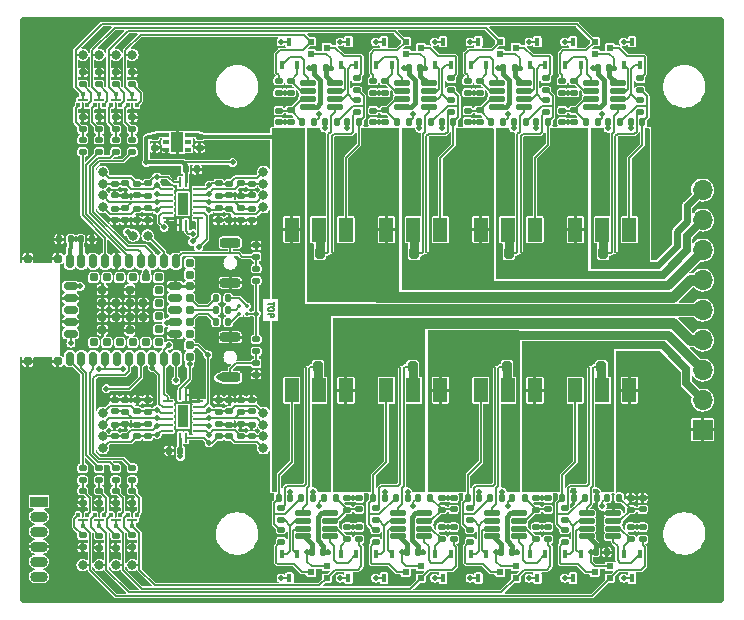
<source format=gtl>
G04 #@! TF.GenerationSoftware,KiCad,Pcbnew,(6.0.11)*
G04 #@! TF.CreationDate,2024-02-18T11:49:07+01:00*
G04 #@! TF.ProjectId,8-Cell Balancer Charger,382d4365-6c6c-4204-9261-6c616e636572,rev?*
G04 #@! TF.SameCoordinates,Original*
G04 #@! TF.FileFunction,Copper,L1,Top*
G04 #@! TF.FilePolarity,Positive*
%FSLAX46Y46*%
G04 Gerber Fmt 4.6, Leading zero omitted, Abs format (unit mm)*
G04 Created by KiCad (PCBNEW (6.0.11)) date 2024-02-18 11:49:07*
%MOMM*%
%LPD*%
G01*
G04 APERTURE LIST*
G04 Aperture macros list*
%AMRoundRect*
0 Rectangle with rounded corners*
0 $1 Rounding radius*
0 $2 $3 $4 $5 $6 $7 $8 $9 X,Y pos of 4 corners*
0 Add a 4 corners polygon primitive as box body*
4,1,4,$2,$3,$4,$5,$6,$7,$8,$9,$2,$3,0*
0 Add four circle primitives for the rounded corners*
1,1,$1+$1,$2,$3*
1,1,$1+$1,$4,$5*
1,1,$1+$1,$6,$7*
1,1,$1+$1,$8,$9*
0 Add four rect primitives between the rounded corners*
20,1,$1+$1,$2,$3,$4,$5,0*
20,1,$1+$1,$4,$5,$6,$7,0*
20,1,$1+$1,$6,$7,$8,$9,0*
20,1,$1+$1,$8,$9,$2,$3,0*%
G04 Aperture macros list end*
%ADD10C,0.127000*%
G04 #@! TA.AperFunction,NonConductor*
%ADD11C,0.127000*%
G04 #@! TD*
G04 #@! TA.AperFunction,EtchedComponent*
%ADD12C,0.127000*%
G04 #@! TD*
G04 #@! TA.AperFunction,SMDPad,CuDef*
%ADD13RoundRect,0.060000X-0.060000X-0.390000X0.060000X-0.390000X0.060000X0.390000X-0.060000X0.390000X0*%
G04 #@! TD*
G04 #@! TA.AperFunction,SMDPad,CuDef*
%ADD14RoundRect,0.060000X-0.390000X0.060000X-0.390000X-0.060000X0.390000X-0.060000X0.390000X0.060000X0*%
G04 #@! TD*
G04 #@! TA.AperFunction,SMDPad,CuDef*
%ADD15RoundRect,0.060000X0.060000X0.390000X-0.060000X0.390000X-0.060000X-0.390000X0.060000X-0.390000X0*%
G04 #@! TD*
G04 #@! TA.AperFunction,SMDPad,CuDef*
%ADD16RoundRect,0.060000X0.390000X-0.060000X0.390000X0.060000X-0.390000X0.060000X-0.390000X-0.060000X0*%
G04 #@! TD*
G04 #@! TA.AperFunction,SMDPad,CuDef*
%ADD17R,0.900000X1.900000*%
G04 #@! TD*
G04 #@! TA.AperFunction,ComponentPad*
%ADD18R,1.700000X1.700000*%
G04 #@! TD*
G04 #@! TA.AperFunction,ComponentPad*
%ADD19O,1.700000X1.700000*%
G04 #@! TD*
G04 #@! TA.AperFunction,SMDPad,CuDef*
%ADD20RoundRect,0.080000X-0.080000X0.080000X-0.080000X-0.080000X0.080000X-0.080000X0.080000X0.080000X0*%
G04 #@! TD*
G04 #@! TA.AperFunction,SMDPad,CuDef*
%ADD21RoundRect,0.140000X-0.140000X-0.170000X0.140000X-0.170000X0.140000X0.170000X-0.140000X0.170000X0*%
G04 #@! TD*
G04 #@! TA.AperFunction,SMDPad,CuDef*
%ADD22RoundRect,0.135000X-0.185000X0.135000X-0.185000X-0.135000X0.185000X-0.135000X0.185000X0.135000X0*%
G04 #@! TD*
G04 #@! TA.AperFunction,SMDPad,CuDef*
%ADD23R,0.450000X0.700000*%
G04 #@! TD*
G04 #@! TA.AperFunction,SMDPad,CuDef*
%ADD24RoundRect,0.135000X0.185000X-0.135000X0.185000X0.135000X-0.185000X0.135000X-0.185000X-0.135000X0*%
G04 #@! TD*
G04 #@! TA.AperFunction,SMDPad,CuDef*
%ADD25RoundRect,0.200000X0.200000X0.275000X-0.200000X0.275000X-0.200000X-0.275000X0.200000X-0.275000X0*%
G04 #@! TD*
G04 #@! TA.AperFunction,SMDPad,CuDef*
%ADD26RoundRect,0.140000X-0.170000X0.140000X-0.170000X-0.140000X0.170000X-0.140000X0.170000X0.140000X0*%
G04 #@! TD*
G04 #@! TA.AperFunction,SMDPad,CuDef*
%ADD27C,0.800000*%
G04 #@! TD*
G04 #@! TA.AperFunction,SMDPad,CuDef*
%ADD28RoundRect,0.140000X0.170000X-0.140000X0.170000X0.140000X-0.170000X0.140000X-0.170000X-0.140000X0*%
G04 #@! TD*
G04 #@! TA.AperFunction,SMDPad,CuDef*
%ADD29R,0.600000X0.500000*%
G04 #@! TD*
G04 #@! TA.AperFunction,SMDPad,CuDef*
%ADD30RoundRect,0.135000X-0.135000X-0.185000X0.135000X-0.185000X0.135000X0.185000X-0.135000X0.185000X0*%
G04 #@! TD*
G04 #@! TA.AperFunction,SMDPad,CuDef*
%ADD31RoundRect,0.200000X0.650000X-0.200000X0.650000X0.200000X-0.650000X0.200000X-0.650000X-0.200000X0*%
G04 #@! TD*
G04 #@! TA.AperFunction,SMDPad,CuDef*
%ADD32RoundRect,0.200000X-0.650000X0.200000X-0.650000X-0.200000X0.650000X-0.200000X0.650000X0.200000X0*%
G04 #@! TD*
G04 #@! TA.AperFunction,SMDPad,CuDef*
%ADD33RoundRect,0.140000X0.140000X0.170000X-0.140000X0.170000X-0.140000X-0.170000X0.140000X-0.170000X0*%
G04 #@! TD*
G04 #@! TA.AperFunction,SMDPad,CuDef*
%ADD34RoundRect,0.200000X-0.200000X-0.275000X0.200000X-0.275000X0.200000X0.275000X-0.200000X0.275000X0*%
G04 #@! TD*
G04 #@! TA.AperFunction,SMDPad,CuDef*
%ADD35RoundRect,0.125000X0.537500X0.125000X-0.537500X0.125000X-0.537500X-0.125000X0.537500X-0.125000X0*%
G04 #@! TD*
G04 #@! TA.AperFunction,SMDPad,CuDef*
%ADD36C,0.127000*%
G04 #@! TD*
G04 #@! TA.AperFunction,SMDPad,CuDef*
%ADD37RoundRect,0.087500X0.087500X0.112500X-0.087500X0.112500X-0.087500X-0.112500X0.087500X-0.112500X0*%
G04 #@! TD*
G04 #@! TA.AperFunction,SMDPad,CuDef*
%ADD38RoundRect,0.100000X0.100000X0.100000X-0.100000X0.100000X-0.100000X-0.100000X0.100000X-0.100000X0*%
G04 #@! TD*
G04 #@! TA.AperFunction,SMDPad,CuDef*
%ADD39RoundRect,0.050000X0.400000X0.050000X-0.400000X0.050000X-0.400000X-0.050000X0.400000X-0.050000X0*%
G04 #@! TD*
G04 #@! TA.AperFunction,ComponentPad*
%ADD40R,1.500000X0.910000*%
G04 #@! TD*
G04 #@! TA.AperFunction,ComponentPad*
%ADD41O,1.500000X0.910000*%
G04 #@! TD*
G04 #@! TA.AperFunction,SMDPad,CuDef*
%ADD42RoundRect,0.135000X0.135000X0.185000X-0.135000X0.185000X-0.135000X-0.185000X0.135000X-0.185000X0*%
G04 #@! TD*
G04 #@! TA.AperFunction,SMDPad,CuDef*
%ADD43R,1.200000X2.000000*%
G04 #@! TD*
G04 #@! TA.AperFunction,SMDPad,CuDef*
%ADD44RoundRect,0.125000X-0.537500X-0.125000X0.537500X-0.125000X0.537500X0.125000X-0.537500X0.125000X0*%
G04 #@! TD*
G04 #@! TA.AperFunction,SMDPad,CuDef*
%ADD45RoundRect,0.087500X-0.087500X-0.112500X0.087500X-0.112500X0.087500X0.112500X-0.087500X0.112500X0*%
G04 #@! TD*
G04 #@! TA.AperFunction,SMDPad,CuDef*
%ADD46RoundRect,0.050000X-0.400000X-0.050000X0.400000X-0.050000X0.400000X0.050000X-0.400000X0.050000X0*%
G04 #@! TD*
G04 #@! TA.AperFunction,SMDPad,CuDef*
%ADD47RoundRect,0.100000X-0.100000X-0.100000X0.100000X-0.100000X0.100000X0.100000X-0.100000X0.100000X0*%
G04 #@! TD*
G04 #@! TA.AperFunction,SMDPad,CuDef*
%ADD48R,0.525000X0.350000*%
G04 #@! TD*
G04 #@! TA.AperFunction,SMDPad,CuDef*
%ADD49R,1.010000X1.700000*%
G04 #@! TD*
G04 #@! TA.AperFunction,SMDPad,CuDef*
%ADD50RoundRect,0.175000X-0.175000X0.400000X-0.175000X-0.400000X0.175000X-0.400000X0.175000X0.400000X0*%
G04 #@! TD*
G04 #@! TA.AperFunction,SMDPad,CuDef*
%ADD51RoundRect,0.175000X-0.400000X-0.175000X0.400000X-0.175000X0.400000X0.175000X-0.400000X0.175000X0*%
G04 #@! TD*
G04 #@! TA.AperFunction,SMDPad,CuDef*
%ADD52RoundRect,0.175000X-0.175000X0.175000X-0.175000X-0.175000X0.175000X-0.175000X0.175000X0.175000X0*%
G04 #@! TD*
G04 #@! TA.AperFunction,ViaPad*
%ADD53C,0.500000*%
G04 #@! TD*
G04 #@! TA.AperFunction,Conductor*
%ADD54C,0.127000*%
G04 #@! TD*
G04 #@! TA.AperFunction,Conductor*
%ADD55C,0.800000*%
G04 #@! TD*
G04 #@! TA.AperFunction,Conductor*
%ADD56C,0.350000*%
G04 #@! TD*
G04 #@! TA.AperFunction,Conductor*
%ADD57C,0.240000*%
G04 #@! TD*
G04 #@! TA.AperFunction,Conductor*
%ADD58C,0.400000*%
G04 #@! TD*
G04 #@! TA.AperFunction,Conductor*
%ADD59C,1.000000*%
G04 #@! TD*
G04 #@! TA.AperFunction,Conductor*
%ADD60C,0.600000*%
G04 #@! TD*
G04 #@! TA.AperFunction,Conductor*
%ADD61C,0.700000*%
G04 #@! TD*
G04 #@! TA.AperFunction,Conductor*
%ADD62C,0.900000*%
G04 #@! TD*
G04 APERTURE END LIST*
D10*
D11*
X-8321809Y665238D02*
X-8321809Y374952D01*
X-8829809Y520095D02*
X-8321809Y520095D01*
X-8321809Y108857D02*
X-8321809Y12095D01*
X-8346000Y-36285D01*
X-8394380Y-84666D01*
X-8491142Y-108857D01*
X-8660476Y-108857D01*
X-8757238Y-84666D01*
X-8805619Y-36285D01*
X-8829809Y12095D01*
X-8829809Y108857D01*
X-8805619Y157238D01*
X-8757238Y205619D01*
X-8660476Y229809D01*
X-8491142Y229809D01*
X-8394380Y205619D01*
X-8346000Y157238D01*
X-8321809Y108857D01*
X-8829809Y-326571D02*
X-8321809Y-326571D01*
X-8321809Y-520095D01*
X-8346000Y-568476D01*
X-8370190Y-592666D01*
X-8418571Y-616857D01*
X-8491142Y-616857D01*
X-8539523Y-592666D01*
X-8563714Y-568476D01*
X-8587904Y-520095D01*
X-8587904Y-326571D01*
D12*
X18300000Y-4800000D02*
X18400000Y-4900000D01*
X18298400Y-4800000D02*
X18098400Y-4800000D01*
X20700000Y4800000D02*
X20600000Y4900000D01*
X20701600Y4800000D02*
X20901600Y4800000D01*
X-3300000Y4800000D02*
X-3400000Y4900000D01*
X-3298400Y4800000D02*
X-3098400Y4800000D01*
X12700000Y4800000D02*
X12600000Y4900000D01*
X12701600Y4800000D02*
X12901600Y4800000D01*
X4701600Y4800000D02*
X4901600Y4800000D01*
X4700000Y4800000D02*
X4600000Y4900000D01*
X2300000Y-4800000D02*
X2400000Y-4900000D01*
X2298400Y-4800000D02*
X2098400Y-4800000D01*
X10300000Y-4800000D02*
X10400000Y-4900000D01*
X10298400Y-4800000D02*
X10098400Y-4800000D01*
X-5701600Y-4800000D02*
X-5901600Y-4800000D01*
X-5700000Y-4800000D02*
X-5600000Y-4900000D01*
D13*
X-16250000Y10800000D03*
D14*
X-17300000Y10250000D03*
X-17300000Y9750000D03*
X-17300000Y9250000D03*
X-17300000Y8750000D03*
X-17300000Y8250000D03*
X-17300000Y7750000D03*
D15*
X-16250000Y7200000D03*
X-15750000Y7200000D03*
D16*
X-14700000Y7750000D03*
X-14700000Y8250000D03*
X-14700000Y8750000D03*
X-14700000Y9250000D03*
X-14700000Y9750000D03*
X-14700000Y10250000D03*
D13*
X-15750000Y10800000D03*
D17*
X-16000000Y9000000D03*
D15*
X-15750000Y-10800000D03*
D16*
X-14700000Y-10250000D03*
X-14700000Y-9750000D03*
X-14700000Y-9250000D03*
X-14700000Y-8750000D03*
X-14700000Y-8250000D03*
X-14700000Y-7750000D03*
D13*
X-15750000Y-7200000D03*
X-16250000Y-7200000D03*
D14*
X-17300000Y-7750000D03*
X-17300000Y-8250000D03*
X-17300000Y-8750000D03*
X-17300000Y-9250000D03*
X-17300000Y-9750000D03*
X-17300000Y-10250000D03*
D15*
X-16250000Y-10800000D03*
D17*
X-16000000Y-9000000D03*
D18*
X28000000Y-10160000D03*
D19*
X28000000Y-7620000D03*
X28000000Y-5080000D03*
X28000000Y-2540000D03*
X28000000Y0D03*
X28000000Y2540000D03*
X28000000Y5080000D03*
X28000000Y7620000D03*
X28000000Y10160000D03*
D20*
X-10570000Y330000D03*
X-11230000Y330000D03*
X-11230000Y-330000D03*
X-10570000Y-330000D03*
D21*
X16120000Y-15900000D03*
X17080000Y-15900000D03*
X18920000Y-20500000D03*
X19880000Y-20500000D03*
D22*
X-11100000Y10710000D03*
X-11100000Y9690000D03*
D23*
X-2650000Y20700000D03*
X-1350000Y20700000D03*
X-2000000Y22700000D03*
D24*
X-13000000Y-8610000D03*
X-13000000Y-7590000D03*
D25*
X21225000Y4800000D03*
X19575000Y4800000D03*
D24*
X-13000000Y-10710000D03*
X-13000000Y-9690000D03*
D23*
X14650000Y-20700000D03*
X13350000Y-20700000D03*
X14000000Y-22700000D03*
D26*
X-9800000Y-4520000D03*
X-9800000Y-5480000D03*
D24*
X9100000Y18390000D03*
X9100000Y19410000D03*
D22*
X-20300000Y14410000D03*
X-20300000Y13390000D03*
D25*
X5225000Y4800000D03*
X3575000Y4800000D03*
D27*
X-9200000Y10700000D03*
D24*
X-11100000Y-8610000D03*
X-11100000Y-7590000D03*
D22*
X-24500000Y-15290000D03*
X-24500000Y-16310000D03*
D27*
X-19000000Y6300000D03*
D28*
X-19900000Y-8580000D03*
X-19900000Y-7620000D03*
D21*
X8120000Y-15900000D03*
X9080000Y-15900000D03*
D24*
X16100000Y18390000D03*
X16100000Y19410000D03*
D23*
X-6350000Y-20700000D03*
X-7650000Y-20700000D03*
X-7000000Y-22700000D03*
D22*
X-19000000Y10710000D03*
X-19000000Y9690000D03*
D29*
X4150000Y-22700000D03*
X4150000Y-21700000D03*
X2850000Y-22200000D03*
D30*
X-5910000Y15900000D03*
X-4890000Y15900000D03*
D23*
X17650000Y-20700000D03*
X16350000Y-20700000D03*
X17000000Y-22700000D03*
D24*
X-23100000Y-14410000D03*
X-23100000Y-13390000D03*
D22*
X21900000Y-18390000D03*
X21900000Y-19410000D03*
D31*
X-12000000Y-5700000D03*
D32*
X-12000000Y-2300000D03*
D24*
X-23100000Y19090000D03*
X-23100000Y20110000D03*
D33*
X-1120000Y15900000D03*
X-2080000Y15900000D03*
D26*
X-12100000Y10680000D03*
X-12100000Y9720000D03*
D27*
X-22800000Y8700000D03*
X-22800000Y-11700000D03*
D26*
X16100000Y16880000D03*
X16100000Y15920000D03*
D22*
X22700000Y19610000D03*
X22700000Y18590000D03*
D24*
X-21700000Y19090000D03*
X-21700000Y20110000D03*
D34*
X9775000Y-4800000D03*
X11425000Y-4800000D03*
D24*
X8300000Y-19610000D03*
X8300000Y-18590000D03*
X13900000Y-16910000D03*
X13900000Y-15890000D03*
D22*
X-23100000Y-15290000D03*
X-23100000Y-16310000D03*
D28*
X-9800000Y4520000D03*
X-9800000Y5480000D03*
D34*
X-6225000Y-4800000D03*
X-4575000Y-4800000D03*
D28*
X-10200000Y-10680000D03*
X-10200000Y-9720000D03*
X6900000Y-16880000D03*
X6900000Y-15920000D03*
D35*
X20437500Y-19175000D03*
X20437500Y-18525000D03*
X20437500Y-17875000D03*
X20437500Y-17225000D03*
X18162500Y-17225000D03*
X18162500Y-17875000D03*
X18162500Y-18525000D03*
X18162500Y-19175000D03*
D26*
X-12100000Y8580000D03*
X-12100000Y7620000D03*
D28*
X-1100000Y-16880000D03*
X-1100000Y-15920000D03*
D24*
X-7900000Y18390000D03*
X-7900000Y19410000D03*
D35*
X4437500Y-19175000D03*
X4437500Y-18525000D03*
X4437500Y-17875000D03*
X4437500Y-17225000D03*
X2162500Y-17225000D03*
X2162500Y-17875000D03*
X2162500Y-18525000D03*
X2162500Y-19175000D03*
D36*
X18096800Y-4800000D03*
X18400000Y-4900000D03*
D27*
X-22800000Y9700000D03*
D37*
X-20675000Y17350000D03*
X-19925000Y17350000D03*
D38*
X-20300000Y18250000D03*
D39*
X-20300000Y17800000D03*
D30*
X-6010000Y-15900000D03*
X-4990000Y-15900000D03*
D40*
X-28200000Y-16225000D03*
D41*
X-28200000Y-17495000D03*
X-28200000Y-18765000D03*
X-28200000Y-20035000D03*
X-28200000Y-21305000D03*
X-28200000Y-22575000D03*
D24*
X-2100000Y-16910000D03*
X-2100000Y-15890000D03*
D27*
X-9200000Y8700000D03*
D24*
X-1300000Y16790000D03*
X-1300000Y17810000D03*
D21*
X-7880000Y-15900000D03*
X-6920000Y-15900000D03*
D22*
X-6900000Y16910000D03*
X-6900000Y15890000D03*
D42*
X5010000Y15900000D03*
X3990000Y15900000D03*
D21*
X10920000Y-20500000D03*
X11880000Y-20500000D03*
D22*
X300000Y-16790000D03*
X300000Y-17810000D03*
D26*
X-10200000Y10680000D03*
X-10200000Y9720000D03*
D23*
X1650000Y-20700000D03*
X350000Y-20700000D03*
X1000000Y-22700000D03*
D24*
X-19000000Y-10710000D03*
X-19000000Y-9690000D03*
D23*
X5350000Y20700000D03*
X6650000Y20700000D03*
X6000000Y22700000D03*
D22*
X-2100000Y-18390000D03*
X-2100000Y-19410000D03*
D24*
X-24500000Y15290000D03*
X-24500000Y16310000D03*
D22*
X14900000Y-18390000D03*
X14900000Y-19410000D03*
D30*
X18090000Y15900000D03*
X19110000Y15900000D03*
D24*
X-21700000Y-14410000D03*
X-21700000Y-13390000D03*
D27*
X-22800000Y-8700000D03*
X-22800000Y-10700000D03*
D24*
X8100000Y18390000D03*
X8100000Y19410000D03*
X14700000Y16790000D03*
X14700000Y17810000D03*
D27*
X-9200000Y-8700000D03*
D24*
X16300000Y-19610000D03*
X16300000Y-18590000D03*
X-11100000Y-10710000D03*
X-11100000Y-9690000D03*
D22*
X-24500000Y-19090000D03*
X-24500000Y-20110000D03*
D43*
X1210000Y-6800000D03*
X3500000Y-6800000D03*
X5790000Y-6800000D03*
D44*
X18562500Y19175000D03*
X18562500Y18525000D03*
X18562500Y17875000D03*
X18562500Y17225000D03*
X20837500Y17225000D03*
X20837500Y17875000D03*
X20837500Y18525000D03*
X20837500Y19175000D03*
D42*
X4910000Y-15900000D03*
X3890000Y-15900000D03*
D23*
X22650000Y-20700000D03*
X21350000Y-20700000D03*
X22000000Y-22700000D03*
D22*
X8300000Y-16790000D03*
X8300000Y-17810000D03*
D29*
X12150000Y-22700000D03*
X12150000Y-21700000D03*
X10850000Y-22200000D03*
D42*
X21010000Y15900000D03*
X19990000Y15900000D03*
D24*
X300000Y-19610000D03*
X300000Y-18590000D03*
D26*
X-19900000Y8580000D03*
X-19900000Y7620000D03*
D22*
X-21700000Y-15290000D03*
X-21700000Y-16310000D03*
X-9800000Y-2490000D03*
X-9800000Y-3510000D03*
D45*
X-19925000Y-17350000D03*
X-20675000Y-17350000D03*
D46*
X-20300000Y-17800000D03*
D47*
X-20300000Y-18250000D03*
D27*
X-24500000Y-21600000D03*
X-23100000Y21600000D03*
D25*
X-2775000Y4800000D03*
X-4425000Y4800000D03*
D22*
X16300000Y-16790000D03*
X16300000Y-17810000D03*
D42*
X20910000Y-15900000D03*
X19890000Y-15900000D03*
D23*
X350000Y20700000D03*
X1650000Y20700000D03*
X1000000Y22700000D03*
D28*
X-21800000Y-10680000D03*
X-21800000Y-9720000D03*
D24*
X5900000Y-16910000D03*
X5900000Y-15890000D03*
D27*
X-21700000Y21600000D03*
X-9200000Y9700000D03*
D21*
X120000Y-15900000D03*
X1080000Y-15900000D03*
D42*
X-12190000Y1000000D03*
X-13210000Y1000000D03*
D27*
X-20300000Y21600000D03*
D33*
X22880000Y15900000D03*
X21920000Y15900000D03*
D37*
X-23475000Y17350000D03*
X-22725000Y17350000D03*
D39*
X-23100000Y17800000D03*
D38*
X-23100000Y18250000D03*
D22*
X-23100000Y-19100000D03*
X-23100000Y-20120000D03*
D36*
X20903200Y4800000D03*
X20600000Y4900000D03*
D37*
X-22075000Y17350000D03*
X-21325000Y17350000D03*
D39*
X-21700000Y17800000D03*
D38*
X-21700000Y18250000D03*
D22*
X-24500000Y14410000D03*
X-24500000Y13390000D03*
D26*
X-19900000Y10680000D03*
X-19900000Y9720000D03*
D36*
X-3096800Y4800000D03*
X-3400000Y4900000D03*
D29*
X2850000Y22700000D03*
X2850000Y21700000D03*
X4150000Y22200000D03*
D22*
X17100000Y16910000D03*
X17100000Y15890000D03*
D30*
X1990000Y-15900000D03*
X3010000Y-15900000D03*
D29*
X-5150000Y22700000D03*
X-5150000Y21700000D03*
X-3850000Y22200000D03*
D23*
X21350000Y20700000D03*
X22650000Y20700000D03*
X22000000Y22700000D03*
D44*
X-5437500Y19175000D03*
X-5437500Y18525000D03*
X-5437500Y17875000D03*
X-5437500Y17225000D03*
X-3162500Y17225000D03*
X-3162500Y17875000D03*
X-3162500Y18525000D03*
X-3162500Y19175000D03*
D21*
X2920000Y-20500000D03*
X3880000Y-20500000D03*
D29*
X18850000Y22700000D03*
X18850000Y21700000D03*
X20150000Y22200000D03*
D42*
X12910000Y-15900000D03*
X11890000Y-15900000D03*
D27*
X-23100000Y-21600000D03*
D24*
X-20900000Y-8610000D03*
X-20900000Y-7590000D03*
X-9800000Y2490000D03*
X-9800000Y3510000D03*
D22*
X-20900000Y10710000D03*
X-20900000Y9690000D03*
D24*
X21900000Y-16910000D03*
X21900000Y-15890000D03*
D30*
X9990000Y-15900000D03*
X11010000Y-15900000D03*
D36*
X12903200Y4800000D03*
X12600000Y4900000D03*
D30*
X2090000Y15900000D03*
X3110000Y15900000D03*
D33*
X4080000Y20500000D03*
X3120000Y20500000D03*
D23*
X-1350000Y-20700000D03*
X-2650000Y-20700000D03*
X-2000000Y-22700000D03*
D22*
X-19000000Y8610000D03*
X-19000000Y7590000D03*
X-1100000Y-18390000D03*
X-1100000Y-19410000D03*
X-21700000Y-19100000D03*
X-21700000Y-20120000D03*
X-1300000Y19610000D03*
X-1300000Y18590000D03*
D24*
X17100000Y18390000D03*
X17100000Y19410000D03*
D30*
X17990000Y-15900000D03*
X19010000Y-15900000D03*
D28*
X-19900000Y-10680000D03*
X-19900000Y-9720000D03*
D22*
X5900000Y-18390000D03*
X5900000Y-19410000D03*
D27*
X-22800000Y10700000D03*
D22*
X22900000Y-18390000D03*
X22900000Y-19410000D03*
D27*
X-20300000Y-21600000D03*
D43*
X5790000Y6800000D03*
X3500000Y6800000D03*
X1210000Y6800000D03*
D33*
X6880000Y15900000D03*
X5920000Y15900000D03*
D27*
X-22800000Y-9700000D03*
D42*
X-12190000Y-1000000D03*
X-13210000Y-1000000D03*
D27*
X-9200000Y11700000D03*
D26*
X-18400000Y14680000D03*
X-18400000Y13720000D03*
D24*
X1100000Y18390000D03*
X1100000Y19410000D03*
D43*
X-6790000Y-6800000D03*
X-4500000Y-6800000D03*
X-2210000Y-6800000D03*
D45*
X-21325000Y-17350000D03*
X-22075000Y-17350000D03*
D46*
X-21700000Y-17800000D03*
D47*
X-21700000Y-18250000D03*
D44*
X10562500Y19175000D03*
X10562500Y18525000D03*
X10562500Y17875000D03*
X10562500Y17225000D03*
X12837500Y17225000D03*
X12837500Y17875000D03*
X12837500Y18525000D03*
X12837500Y19175000D03*
D24*
X-24500000Y19090000D03*
X-24500000Y20110000D03*
D27*
X-9200000Y-11700000D03*
D22*
X-13000000Y8610000D03*
X-13000000Y7590000D03*
D24*
X22700000Y16790000D03*
X22700000Y17810000D03*
D28*
X22900000Y-16880000D03*
X22900000Y-15920000D03*
D21*
X-24680000Y6000000D03*
X-23720000Y6000000D03*
D26*
X8100000Y16880000D03*
X8100000Y15920000D03*
X-10200000Y8580000D03*
X-10200000Y7620000D03*
D42*
X-12190000Y0D03*
X-13210000Y0D03*
D36*
X4903200Y4800000D03*
X4600000Y4900000D03*
D27*
X-9200000Y-10700000D03*
D44*
X2562500Y19175000D03*
X2562500Y18525000D03*
X2562500Y17875000D03*
X2562500Y17225000D03*
X4837500Y17225000D03*
X4837500Y17875000D03*
X4837500Y18525000D03*
X4837500Y19175000D03*
D24*
X100000Y18390000D03*
X100000Y19410000D03*
D42*
X-3090000Y-15900000D03*
X-4110000Y-15900000D03*
D21*
X-15780000Y11900000D03*
X-14820000Y11900000D03*
D29*
X20150000Y-22700000D03*
X20150000Y-21700000D03*
X18850000Y-22200000D03*
D24*
X-23100000Y15290000D03*
X-23100000Y16310000D03*
D35*
X-3562500Y-19175000D03*
X-3562500Y-18525000D03*
X-3562500Y-17875000D03*
X-3562500Y-17225000D03*
X-5837500Y-17225000D03*
X-5837500Y-17875000D03*
X-5837500Y-18525000D03*
X-5837500Y-19175000D03*
D22*
X-7700000Y-16790000D03*
X-7700000Y-17810000D03*
D43*
X13790000Y6800000D03*
X11500000Y6800000D03*
X9210000Y6800000D03*
D22*
X-13000000Y10710000D03*
X-13000000Y9690000D03*
D23*
X6650000Y-20700000D03*
X5350000Y-20700000D03*
X6000000Y-22700000D03*
D22*
X6900000Y-18390000D03*
X6900000Y-19410000D03*
D28*
X-10200000Y-8580000D03*
X-10200000Y-7620000D03*
D22*
X-23100000Y14410000D03*
X-23100000Y13390000D03*
D26*
X-21800000Y10680000D03*
X-21800000Y9720000D03*
D28*
X14900000Y-16880000D03*
X14900000Y-15920000D03*
D22*
X13900000Y-18390000D03*
X13900000Y-19410000D03*
D33*
X14880000Y15900000D03*
X13920000Y15900000D03*
D24*
X-6900000Y18390000D03*
X-6900000Y19410000D03*
D21*
X-5080000Y-20500000D03*
X-4120000Y-20500000D03*
D23*
X13350000Y20700000D03*
X14650000Y20700000D03*
X14000000Y22700000D03*
D26*
X-7900000Y16880000D03*
X-7900000Y15920000D03*
D45*
X-24125000Y-17350000D03*
X-24875000Y-17350000D03*
D46*
X-24500000Y-17800000D03*
D47*
X-24500000Y-18250000D03*
D22*
X-20300000Y-19090000D03*
X-20300000Y-20110000D03*
D24*
X-19000000Y-8610000D03*
X-19000000Y-7590000D03*
D25*
X13225000Y4800000D03*
X11575000Y4800000D03*
D37*
X-24875000Y17350000D03*
X-24125000Y17350000D03*
D38*
X-24500000Y18250000D03*
D39*
X-24500000Y17800000D03*
D24*
X-20900000Y-10710000D03*
X-20900000Y-9690000D03*
D33*
X20080000Y20500000D03*
X19120000Y20500000D03*
D26*
X100000Y16880000D03*
X100000Y15920000D03*
D28*
X-12100000Y-8580000D03*
X-12100000Y-7620000D03*
D27*
X-24500000Y21600000D03*
D23*
X8350000Y20700000D03*
X9650000Y20700000D03*
X9000000Y22700000D03*
D22*
X-20900000Y8610000D03*
X-20900000Y7590000D03*
D36*
X2096800Y-4800000D03*
X2400000Y-4900000D03*
D33*
X12080000Y20500000D03*
X11120000Y20500000D03*
D42*
X13010000Y15900000D03*
X11990000Y15900000D03*
D36*
X10096800Y-4800000D03*
X10400000Y-4900000D03*
D26*
X-14600000Y14680000D03*
X-14600000Y13720000D03*
D22*
X1100000Y16910000D03*
X1100000Y15890000D03*
D27*
X-21700000Y-21600000D03*
D33*
X-16220000Y-11900000D03*
X-17180000Y-11900000D03*
D27*
X-22800000Y11700000D03*
D24*
X-7700000Y-19610000D03*
X-7700000Y-18590000D03*
D22*
X9100000Y16910000D03*
X9100000Y15890000D03*
D29*
X-3850000Y-22700000D03*
X-3850000Y-21700000D03*
X-5150000Y-22200000D03*
D22*
X-11100000Y8610000D03*
X-11100000Y7590000D03*
D34*
X1775000Y-4800000D03*
X3425000Y-4800000D03*
D30*
X10090000Y15900000D03*
X11110000Y15900000D03*
D34*
X17775000Y-4800000D03*
X19425000Y-4800000D03*
D23*
X16350000Y20700000D03*
X17650000Y20700000D03*
X17000000Y22700000D03*
D43*
X17210000Y-6800000D03*
X19500000Y-6800000D03*
X21790000Y-6800000D03*
D33*
X-25520000Y6000000D03*
X-26480000Y6000000D03*
D24*
X-20300000Y15290000D03*
X-20300000Y16310000D03*
D48*
X-17437500Y14850000D03*
X-17437500Y14200000D03*
X-17437500Y13550000D03*
X-15562500Y13550000D03*
X-15562500Y14200000D03*
X-15562500Y14850000D03*
D49*
X-16500000Y14200000D03*
D24*
X-24500000Y-14410000D03*
X-24500000Y-13390000D03*
D29*
X10850000Y22700000D03*
X10850000Y21700000D03*
X12150000Y22200000D03*
D50*
X-16600000Y4125000D03*
X-17600000Y4125000D03*
X-18600000Y4125000D03*
X-19600000Y4125000D03*
X-20600000Y4125000D03*
X-21600000Y4125000D03*
X-22600000Y4125000D03*
X-23600000Y4125000D03*
X-24600000Y4125000D03*
X-25600000Y4125000D03*
D51*
X-25525000Y2000000D03*
X-25525000Y1000000D03*
X-25525000Y0D03*
X-25525000Y-1000000D03*
X-25525000Y-2000000D03*
D50*
X-25600000Y-4125000D03*
X-24600000Y-4125000D03*
X-23600000Y-4125000D03*
X-22600000Y-4125000D03*
X-21600000Y-4125000D03*
X-20600000Y-4125000D03*
X-19600000Y-4125000D03*
X-18600000Y-4125000D03*
X-17600000Y-4125000D03*
X-16600000Y-4125000D03*
D51*
X-16675000Y-2000000D03*
X-16675000Y-1000000D03*
X-16675000Y0D03*
X-16675000Y1000000D03*
X-16675000Y2000000D03*
D52*
X-18050000Y2750000D03*
X-19150000Y2750000D03*
X-20250000Y2750000D03*
X-21350000Y2750000D03*
X-22450000Y2750000D03*
X-23550000Y2750000D03*
X-23550000Y-2750000D03*
X-22450000Y-2750000D03*
X-21350000Y-2750000D03*
X-20250000Y-2750000D03*
X-19150000Y-2750000D03*
X-18050000Y-2750000D03*
X-18050000Y-1650000D03*
X-18050000Y-550000D03*
X-18050000Y550000D03*
X-18050000Y1650000D03*
X-15450000Y-4000000D03*
X-15450000Y-3000000D03*
X-15450000Y-2000000D03*
X-15450000Y-1000000D03*
X-15450000Y0D03*
X-15450000Y1000000D03*
X-15450000Y2000000D03*
X-15450000Y3000000D03*
X-15450000Y4000000D03*
X-26600000Y4350000D03*
X-29150000Y-4350000D03*
X-26600000Y-4350000D03*
X-29150000Y4350000D03*
X-21675000Y-575000D03*
X-19375000Y-575000D03*
X-22825000Y575000D03*
X-20525000Y-575000D03*
X-21675000Y575000D03*
X-22825000Y-1725000D03*
X-19375000Y575000D03*
X-20525000Y-1725000D03*
X-22825000Y1725000D03*
X-20525000Y1725000D03*
X-20525000Y575000D03*
X-22825000Y-575000D03*
D32*
X-12000000Y5700000D03*
D31*
X-12000000Y2300000D03*
D22*
X14700000Y19610000D03*
X14700000Y18590000D03*
D23*
X9650000Y-20700000D03*
X8350000Y-20700000D03*
X9000000Y-22700000D03*
D24*
X-21700000Y15290000D03*
X-21700000Y16310000D03*
D26*
X-21800000Y8580000D03*
X-21800000Y7620000D03*
D22*
X-21700000Y14410000D03*
X-21700000Y13390000D03*
D27*
X-20200000Y6300000D03*
D24*
X-20300000Y-14410000D03*
X-20300000Y-13390000D03*
D28*
X-12100000Y-10680000D03*
X-12100000Y-9720000D03*
D27*
X-9200000Y-9700000D03*
D43*
X-2210000Y6800000D03*
X-4500000Y6800000D03*
X-6790000Y6800000D03*
D22*
X6700000Y19610000D03*
X6700000Y18590000D03*
D24*
X6700000Y16790000D03*
X6700000Y17810000D03*
D43*
X21790000Y6800000D03*
X19500000Y6800000D03*
X17210000Y6800000D03*
D36*
X-5903200Y-4800000D03*
X-5600000Y-4900000D03*
D24*
X-20300000Y19090000D03*
X-20300000Y20110000D03*
D35*
X12437500Y-19175000D03*
X12437500Y-18525000D03*
X12437500Y-17875000D03*
X12437500Y-17225000D03*
X10162500Y-17225000D03*
X10162500Y-17875000D03*
X10162500Y-18525000D03*
X10162500Y-19175000D03*
D23*
X-7650000Y20700000D03*
X-6350000Y20700000D03*
X-7000000Y22700000D03*
D33*
X-3920000Y20500000D03*
X-4880000Y20500000D03*
D28*
X-21800000Y-8580000D03*
X-21800000Y-7620000D03*
D42*
X-2990000Y15900000D03*
X-4010000Y15900000D03*
D22*
X-20300000Y-15290000D03*
X-20300000Y-16310000D03*
D43*
X9210000Y-6800000D03*
X11500000Y-6800000D03*
X13790000Y-6800000D03*
D45*
X-22725000Y-17350000D03*
X-23475000Y-17350000D03*
D46*
X-23100000Y-17800000D03*
D47*
X-23100000Y-18250000D03*
D53*
X21800000Y-8100000D03*
X22700000Y-6800000D03*
X21800000Y-5500000D03*
X13800000Y-8100000D03*
X14700000Y-6800000D03*
X13800000Y-5500000D03*
X5800000Y-8100000D03*
X6700000Y-6800000D03*
X5800000Y-5500000D03*
X-2200000Y-8100000D03*
X-1300000Y-6800000D03*
X-2200000Y-5500000D03*
X-6800000Y5500000D03*
X-7700000Y6800000D03*
X-6800000Y8100000D03*
X1200000Y8100000D03*
X300000Y6800000D03*
X1200000Y5500000D03*
X9200000Y5500000D03*
X8300000Y6800000D03*
X9200000Y8100000D03*
X17200000Y5500000D03*
X16300000Y6800000D03*
X17200000Y8100000D03*
X-25000000Y22800000D03*
X-22400000Y-22800000D03*
X-21000000Y-22800000D03*
X-19600000Y-22800000D03*
X-20800000Y22800000D03*
X-22200000Y22800000D03*
X-23600000Y22800000D03*
X-16700000Y2900000D03*
X6900000Y-22700000D03*
X-1100000Y-22700000D03*
X-13750000Y-17650000D03*
X-16250000Y16050000D03*
X-20400000Y-12000000D03*
X-23600000Y-1700000D03*
X-20400000Y-7600000D03*
X-13150000Y11750000D03*
X-20300000Y-16800000D03*
X-1100000Y22700000D03*
X-20300000Y20600000D03*
X-21700000Y-20610000D03*
X-24500000Y-16800000D03*
X-9750000Y16050000D03*
X22400000Y-15890000D03*
X-23100000Y-16800000D03*
X-11600000Y9700000D03*
X-23720000Y6500000D03*
X-10200000Y-6600000D03*
X-23100000Y-20610000D03*
X-23720000Y5500000D03*
X-18200000Y-22800000D03*
X-10700000Y-1300000D03*
X22900000Y22700000D03*
X22900000Y-22700000D03*
X-24500000Y20600000D03*
X-19400000Y1700000D03*
X-10700000Y1500000D03*
X-11600000Y-9700000D03*
X-17200000Y5800000D03*
X-23100000Y20600000D03*
X-16850000Y-15450000D03*
X-20400000Y-9700000D03*
X-23050000Y-6050000D03*
X-14700000Y-6600000D03*
X-20400000Y7600000D03*
X-12850000Y3350000D03*
X-25500000Y12200000D03*
X-19400000Y-1700000D03*
X-20400000Y9690000D03*
X-17700000Y-11900000D03*
X-25100000Y-7050000D03*
X-9800000Y-15300000D03*
X-12850000Y-3350000D03*
X-20300000Y-20600000D03*
X-13600000Y17900000D03*
X19010000Y-15400000D03*
X17080000Y-15400000D03*
X-9000000Y6700000D03*
X-24500000Y-20600000D03*
X-12600000Y13450000D03*
X-20300000Y16800000D03*
X-21700000Y16800000D03*
X-23100000Y16800000D03*
X-19700000Y11600000D03*
X-23800000Y-22800000D03*
X-11200000Y-12700000D03*
X6900000Y22700000D03*
X-18800000Y-5900000D03*
X-10700000Y6700000D03*
X-23600000Y1700000D03*
X-11600000Y7600000D03*
X-26480000Y6500000D03*
X14900000Y22700000D03*
X-18500000Y13200000D03*
X14900000Y-22700000D03*
X-21700000Y20600000D03*
X-19400000Y22800000D03*
X-26480000Y5500000D03*
X-21700000Y-16800000D03*
X-24500000Y16800000D03*
X-18850000Y16000000D03*
X-11600000Y-7590000D03*
X-25100000Y6000000D03*
X-16220000Y-12400000D03*
X-11800000Y12500000D03*
X-9800000Y-300000D03*
X-19100000Y12500000D03*
X-20700000Y6600000D03*
X-19100000Y3250000D03*
X-6800000Y-5200000D03*
X-5500000Y-20500000D03*
X-7400000Y15920000D03*
X-4500000Y-16600000D03*
X-2080000Y15400000D03*
X-5300000Y20500000D03*
X-1600000Y-18390000D03*
X-6800000Y-4400000D03*
X-4010000Y15400000D03*
X-21100000Y-5000000D03*
X-13000000Y-5700000D03*
X-23100000Y-5000000D03*
X-22500000Y-6650000D03*
X-24700000Y2000000D03*
X-25500000Y-2800000D03*
X-2700000Y-22700000D03*
X-18200000Y-10550000D03*
X5300000Y-22700000D03*
X-18200000Y-9850000D03*
X13300000Y-22700000D03*
X-18200000Y-9150000D03*
X21300000Y-22700000D03*
X-18200000Y-8450000D03*
X-14691101Y5291101D03*
X-18600000Y-4900000D03*
X-15200000Y5800000D03*
X-17200000Y-3000000D03*
X-15161127Y6461127D03*
X-15450000Y-4600000D03*
X-17600000Y7000000D03*
X-13900000Y-3800000D03*
X16300000Y-22700000D03*
X-13800000Y-8450000D03*
X8300000Y-22700000D03*
X-13800000Y-9150000D03*
X-13800000Y-9850000D03*
X-16600000Y-5950000D03*
X-13800000Y-10550000D03*
X300000Y-22700000D03*
X-7700000Y-22700000D03*
X-13800000Y-11250000D03*
X-13800000Y10550000D03*
X21300000Y22700000D03*
X-13800000Y9850000D03*
X13300000Y22700000D03*
X-13800000Y9150000D03*
X5300000Y22700000D03*
X-13800000Y8450000D03*
X-2700000Y22700000D03*
X-7700000Y22700000D03*
X-18200000Y8450000D03*
X-18200000Y9150000D03*
X300000Y22700000D03*
X-17400000Y-1100000D03*
X-18200000Y9850000D03*
X8300000Y22700000D03*
X-18200000Y10550000D03*
X-18200000Y11250000D03*
X16300000Y22700000D03*
X16600000Y18390000D03*
X20500000Y20500000D03*
X21800000Y5200000D03*
X21800000Y4400000D03*
X19500000Y16600000D03*
X8600000Y18390000D03*
X12500000Y20500000D03*
X21920000Y15400000D03*
X11500000Y16600000D03*
X18700000Y20500000D03*
X16600000Y15920000D03*
X19990000Y15400000D03*
X13800000Y4400000D03*
X13800000Y5200000D03*
X5800000Y5200000D03*
X10700000Y20500000D03*
X13920000Y15400000D03*
X3500000Y16600000D03*
X11990000Y15400000D03*
X5800000Y4400000D03*
X8600000Y15920000D03*
X600000Y18390000D03*
X4500000Y20500000D03*
X-7400000Y18390000D03*
X5920000Y15400000D03*
X-2200000Y5200000D03*
X-2200000Y4400000D03*
X3990000Y15400000D03*
X-4500000Y16600000D03*
X-3500000Y20500000D03*
X600000Y15920000D03*
X2700000Y20500000D03*
X-6920000Y-15400000D03*
X-1600000Y-15920000D03*
X2500000Y-20500000D03*
X-4990000Y-15400000D03*
X1200000Y-4400000D03*
X6400000Y-18390000D03*
X1200000Y-5200000D03*
X3500000Y-16600000D03*
X-3700000Y-20500000D03*
X1080000Y-15400000D03*
X4300000Y-20500000D03*
X6400000Y-15920000D03*
X14400000Y-18390000D03*
X9200000Y-5200000D03*
X9200000Y-4400000D03*
X10500000Y-20500000D03*
X11500000Y-16600000D03*
X3010000Y-15400000D03*
X14400000Y-15920000D03*
X18500000Y-20500000D03*
X11010000Y-15400000D03*
X19500000Y-16600000D03*
X17200000Y-5200000D03*
X22400000Y-18390000D03*
X12300000Y-20500000D03*
X17200000Y-4400000D03*
X9080000Y-15400000D03*
D54*
X-21700000Y-16310000D02*
X-21700000Y-16800000D01*
X-24500000Y16310000D02*
X-24500000Y16800000D01*
X-24500000Y-20110000D02*
X-24500000Y-20600000D01*
X-20300000Y20110000D02*
X-20300000Y20600000D01*
X-21700000Y20110000D02*
X-21700000Y20600000D01*
X-23100000Y-20120000D02*
X-23100000Y-20610000D01*
X-21700000Y16310000D02*
X-21700000Y16800000D01*
X-20300000Y-20110000D02*
X-20300000Y-20600000D01*
X-24500000Y20600000D02*
X-24500000Y20110000D01*
X-23100000Y16310000D02*
X-23100000Y16800000D01*
X-23100000Y20110000D02*
X-23100000Y20600000D01*
X-24500000Y-16310000D02*
X-24500000Y-16800000D01*
X-21700000Y-20120000D02*
X-21700000Y-20610000D01*
X-20300000Y-16310000D02*
X-20300000Y-16800000D01*
X-23100000Y-16310000D02*
X-23100000Y-16800000D01*
X-20300000Y16310000D02*
X-20300000Y16800000D01*
X16190000Y-18590000D02*
X15700000Y-18100000D01*
X16600000Y-17300000D02*
X17990000Y-15910000D01*
X15700000Y-18100000D02*
X15700000Y-17300000D01*
X16120000Y-15900000D02*
X16120000Y-13980000D01*
X16300000Y-18590000D02*
X16190000Y-18590000D01*
X17210000Y-12900000D02*
X17210000Y-6800000D01*
X17990000Y-15910000D02*
X17990000Y-15900000D01*
X16120000Y-13980000D02*
X17210000Y-12890000D01*
X15700000Y-16320000D02*
X16120000Y-15900000D01*
X15700000Y-17300000D02*
X15700000Y-16320000D01*
X15700000Y-17300000D02*
X16600000Y-17300000D01*
X21900000Y-16910000D02*
X21900000Y-16890000D01*
X21900000Y-16890000D02*
X20910000Y-15900000D01*
X20935000Y-17875000D02*
X21900000Y-16910000D01*
X22900000Y-16880000D02*
X21900000Y-16880000D01*
X20437500Y-17875000D02*
X20935000Y-17875000D01*
X8300000Y-18590000D02*
X8190000Y-18590000D01*
X8120000Y-13980000D02*
X9210000Y-12890000D01*
X9210000Y-12900000D02*
X9210000Y-6800000D01*
X7700000Y-17300000D02*
X8600000Y-17300000D01*
X9990000Y-15910000D02*
X9990000Y-15900000D01*
X7700000Y-16320000D02*
X8120000Y-15900000D01*
X7700000Y-18100000D02*
X7700000Y-17300000D01*
X7700000Y-17300000D02*
X7700000Y-16320000D01*
X8600000Y-17300000D02*
X9990000Y-15910000D01*
X8120000Y-15900000D02*
X8120000Y-13980000D01*
X8190000Y-18590000D02*
X7700000Y-18100000D01*
X-20300000Y14410000D02*
X-20300000Y15290000D01*
X-20300000Y15290000D02*
X-20900000Y15890000D01*
X-20900000Y17125000D02*
X-20675000Y17350000D01*
X-20900000Y15890000D02*
X-20900000Y17125000D01*
X12437500Y-17875000D02*
X12935000Y-17875000D01*
X12935000Y-17875000D02*
X13900000Y-16910000D01*
X14900000Y-16880000D02*
X13900000Y-16880000D01*
X13900000Y-16910000D02*
X13900000Y-16890000D01*
X13900000Y-16890000D02*
X12910000Y-15900000D01*
X-300000Y-16320000D02*
X120000Y-15900000D01*
X120000Y-13980000D02*
X1210000Y-12890000D01*
X-300000Y-18100000D02*
X-300000Y-17300000D01*
X-300000Y-17300000D02*
X-300000Y-16320000D01*
X190000Y-18590000D02*
X-300000Y-18100000D01*
X600000Y-17300000D02*
X1990000Y-15910000D01*
X-300000Y-17300000D02*
X600000Y-17300000D01*
X1210000Y-12900000D02*
X1210000Y-6800000D01*
X1990000Y-15910000D02*
X1990000Y-15900000D01*
X300000Y-18590000D02*
X190000Y-18590000D01*
X120000Y-15900000D02*
X120000Y-13980000D01*
X-7900000Y16880000D02*
X-6900000Y16880000D01*
X-6900000Y16910000D02*
X-6900000Y16890000D01*
X-6900000Y16890000D02*
X-5910000Y15900000D01*
X-5437500Y17875000D02*
X-5935000Y17875000D01*
X-5935000Y17875000D02*
X-6900000Y16910000D01*
X-23100000Y15290000D02*
X-23700000Y15890000D01*
X-23700000Y17125000D02*
X-23475000Y17350000D01*
X-23100000Y14410000D02*
X-23100000Y15290000D01*
X-23700000Y15890000D02*
X-23700000Y17125000D01*
X5010000Y15910000D02*
X5010000Y15900000D01*
X5790000Y12900000D02*
X5790000Y6800000D01*
X7300000Y17300000D02*
X6400000Y17300000D01*
X7300000Y16320000D02*
X6880000Y15900000D01*
X6880000Y15900000D02*
X6880000Y13980000D01*
X6880000Y13980000D02*
X5790000Y12890000D01*
X7300000Y18100000D02*
X7300000Y17300000D01*
X6400000Y17300000D02*
X5010000Y15910000D01*
X7300000Y17300000D02*
X7300000Y16320000D01*
X6700000Y18590000D02*
X6810000Y18590000D01*
X6810000Y18590000D02*
X7300000Y18100000D01*
X-25100000Y15890000D02*
X-25100000Y17125000D01*
X-25100000Y17125000D02*
X-24875000Y17350000D01*
X-24500000Y15290000D02*
X-24500000Y14410000D01*
X-24500000Y15290000D02*
X-25100000Y15890000D01*
X14880000Y13980000D02*
X13790000Y12890000D01*
X13790000Y12900000D02*
X13790000Y6800000D01*
X14880000Y15900000D02*
X14880000Y13980000D01*
X15300000Y18100000D02*
X15300000Y17300000D01*
X13010000Y15910000D02*
X13010000Y15900000D01*
X14810000Y18590000D02*
X15300000Y18100000D01*
X15300000Y17300000D02*
X15300000Y16320000D01*
X15300000Y16320000D02*
X14880000Y15900000D01*
X14400000Y17300000D02*
X13010000Y15910000D01*
X15300000Y17300000D02*
X14400000Y17300000D01*
X14700000Y18590000D02*
X14810000Y18590000D01*
X9100000Y16910000D02*
X9100000Y16890000D01*
X10562500Y17875000D02*
X10065000Y17875000D01*
X8100000Y16880000D02*
X9100000Y16880000D01*
X9100000Y16890000D02*
X10090000Y15900000D01*
X10065000Y17875000D02*
X9100000Y16910000D01*
X21010000Y15910000D02*
X21010000Y15900000D01*
X22700000Y18590000D02*
X22810000Y18590000D01*
X23300000Y17300000D02*
X22400000Y17300000D01*
X22400000Y17300000D02*
X21010000Y15910000D01*
X23300000Y16320000D02*
X22880000Y15900000D01*
X23300000Y17300000D02*
X23300000Y16320000D01*
X22810000Y18590000D02*
X23300000Y18100000D01*
X21790000Y12900000D02*
X21790000Y6800000D01*
X23300000Y18100000D02*
X23300000Y17300000D01*
X22880000Y13980000D02*
X21790000Y12890000D01*
X22880000Y15900000D02*
X22880000Y13980000D01*
X18065000Y17875000D02*
X17100000Y16910000D01*
X18562500Y17875000D02*
X18065000Y17875000D01*
X17100000Y16890000D02*
X18090000Y15900000D01*
X16100000Y16880000D02*
X17100000Y16880000D01*
X17100000Y16910000D02*
X17100000Y16890000D01*
X-12190000Y1000000D02*
X-11240000Y1000000D01*
X-11240000Y1000000D02*
X-10570000Y330000D01*
X-12190000Y0D02*
X-11560000Y0D01*
X-11560000Y0D02*
X-11230000Y330000D01*
X-6525000Y-18525000D02*
X-6690500Y-18690500D01*
X-6690500Y-18690500D02*
X-6690500Y-20359500D01*
X-6690500Y-20359500D02*
X-6350000Y-20700000D01*
X-5837500Y-18525000D02*
X-6525000Y-18525000D01*
X-11900000Y-1000000D02*
X-11230000Y-330000D01*
X-12190000Y-1000000D02*
X-11900000Y-1000000D01*
X-2475000Y18525000D02*
X-2309500Y18690500D01*
X-2309500Y20359500D02*
X-2650000Y20700000D01*
X-2309500Y18690500D02*
X-2309500Y20359500D01*
X-3162500Y18525000D02*
X-2475000Y18525000D01*
X-23900000Y-17125000D02*
X-24125000Y-17350000D01*
X-23900000Y-15890000D02*
X-23900000Y-17125000D01*
X-24500000Y-15290000D02*
X-23900000Y-15890000D01*
X-24500000Y-14410000D02*
X-24500000Y-15290000D01*
X13525000Y18525000D02*
X13690500Y18690500D01*
X13690500Y20359500D02*
X13350000Y20700000D01*
X13690500Y18690500D02*
X13690500Y20359500D01*
X12837500Y18525000D02*
X13525000Y18525000D01*
X-25200000Y-17675000D02*
X-25200000Y-18390000D01*
X-25200000Y-18390000D02*
X-24500000Y-19090000D01*
X-24875000Y-17350000D02*
X-25200000Y-17675000D01*
X20837500Y18525000D02*
X21525000Y18525000D01*
X21525000Y18525000D02*
X21690500Y18690500D01*
X21690500Y18690500D02*
X21690500Y20359500D01*
X21690500Y20359500D02*
X21350000Y20700000D01*
X20150000Y-22700000D02*
X18650000Y-24200000D01*
X-21700000Y-24200000D02*
X18650000Y-24200000D01*
X-23900000Y-22000000D02*
X-23900000Y-21600000D01*
X22900000Y-19900000D02*
X22900000Y-19410000D01*
X23100000Y-20100000D02*
X22900000Y-19900000D01*
X-23900000Y-21600000D02*
X-23900000Y-18850000D01*
X-21700000Y-24200000D02*
X-23900000Y-22000000D01*
X20850000Y-22000000D02*
X22800000Y-22000000D01*
X22800000Y-22000000D02*
X23100000Y-21700000D01*
X23100000Y-21700000D02*
X23100000Y-20100000D01*
X-24500000Y-18250000D02*
X-24500000Y-17800000D01*
X-23900000Y-18850000D02*
X-24500000Y-18250000D01*
X20150000Y-22700000D02*
X20850000Y-22000000D01*
X-24500000Y-21600000D02*
X-23900000Y-21600000D01*
X15900000Y-21400000D02*
X16000000Y-21500000D01*
X15900000Y-20010000D02*
X15900000Y-21400000D01*
X16300000Y-19610000D02*
X15900000Y-20010000D01*
X18100000Y-22200000D02*
X18850000Y-22200000D01*
X16000000Y-21500000D02*
X17400000Y-21500000D01*
X17400000Y-21500000D02*
X18100000Y-22200000D01*
X18162500Y-17225000D02*
X18162500Y-16737500D01*
X18800000Y-4800000D02*
X19425000Y-4800000D01*
X18500000Y-16400000D02*
X18500000Y-15100000D01*
X18700000Y-4900000D02*
X18800000Y-4800000D01*
D55*
X19425000Y-4800000D02*
X19425000Y-6725000D01*
X19425000Y-6725000D02*
X19500000Y-6800000D01*
D54*
X18700000Y-14900000D02*
X18700000Y-4900000D01*
X18162500Y-16737500D02*
X18500000Y-16400000D01*
X18500000Y-15100000D02*
X18700000Y-14900000D01*
X21000000Y-21400000D02*
X20800000Y-21200000D01*
X20800000Y-21200000D02*
X20800000Y-20000000D01*
X22650000Y-20700000D02*
X21950000Y-21400000D01*
X20800000Y-20000000D02*
X20437500Y-19637500D01*
X21950000Y-21400000D02*
X21000000Y-21400000D01*
X20437500Y-19637500D02*
X20437500Y-19175000D01*
X21350000Y-19960000D02*
X21350000Y-20700000D01*
X21900000Y-19410000D02*
X21350000Y-19960000D01*
X21015000Y-18525000D02*
X20437500Y-18525000D01*
X21900000Y-19410000D02*
X21015000Y-18525000D01*
X5690500Y18690500D02*
X5690500Y20359500D01*
X4837500Y18525000D02*
X5525000Y18525000D01*
X5690500Y20359500D02*
X5350000Y20700000D01*
X5525000Y18525000D02*
X5690500Y18690500D01*
X-22300000Y15890000D02*
X-22300000Y17125000D01*
X-21700000Y14410000D02*
X-21700000Y15290000D01*
X-21700000Y15290000D02*
X-22300000Y15890000D01*
X-22300000Y17125000D02*
X-22075000Y17350000D01*
X17309500Y-20359500D02*
X17650000Y-20700000D01*
X17309500Y-18690500D02*
X17309500Y-20359500D01*
X17475000Y-18525000D02*
X17309500Y-18690500D01*
X18162500Y-18525000D02*
X17475000Y-18525000D01*
X16500000Y-17810000D02*
X16602000Y-17810000D01*
X17046000Y-20429000D02*
X16775000Y-20700000D01*
X17046000Y-18254000D02*
X17046000Y-20429000D01*
X18162500Y-17875000D02*
X17425000Y-17875000D01*
X17350000Y-17950000D02*
X17046000Y-18254000D01*
X16775000Y-20700000D02*
X16350000Y-20700000D01*
X17425000Y-17875000D02*
X17350000Y-17950000D01*
X16602000Y-17810000D02*
X17046000Y-18254000D01*
X9475000Y-18525000D02*
X9309500Y-18690500D01*
X9309500Y-20359500D02*
X9650000Y-20700000D01*
X9309500Y-18690500D02*
X9309500Y-20359500D01*
X10162500Y-18525000D02*
X9475000Y-18525000D01*
X-22500000Y-15890000D02*
X-23100000Y-15290000D01*
X-22725000Y-17350000D02*
X-22500000Y-17125000D01*
X-23100000Y-14410000D02*
X-23100000Y-15290000D01*
X-22500000Y-17125000D02*
X-22500000Y-15890000D01*
X-23800000Y-17675000D02*
X-23800000Y-18400000D01*
X-23475000Y-17350000D02*
X-23800000Y-17675000D01*
X-23800000Y-18400000D02*
X-23100000Y-19100000D01*
X9100000Y19410000D02*
X9985000Y18525000D01*
X9650000Y19960000D02*
X9650000Y20700000D01*
X9100000Y19410000D02*
X9650000Y19960000D01*
X9985000Y18525000D02*
X10562500Y18525000D01*
X5954000Y18254000D02*
X5954000Y20429000D01*
X6398000Y17810000D02*
X5954000Y18254000D01*
X5650000Y17950000D02*
X5954000Y18254000D01*
X6500000Y17810000D02*
X6398000Y17810000D01*
X5575000Y17875000D02*
X5650000Y17950000D01*
X6225000Y20700000D02*
X6650000Y20700000D01*
X4837500Y17875000D02*
X5575000Y17875000D01*
X5954000Y20429000D02*
X6225000Y20700000D01*
X-20600000Y-23900000D02*
X10950000Y-23900000D01*
X-23100000Y-18250000D02*
X-22500000Y-18850000D01*
X12150000Y-22700000D02*
X12850000Y-22000000D01*
X-23100000Y-18250000D02*
X-23100000Y-17800000D01*
X12850000Y-22000000D02*
X14800000Y-22000000D01*
X14900000Y-19900000D02*
X14900000Y-19410000D01*
X12150000Y-22700000D02*
X10950000Y-23900000D01*
X-22500000Y-22000000D02*
X-20600000Y-23900000D01*
X-22500000Y-21600000D02*
X-22500000Y-22000000D01*
X15100000Y-20100000D02*
X14900000Y-19900000D01*
X-22500000Y-18850000D02*
X-22500000Y-21600000D01*
X15100000Y-21700000D02*
X15100000Y-20100000D01*
X14800000Y-22000000D02*
X15100000Y-21700000D01*
X-23100000Y-21600000D02*
X-22500000Y-21600000D01*
X10500000Y-15100000D02*
X10700000Y-14900000D01*
D55*
X11425000Y-4800000D02*
X11425000Y-6725000D01*
D54*
X10700000Y-14900000D02*
X10700000Y-4900000D01*
X10162500Y-17225000D02*
X10162500Y-16737500D01*
D55*
X11425000Y-6725000D02*
X11500000Y-6800000D01*
D54*
X10500000Y-16400000D02*
X10500000Y-15100000D01*
X10800000Y-4800000D02*
X11425000Y-4800000D01*
X10162500Y-16737500D02*
X10500000Y-16400000D01*
X10700000Y-4900000D02*
X10800000Y-4800000D01*
X13900000Y-19410000D02*
X13015000Y-18525000D01*
X13900000Y-19410000D02*
X13350000Y-19960000D01*
X13015000Y-18525000D02*
X12437500Y-18525000D01*
X13350000Y-19960000D02*
X13350000Y-20700000D01*
X9046000Y-18254000D02*
X9046000Y-20429000D01*
X8500000Y-17810000D02*
X8602000Y-17810000D01*
X10162500Y-17875000D02*
X9425000Y-17875000D01*
X9425000Y-17875000D02*
X9350000Y-17950000D01*
X9046000Y-20429000D02*
X8775000Y-20700000D01*
X8775000Y-20700000D02*
X8350000Y-20700000D01*
X8602000Y-17810000D02*
X9046000Y-18254000D01*
X9350000Y-17950000D02*
X9046000Y-18254000D01*
X-21100000Y-17125000D02*
X-21100000Y-15890000D01*
X-21700000Y-14410000D02*
X-21700000Y-15290000D01*
X-21325000Y-17350000D02*
X-21100000Y-17125000D01*
X-21100000Y-15890000D02*
X-21700000Y-15290000D01*
X12437500Y-19637500D02*
X12437500Y-19175000D01*
X14650000Y-20700000D02*
X13950000Y-21400000D01*
X12800000Y-20000000D02*
X12437500Y-19637500D01*
X12800000Y-21200000D02*
X12800000Y-20000000D01*
X13950000Y-21400000D02*
X13000000Y-21400000D01*
X13000000Y-21400000D02*
X12800000Y-21200000D01*
X-21100000Y-22000000D02*
X-21100000Y-21600000D01*
X6800000Y-22000000D02*
X7100000Y-21700000D01*
X4150000Y-22700000D02*
X4850000Y-22000000D01*
X6900000Y-19900000D02*
X6900000Y-19410000D01*
X4850000Y-22000000D02*
X6800000Y-22000000D01*
X-19500000Y-23600000D02*
X3250000Y-23600000D01*
X-21100000Y-21600000D02*
X-21100000Y-18850000D01*
X7100000Y-20100000D02*
X6900000Y-19900000D01*
X-19500000Y-23600000D02*
X-21100000Y-22000000D01*
X-21100000Y-18850000D02*
X-21700000Y-18250000D01*
X7100000Y-21700000D02*
X7100000Y-20100000D01*
X4150000Y-22700000D02*
X3250000Y-23600000D01*
X-21700000Y-18250000D02*
X-21700000Y-17800000D01*
X-21700000Y-21600000D02*
X-21100000Y-21600000D01*
X2800000Y-4800000D02*
X3425000Y-4800000D01*
X2500000Y-15100000D02*
X2700000Y-14900000D01*
D55*
X3425000Y-4800000D02*
X3425000Y-6725000D01*
D54*
X2162500Y-17225000D02*
X2162500Y-16737500D01*
X2700000Y-4900000D02*
X2800000Y-4800000D01*
X2700000Y-14900000D02*
X2700000Y-4900000D01*
X2162500Y-16737500D02*
X2500000Y-16400000D01*
X2500000Y-16400000D02*
X2500000Y-15100000D01*
D55*
X3425000Y-6725000D02*
X3500000Y-6800000D01*
D54*
X5350000Y-19960000D02*
X5350000Y-20700000D01*
X5900000Y-19410000D02*
X5350000Y-19960000D01*
X5900000Y-19410000D02*
X5015000Y-18525000D01*
X5015000Y-18525000D02*
X4437500Y-18525000D01*
X1309500Y-20359500D02*
X1650000Y-20700000D01*
X1309500Y-18690500D02*
X1309500Y-20359500D01*
X1475000Y-18525000D02*
X1309500Y-18690500D01*
X2162500Y-18525000D02*
X1475000Y-18525000D01*
X1425000Y-17875000D02*
X1350000Y-17950000D01*
X1046000Y-18254000D02*
X1046000Y-20429000D01*
X2162500Y-17875000D02*
X1425000Y-17875000D01*
X775000Y-20700000D02*
X350000Y-20700000D01*
X1046000Y-20429000D02*
X775000Y-20700000D01*
X602000Y-17810000D02*
X1046000Y-18254000D01*
X1350000Y-17950000D02*
X1046000Y-18254000D01*
X500000Y-17810000D02*
X602000Y-17810000D01*
X-19700000Y-15890000D02*
X-19700000Y-17125000D01*
X-20300000Y-15290000D02*
X-19700000Y-15890000D01*
X-20300000Y-14410000D02*
X-20300000Y-15290000D01*
X-19700000Y-17125000D02*
X-19925000Y-17350000D01*
X4437500Y-19637500D02*
X4437500Y-19175000D01*
X5000000Y-21400000D02*
X4800000Y-21200000D01*
X4800000Y-20000000D02*
X4437500Y-19637500D01*
X5950000Y-21400000D02*
X5000000Y-21400000D01*
X4800000Y-21200000D02*
X4800000Y-20000000D01*
X6650000Y-20700000D02*
X5950000Y-21400000D01*
X-2650000Y-19960000D02*
X-2650000Y-20700000D01*
X-2985000Y-18525000D02*
X-3562500Y-18525000D01*
X-2100000Y-19410000D02*
X-2650000Y-19960000D01*
X-2100000Y-19410000D02*
X-2985000Y-18525000D01*
X-7398000Y-17810000D02*
X-6954000Y-18254000D01*
X-7225000Y-20700000D02*
X-7650000Y-20700000D01*
X-7500000Y-17810000D02*
X-7398000Y-17810000D01*
X-6954000Y-20429000D02*
X-7225000Y-20700000D01*
X-6650000Y-17950000D02*
X-6954000Y-18254000D01*
X-5837500Y-17875000D02*
X-6575000Y-17875000D01*
X-6954000Y-18254000D02*
X-6954000Y-20429000D01*
X-6575000Y-17875000D02*
X-6650000Y-17950000D01*
X-6350000Y19960000D02*
X-6350000Y20700000D01*
X-6900000Y19410000D02*
X-6015000Y18525000D01*
X-6015000Y18525000D02*
X-5437500Y18525000D01*
X-6900000Y19410000D02*
X-6350000Y19960000D01*
X-2350000Y17950000D02*
X-2046000Y18254000D01*
X-3162500Y17875000D02*
X-2425000Y17875000D01*
X-2046000Y20429000D02*
X-1775000Y20700000D01*
X-1602000Y17810000D02*
X-2046000Y18254000D01*
X-1775000Y20700000D02*
X-1350000Y20700000D01*
X-2425000Y17875000D02*
X-2350000Y17950000D01*
X-2046000Y18254000D02*
X-2046000Y20429000D01*
X-1500000Y17810000D02*
X-1602000Y17810000D01*
X-19700000Y-18850000D02*
X-19700000Y-21600000D01*
X-900000Y-21700000D02*
X-900000Y-20100000D01*
X-1100000Y-19900000D02*
X-1100000Y-19410000D01*
X-18400000Y-23300000D02*
X-4450000Y-23300000D01*
X-4450000Y-23300000D02*
X-3850000Y-22700000D01*
X-20300000Y-21600000D02*
X-19700000Y-21600000D01*
X-900000Y-20100000D02*
X-1100000Y-19900000D01*
X-20300000Y-18250000D02*
X-20300000Y-17800000D01*
X-19700000Y-21600000D02*
X-19700000Y-22000000D01*
X-1200000Y-22000000D02*
X-900000Y-21700000D01*
X-19700000Y-22000000D02*
X-18400000Y-23300000D01*
X-3150000Y-22000000D02*
X-1200000Y-22000000D01*
X-20300000Y-18250000D02*
X-19700000Y-18850000D01*
X-3850000Y-22700000D02*
X-3150000Y-22000000D01*
X1100000Y19410000D02*
X1985000Y18525000D01*
X1985000Y18525000D02*
X2562500Y18525000D01*
X1650000Y19960000D02*
X1650000Y20700000D01*
X1100000Y19410000D02*
X1650000Y19960000D01*
X-5300000Y-14900000D02*
X-5300000Y-4900000D01*
X-5837500Y-17225000D02*
X-5837500Y-16737500D01*
X-5837500Y-16737500D02*
X-5500000Y-16400000D01*
X-5500000Y-16400000D02*
X-5500000Y-15100000D01*
X-5500000Y-15100000D02*
X-5300000Y-14900000D01*
X-5300000Y-4900000D02*
X-5200000Y-4800000D01*
X-5200000Y-4800000D02*
X-4575000Y-4800000D01*
D55*
X-4575000Y-6725000D02*
X-4500000Y-6800000D01*
X-4575000Y-4800000D02*
X-4575000Y-6725000D01*
D54*
X-3200000Y-21200000D02*
X-3200000Y-20000000D01*
X-2050000Y-21400000D02*
X-3000000Y-21400000D01*
X-3562500Y-19637500D02*
X-3562500Y-19175000D01*
X-3000000Y-21400000D02*
X-3200000Y-21200000D01*
X-1350000Y-20700000D02*
X-2050000Y-21400000D01*
X-3200000Y-20000000D02*
X-3562500Y-19637500D01*
X12837500Y17875000D02*
X13575000Y17875000D01*
X13575000Y17875000D02*
X13650000Y17950000D01*
X13650000Y17950000D02*
X13954000Y18254000D01*
X14225000Y20700000D02*
X14650000Y20700000D01*
X14500000Y17810000D02*
X14398000Y17810000D01*
X14398000Y17810000D02*
X13954000Y18254000D01*
X13954000Y18254000D02*
X13954000Y20429000D01*
X13954000Y20429000D02*
X14225000Y20700000D01*
X-8100000Y21700000D02*
X-8100000Y20100000D01*
X-8100000Y20100000D02*
X-7900000Y19900000D01*
X-5850000Y22000000D02*
X-7800000Y22000000D01*
X-20900000Y18850000D02*
X-20900000Y21600000D01*
X-7900000Y19900000D02*
X-7900000Y19410000D01*
X-19600000Y23300000D02*
X-5750000Y23300000D01*
X-5150000Y22700000D02*
X-5850000Y22000000D01*
X-20300000Y21600000D02*
X-20900000Y21600000D01*
X-20900000Y21600000D02*
X-20900000Y22000000D01*
X-7800000Y22000000D02*
X-8100000Y21700000D01*
X-20300000Y18250000D02*
X-20900000Y18850000D01*
X-20900000Y22000000D02*
X-19600000Y23300000D01*
X-5750000Y23300000D02*
X-5150000Y22700000D01*
X-20300000Y18250000D02*
X-20300000Y17800000D01*
X17650000Y19960000D02*
X17650000Y20700000D01*
X17100000Y19410000D02*
X17650000Y19960000D01*
X17100000Y19410000D02*
X17985000Y18525000D01*
X17985000Y18525000D02*
X18562500Y18525000D01*
X22500000Y17810000D02*
X22398000Y17810000D01*
X21575000Y17875000D02*
X21650000Y17950000D01*
X22398000Y17810000D02*
X21954000Y18254000D01*
X20837500Y17875000D02*
X21575000Y17875000D01*
X22225000Y20700000D02*
X22650000Y20700000D01*
X21954000Y20429000D02*
X22225000Y20700000D01*
X21954000Y18254000D02*
X21954000Y20429000D01*
X21650000Y17950000D02*
X21954000Y18254000D01*
X-3800000Y4800000D02*
X-4425000Y4800000D01*
X-3162500Y17225000D02*
X-3162500Y16737500D01*
X-3162500Y16737500D02*
X-3500000Y16400000D01*
X-3500000Y15100000D02*
X-3700000Y14900000D01*
X-3500000Y16400000D02*
X-3500000Y15100000D01*
X-3700000Y4900000D02*
X-3800000Y4800000D01*
X-3700000Y14900000D02*
X-3700000Y4900000D01*
D55*
X-4425000Y4800000D02*
X-4425000Y6725000D01*
X-4425000Y6725000D02*
X-4500000Y6800000D01*
D54*
X-5437500Y19637500D02*
X-5437500Y19175000D01*
X-6950000Y21400000D02*
X-6000000Y21400000D01*
X-6000000Y21400000D02*
X-5800000Y21200000D01*
X-5800000Y20000000D02*
X-5437500Y19637500D01*
X-7650000Y20700000D02*
X-6950000Y21400000D01*
X-5800000Y21200000D02*
X-5800000Y20000000D01*
D56*
X-15780000Y12280000D02*
X-15780000Y11900000D01*
X-19100000Y12500000D02*
X-19100000Y14530000D01*
D57*
X-16250000Y-11870000D02*
X-16220000Y-11900000D01*
D56*
X-16000000Y12500000D02*
X-19100000Y12500000D01*
X-18950000Y14680000D02*
X-18400000Y14680000D01*
D57*
X-16250000Y-10800000D02*
X-16250000Y-11870000D01*
D56*
X-17437500Y14850000D02*
X-18230000Y14850000D01*
X-18230000Y14850000D02*
X-18400000Y14680000D01*
X-24680000Y5280000D02*
X-24680000Y6000000D01*
D57*
X-15750000Y10800000D02*
X-15750000Y11870000D01*
D56*
X-19100000Y14530000D02*
X-18950000Y14680000D01*
X-25520000Y5280000D02*
X-25520000Y6000000D01*
X-25600000Y5200000D02*
X-25520000Y5280000D01*
X-24600000Y5200000D02*
X-24680000Y5280000D01*
X-15900000Y12400000D02*
X-16000000Y12500000D01*
D54*
X-9800000Y-2490000D02*
X-9800000Y2490000D01*
D57*
X-15750000Y11870000D02*
X-15780000Y11900000D01*
D54*
X-16000000Y12500000D02*
X-11800000Y12500000D01*
X-10570000Y-330000D02*
X-9800000Y-330000D01*
D56*
X-24600000Y4125000D02*
X-24600000Y5200000D01*
X-25520000Y6000000D02*
X-24680000Y6000000D01*
X-25600000Y4125000D02*
X-25600000Y5200000D01*
X-15900000Y12400000D02*
X-15780000Y12280000D01*
D54*
X-100000Y21700000D02*
X-100000Y20100000D01*
X-22300000Y18850000D02*
X-22300000Y21600000D01*
X-100000Y20100000D02*
X100000Y19900000D01*
X-22300000Y21600000D02*
X-22300000Y22000000D01*
X-21700000Y18250000D02*
X-21700000Y17800000D01*
X2850000Y22700000D02*
X2150000Y22000000D01*
X1950000Y23600000D02*
X-20700000Y23600000D01*
X1950000Y23600000D02*
X2850000Y22700000D01*
X-21700000Y21600000D02*
X-22300000Y21600000D01*
X100000Y19900000D02*
X100000Y19410000D01*
X-21700000Y18250000D02*
X-22300000Y18850000D01*
X200000Y22000000D02*
X-100000Y21700000D01*
X-20700000Y23600000D02*
X-22300000Y22000000D01*
X2150000Y22000000D02*
X200000Y22000000D01*
X4300000Y14900000D02*
X4300000Y4900000D01*
D55*
X3575000Y6725000D02*
X3500000Y6800000D01*
X3575000Y4800000D02*
X3575000Y6725000D01*
D54*
X4500000Y16400000D02*
X4500000Y15100000D01*
X4300000Y4900000D02*
X4200000Y4800000D01*
X4500000Y15100000D02*
X4300000Y14900000D01*
X4837500Y17225000D02*
X4837500Y16737500D01*
X4837500Y16737500D02*
X4500000Y16400000D01*
X4200000Y4800000D02*
X3575000Y4800000D01*
X1050000Y21400000D02*
X2000000Y21400000D01*
X2200000Y21200000D02*
X2200000Y20000000D01*
X2000000Y21400000D02*
X2200000Y21200000D01*
X2562500Y19637500D02*
X2562500Y19175000D01*
X350000Y20700000D02*
X1050000Y21400000D01*
X2200000Y20000000D02*
X2562500Y19637500D01*
X-23100000Y18250000D02*
X-23100000Y17800000D01*
X8100000Y19900000D02*
X8100000Y19410000D01*
X-23700000Y21600000D02*
X-23700000Y22000000D01*
X10150000Y22000000D02*
X8200000Y22000000D01*
X-23700000Y18850000D02*
X-23700000Y21600000D01*
X9650000Y23900000D02*
X-21800000Y23900000D01*
X10850000Y22700000D02*
X10150000Y22000000D01*
X7900000Y21700000D02*
X7900000Y20100000D01*
X-23700000Y22000000D02*
X-21800000Y23900000D01*
X-23100000Y21600000D02*
X-23700000Y21600000D01*
X9650000Y23900000D02*
X10850000Y22700000D01*
X-23100000Y18250000D02*
X-23700000Y18850000D01*
X7900000Y20100000D02*
X8100000Y19900000D01*
X8200000Y22000000D02*
X7900000Y21700000D01*
X12837500Y17225000D02*
X12837500Y16737500D01*
X12837500Y16737500D02*
X12500000Y16400000D01*
X12200000Y4800000D02*
X11575000Y4800000D01*
X12300000Y14900000D02*
X12300000Y4900000D01*
D55*
X11575000Y6725000D02*
X11500000Y6800000D01*
D54*
X12500000Y16400000D02*
X12500000Y15100000D01*
D55*
X11575000Y4800000D02*
X11575000Y6725000D01*
D54*
X12500000Y15100000D02*
X12300000Y14900000D01*
X12300000Y4900000D02*
X12200000Y4800000D01*
X10562500Y19637500D02*
X10562500Y19175000D01*
X9050000Y21400000D02*
X10000000Y21400000D01*
X10200000Y21200000D02*
X10200000Y20000000D01*
X8350000Y20700000D02*
X9050000Y21400000D01*
X10000000Y21400000D02*
X10200000Y21200000D01*
X10200000Y20000000D02*
X10562500Y19637500D01*
X-24500000Y18250000D02*
X-24500000Y17800000D01*
X15900000Y21700000D02*
X15900000Y20100000D01*
X-25100000Y22000000D02*
X-22900000Y24200000D01*
X-22900000Y24200000D02*
X17350000Y24200000D01*
X-25100000Y18850000D02*
X-25100000Y21600000D01*
X16200000Y22000000D02*
X15900000Y21700000D01*
X-24500000Y18250000D02*
X-25100000Y18850000D01*
X-25100000Y21600000D02*
X-25100000Y22000000D01*
X17350000Y24200000D02*
X18850000Y22700000D01*
X18850000Y22700000D02*
X18150000Y22000000D01*
X-24500000Y21600000D02*
X-25100000Y21600000D01*
X18150000Y22000000D02*
X16200000Y22000000D01*
X15900000Y20100000D02*
X16100000Y19900000D01*
X16100000Y19900000D02*
X16100000Y19410000D01*
D55*
X19575000Y4800000D02*
X19575000Y6725000D01*
D54*
X20300000Y14900000D02*
X20300000Y4900000D01*
X20500000Y16400000D02*
X20500000Y15100000D01*
X20837500Y16737500D02*
X20500000Y16400000D01*
X20200000Y4800000D02*
X19575000Y4800000D01*
X20500000Y15100000D02*
X20300000Y14900000D01*
X20837500Y17225000D02*
X20837500Y16737500D01*
X20300000Y4900000D02*
X20200000Y4800000D01*
D55*
X19575000Y6725000D02*
X19500000Y6800000D01*
D54*
X16350000Y20700000D02*
X17050000Y21400000D01*
X18000000Y21400000D02*
X18200000Y21200000D01*
X18562500Y19637500D02*
X18562500Y19175000D01*
X18200000Y21200000D02*
X18200000Y20000000D01*
X17050000Y21400000D02*
X18000000Y21400000D01*
X18200000Y20000000D02*
X18562500Y19637500D01*
X-19150000Y2750000D02*
X-19150000Y3200000D01*
X-20700000Y6600000D02*
X-20500000Y6600000D01*
X-20500000Y6600000D02*
X-20200000Y6300000D01*
X-19150000Y3200000D02*
X-19100000Y3250000D01*
X-17600000Y4900000D02*
X-19000000Y6300000D01*
X-17600000Y4125000D02*
X-17600000Y4900000D01*
X-22075000Y-17350000D02*
X-22075000Y-17384882D01*
X-22075000Y-17384882D02*
X-22400000Y-17709882D01*
X-22400000Y-18400000D02*
X-21700000Y-19100000D01*
X-22400000Y-17709882D02*
X-22400000Y-18400000D01*
X-20731849Y-17350000D02*
X-21000000Y-17618151D01*
X-21000000Y-18390000D02*
X-20300000Y-19090000D01*
X-21000000Y-17618151D02*
X-21000000Y-18390000D01*
X-20675000Y-17350000D02*
X-20731849Y-17350000D01*
X-19925000Y17350000D02*
X-19600000Y17675000D01*
X-19600000Y18390000D02*
X-20300000Y19090000D01*
X-19600000Y17675000D02*
X-19600000Y18390000D01*
X-21000000Y18390000D02*
X-21700000Y19090000D01*
X-21325000Y17350000D02*
X-21319000Y17350000D01*
X-21000000Y17669000D02*
X-21000000Y18390000D01*
X-21319000Y17350000D02*
X-21000000Y17669000D01*
X-22725000Y17384882D02*
X-22400000Y17709882D01*
X-22400000Y18390000D02*
X-23100000Y19090000D01*
X-22725000Y17350000D02*
X-22725000Y17384882D01*
X-22400000Y17709882D02*
X-22400000Y18390000D01*
X-24119000Y17350000D02*
X-23800000Y17669000D01*
X-23800000Y18390000D02*
X-24500000Y19090000D01*
X-24125000Y17350000D02*
X-24119000Y17350000D01*
X-23800000Y17669000D02*
X-23800000Y18390000D01*
X-1100000Y-16880000D02*
X-2100000Y-16880000D01*
X-2100000Y-16890000D02*
X-3090000Y-15900000D01*
X-2100000Y-16910000D02*
X-2100000Y-16890000D01*
X-3065000Y-17875000D02*
X-2100000Y-16910000D01*
X-3562500Y-17875000D02*
X-3065000Y-17875000D01*
X-1600000Y17300000D02*
X-2990000Y15910000D01*
X-700000Y17300000D02*
X-700000Y16320000D01*
X-1120000Y15900000D02*
X-1120000Y13980000D01*
X-700000Y16320000D02*
X-1120000Y15900000D01*
X-700000Y17300000D02*
X-1600000Y17300000D01*
X-2990000Y15910000D02*
X-2990000Y15900000D01*
X-700000Y18100000D02*
X-700000Y17300000D01*
X-1190000Y18590000D02*
X-700000Y18100000D01*
X-2210000Y12900000D02*
X-2210000Y6800000D01*
X-1120000Y13980000D02*
X-2210000Y12890000D01*
X-1300000Y18590000D02*
X-1190000Y18590000D01*
X1100000Y16890000D02*
X2090000Y15900000D01*
X2562500Y17875000D02*
X2065000Y17875000D01*
X100000Y16880000D02*
X1100000Y16880000D01*
X2065000Y17875000D02*
X1100000Y16910000D01*
X1100000Y16910000D02*
X1100000Y16890000D01*
X-8300000Y-16320000D02*
X-7880000Y-15900000D01*
X-7700000Y-18590000D02*
X-7810000Y-18590000D01*
X-7880000Y-15900000D02*
X-7880000Y-13980000D01*
X-6790000Y-12900000D02*
X-6790000Y-6800000D01*
X-8300000Y-17300000D02*
X-8300000Y-16320000D01*
X-8300000Y-17300000D02*
X-7400000Y-17300000D01*
X-6010000Y-15910000D02*
X-6010000Y-15900000D01*
X-7400000Y-17300000D02*
X-6010000Y-15910000D01*
X-8300000Y-18100000D02*
X-8300000Y-17300000D01*
X-7810000Y-18590000D02*
X-8300000Y-18100000D01*
X-7880000Y-13980000D02*
X-6790000Y-12890000D01*
X4935000Y-17875000D02*
X5900000Y-16910000D01*
X5900000Y-16890000D02*
X4910000Y-15900000D01*
X4437500Y-17875000D02*
X4935000Y-17875000D01*
X5900000Y-16910000D02*
X5900000Y-16890000D01*
X6900000Y-16880000D02*
X5900000Y-16880000D01*
X18400000Y-14700000D02*
X18400000Y-4900000D01*
X16600000Y-16490000D02*
X16600000Y-15100000D01*
X16300000Y-16790000D02*
X16600000Y-16490000D01*
X16600000Y-15100000D02*
X16800000Y-14900000D01*
X16800000Y-14900000D02*
X18200000Y-14900000D01*
X18200000Y-14900000D02*
X18400000Y-14700000D01*
X8300000Y-16790000D02*
X8600000Y-16490000D01*
X10400000Y-14700000D02*
X10400000Y-4900000D01*
X10200000Y-14900000D02*
X10400000Y-14700000D01*
X8800000Y-14900000D02*
X10200000Y-14900000D01*
X8600000Y-16490000D02*
X8600000Y-15100000D01*
X8600000Y-15100000D02*
X8800000Y-14900000D01*
X300000Y-16790000D02*
X600000Y-16490000D01*
X2400000Y-14700000D02*
X2400000Y-4900000D01*
X600000Y-15100000D02*
X800000Y-14900000D01*
X600000Y-16490000D02*
X600000Y-15100000D01*
X2200000Y-14900000D02*
X2400000Y-14700000D01*
X800000Y-14900000D02*
X2200000Y-14900000D01*
X-5800000Y-14900000D02*
X-5600000Y-14700000D01*
X-7200000Y-14900000D02*
X-5800000Y-14900000D01*
X-5600000Y-14700000D02*
X-5600000Y-4900000D01*
X-7400000Y-16490000D02*
X-7400000Y-15100000D01*
X-7700000Y-16790000D02*
X-7400000Y-16490000D01*
X-7400000Y-15100000D02*
X-7200000Y-14900000D01*
X-1600000Y15100000D02*
X-1800000Y14900000D01*
X-1300000Y16790000D02*
X-1600000Y16490000D01*
X-1800000Y14900000D02*
X-3200000Y14900000D01*
X-3200000Y14900000D02*
X-3400000Y14700000D01*
X-3400000Y14700000D02*
X-3400000Y4900000D01*
X-1600000Y16490000D02*
X-1600000Y15100000D01*
X6700000Y16790000D02*
X6400000Y16490000D01*
X6400000Y16490000D02*
X6400000Y15100000D01*
X4800000Y14900000D02*
X4600000Y14700000D01*
X6200000Y14900000D02*
X4800000Y14900000D01*
X4600000Y14700000D02*
X4600000Y4900000D01*
X6400000Y15100000D02*
X6200000Y14900000D01*
X12600000Y14700000D02*
X12600000Y4900000D01*
X14400000Y15100000D02*
X14200000Y14900000D01*
X14200000Y14900000D02*
X12800000Y14900000D01*
X14700000Y16790000D02*
X14400000Y16490000D01*
X14400000Y16490000D02*
X14400000Y15100000D01*
X12800000Y14900000D02*
X12600000Y14700000D01*
X20600000Y14700000D02*
X20600000Y4900000D01*
X22400000Y16490000D02*
X22400000Y15100000D01*
X20800000Y14900000D02*
X20600000Y14700000D01*
X22200000Y14900000D02*
X20800000Y14900000D01*
X22400000Y15100000D02*
X22200000Y14900000D01*
X22700000Y16790000D02*
X22400000Y16490000D01*
X7900000Y-21400000D02*
X8000000Y-21500000D01*
X8000000Y-21500000D02*
X9400000Y-21500000D01*
X7900000Y-20010000D02*
X7900000Y-21400000D01*
X9400000Y-21500000D02*
X10100000Y-22200000D01*
X10100000Y-22200000D02*
X10850000Y-22200000D01*
X8300000Y-19610000D02*
X7900000Y-20010000D01*
X300000Y-19610000D02*
X-100000Y-20010000D01*
X-100000Y-21400000D02*
X0Y-21500000D01*
X2100000Y-22200000D02*
X2850000Y-22200000D01*
X1400000Y-21500000D02*
X2100000Y-22200000D01*
X-100000Y-20010000D02*
X-100000Y-21400000D01*
X0Y-21500000D02*
X1400000Y-21500000D01*
X-5900000Y-22200000D02*
X-5150000Y-22200000D01*
X-8000000Y-21500000D02*
X-6600000Y-21500000D01*
X-7700000Y-19610000D02*
X-8100000Y-20010000D01*
X-6600000Y-21500000D02*
X-5900000Y-22200000D01*
X-8100000Y-20010000D02*
X-8100000Y-21400000D01*
X-8100000Y-21400000D02*
X-8000000Y-21500000D01*
X-2400000Y21500000D02*
X-3100000Y22200000D01*
X-900000Y21400000D02*
X-1000000Y21500000D01*
X-1000000Y21500000D02*
X-2400000Y21500000D01*
X-900000Y20010000D02*
X-900000Y21400000D01*
X-3100000Y22200000D02*
X-3850000Y22200000D01*
X-1300000Y19610000D02*
X-900000Y20010000D01*
X4900000Y22200000D02*
X4150000Y22200000D01*
X7000000Y21500000D02*
X5600000Y21500000D01*
X5600000Y21500000D02*
X4900000Y22200000D01*
X7100000Y21400000D02*
X7000000Y21500000D01*
X7100000Y20010000D02*
X7100000Y21400000D01*
X6700000Y19610000D02*
X7100000Y20010000D01*
X15100000Y21400000D02*
X15000000Y21500000D01*
X14700000Y19610000D02*
X15100000Y20010000D01*
X13600000Y21500000D02*
X12900000Y22200000D01*
X15000000Y21500000D02*
X13600000Y21500000D01*
X15100000Y20010000D02*
X15100000Y21400000D01*
X12900000Y22200000D02*
X12150000Y22200000D01*
X21600000Y21500000D02*
X20900000Y22200000D01*
X22700000Y19610000D02*
X23100000Y20010000D01*
X23000000Y21500000D02*
X21600000Y21500000D01*
X23100000Y21400000D02*
X23000000Y21500000D01*
X20900000Y22200000D02*
X20150000Y22200000D01*
X23100000Y20010000D02*
X23100000Y21400000D01*
D58*
X-5080000Y-20500000D02*
X-5080000Y-19826250D01*
X-4880000Y20500000D02*
X-4880000Y19980000D01*
X-4400000Y19500000D02*
X-4400000Y17500000D01*
D54*
X-3850000Y-21700000D02*
X-5100000Y-21700000D01*
X-4500000Y-16600000D02*
X-4500000Y-16290000D01*
D58*
X-5300000Y20500000D02*
X-4880000Y20500000D01*
D59*
X-6500000Y0D02*
X28000000Y0D01*
D54*
X-6900000Y15920000D02*
X-7400000Y15920000D01*
D58*
X-4400000Y17500000D02*
X-4675000Y17225000D01*
X-5080000Y-19826250D02*
X-5731250Y-19175000D01*
X-5731250Y-19175000D02*
X-5837500Y-19175000D01*
D54*
X-5100000Y-21700000D02*
X-5500000Y-21300000D01*
D56*
X-14600000Y14680000D02*
X-8030000Y14680000D01*
D54*
X-7900000Y15920000D02*
X-7400000Y15920000D01*
D58*
X-4675000Y17225000D02*
X-5437500Y17225000D01*
D54*
X-5500000Y-21300000D02*
X-5500000Y-20500000D01*
D58*
X-5500000Y-20500000D02*
X-5080000Y-20500000D01*
D54*
X-4500000Y-16290000D02*
X-4110000Y-15900000D01*
D58*
X-4880000Y19980000D02*
X-4400000Y19500000D01*
D56*
X-14770000Y14850000D02*
X-14600000Y14680000D01*
X-15562500Y14850000D02*
X-14770000Y14850000D01*
D54*
X-12000000Y-5700000D02*
X-13000000Y-5700000D01*
X-11546312Y-4520000D02*
X-9800000Y-4520000D01*
X-23100000Y-5000000D02*
X-21100000Y-5000000D01*
X-9800000Y-3510000D02*
X-9800000Y-4520000D01*
X-12000000Y-4973688D02*
X-11546312Y-4520000D01*
X-12000000Y-5700000D02*
X-12000000Y-4973688D01*
X-22600000Y-4125000D02*
X-22600000Y-5000000D01*
X-11300000Y4800000D02*
X-11020000Y4520000D01*
X-16600000Y4300000D02*
X-16100000Y4800000D01*
X-9800000Y4520000D02*
X-9800000Y3510000D01*
X-12000000Y5700000D02*
X-12000000Y4800000D01*
X-16100000Y4800000D02*
X-11300000Y4800000D01*
X-11020000Y4520000D02*
X-9800000Y4520000D01*
X-16600000Y4125000D02*
X-16600000Y4300000D01*
X-19600000Y-5700000D02*
X-19600000Y-4125000D01*
X-20550000Y-6650000D02*
X-19600000Y-5700000D01*
X-22500000Y-6650000D02*
X-20550000Y-6650000D01*
X-25525000Y2000000D02*
X-24700000Y2000000D01*
X-25525000Y-2000000D02*
X-25525000Y-2775000D01*
X-25525000Y-2775000D02*
X-25500000Y-2800000D01*
X-14750000Y-300000D02*
X-13910000Y-300000D01*
X-15450000Y-1000000D02*
X-14750000Y-300000D01*
X-13910000Y-300000D02*
X-13210000Y-1000000D01*
X-15450000Y0D02*
X-13210000Y0D01*
X-15450000Y1000000D02*
X-14750000Y300000D01*
X-14750000Y300000D02*
X-13910000Y300000D01*
X-13910000Y300000D02*
X-13210000Y1000000D01*
X-18840000Y-10550000D02*
X-19000000Y-10710000D01*
X-19030000Y-10680000D02*
X-19000000Y-10710000D01*
X-20420000Y-11200000D02*
X-19900000Y-10680000D01*
X-18200000Y-10550000D02*
X-18840000Y-10550000D01*
X-17300000Y-10250000D02*
X-17900000Y-10250000D01*
X-2000000Y-22700000D02*
X-2700000Y-22700000D01*
X-22300000Y-11200000D02*
X-20420000Y-11200000D01*
X-19900000Y-10680000D02*
X-19030000Y-10680000D01*
X-17900000Y-10250000D02*
X-18200000Y-10550000D01*
X-22800000Y-11700000D02*
X-22300000Y-11200000D01*
X-20390000Y-10200000D02*
X-20900000Y-10710000D01*
X-18550000Y-10200000D02*
X-20390000Y-10200000D01*
X6000000Y-22700000D02*
X5300000Y-22700000D01*
X-22800000Y-10700000D02*
X-21820000Y-10700000D01*
X-18100000Y-9750000D02*
X-18200000Y-9850000D01*
X-18200000Y-9850000D02*
X-18550000Y-10200000D01*
X-20930000Y-10680000D02*
X-20900000Y-10710000D01*
X-17300000Y-9750000D02*
X-18100000Y-9750000D01*
X-21800000Y-10680000D02*
X-20930000Y-10680000D01*
X-21820000Y-10700000D02*
X-21800000Y-10680000D01*
X-21800000Y-8580000D02*
X-20930000Y-8580000D01*
X-22800000Y-9700000D02*
X-22250000Y-9150000D01*
X-20930000Y-8580000D02*
X-20900000Y-8610000D01*
X-18200000Y-9150000D02*
X-20360000Y-9150000D01*
X-22250000Y-9150000D02*
X-20360000Y-9150000D01*
X-20360000Y-9150000D02*
X-20900000Y-8610000D01*
X14000000Y-22700000D02*
X13300000Y-22700000D01*
X-18100000Y-9250000D02*
X-18200000Y-9150000D01*
X-17300000Y-9250000D02*
X-18100000Y-9250000D01*
X-18200000Y-8450000D02*
X-18840000Y-8450000D01*
X22000000Y-22700000D02*
X21300000Y-22700000D01*
X-19900000Y-8580000D02*
X-20380000Y-8100000D01*
X-17300000Y-8750000D02*
X-17900000Y-8750000D01*
X-17900000Y-8750000D02*
X-18200000Y-8450000D01*
X-19900000Y-8580000D02*
X-19030000Y-8580000D01*
X-22200000Y-8100000D02*
X-22800000Y-8700000D01*
X-20380000Y-8100000D02*
X-22200000Y-8100000D01*
X-19030000Y-8580000D02*
X-19000000Y-8610000D01*
X-18840000Y-8450000D02*
X-19000000Y-8610000D01*
X-17727130Y-8250000D02*
X-17300000Y-8250000D01*
X-14000000Y7994512D02*
X-14255488Y8250000D01*
X-14691101Y5291101D02*
X-14000000Y5982202D01*
X-14000000Y5982202D02*
X-14000000Y7994512D01*
X-18600000Y-4900000D02*
X-18000000Y-5500000D01*
X-18000000Y-7977130D02*
X-17727130Y-8250000D01*
X-14255488Y8250000D02*
X-14700000Y8250000D01*
X-18000000Y-5500000D02*
X-18000000Y-7977130D01*
X-17300000Y-7400000D02*
X-17300000Y-7750000D01*
X-17600000Y-4125000D02*
X-17600000Y-7100000D01*
X-17600000Y-4125000D02*
X-17600000Y-3400000D01*
X-15200000Y5800000D02*
X-14700000Y6300000D01*
X-14700000Y6300000D02*
X-14700000Y7750000D01*
X-17600000Y-3400000D02*
X-17200000Y-3000000D01*
X-17600000Y-7100000D02*
X-17300000Y-7400000D01*
X-15561127Y6461127D02*
X-15750000Y6650000D01*
X-15450000Y-5850000D02*
X-15450000Y-4600000D01*
X-16250000Y-6650000D02*
X-15450000Y-5850000D01*
X-15450000Y-4000000D02*
X-15450000Y-4600000D01*
X-15750000Y6650000D02*
X-15750000Y7200000D01*
X-15161127Y6461127D02*
X-15561127Y6461127D01*
X-16250000Y-7200000D02*
X-16250000Y-6650000D01*
X-17600000Y7000000D02*
X-18000000Y7400000D01*
X-18000000Y7994512D02*
X-17744512Y8250000D01*
X-17744512Y8250000D02*
X-17300000Y8250000D01*
X-14255488Y-8250000D02*
X-14700000Y-8250000D01*
X-14700000Y-3000000D02*
X-15450000Y-3000000D01*
X-13900000Y-3800000D02*
X-13900000Y-7894512D01*
X-13900000Y-3800000D02*
X-14700000Y-3000000D01*
X-13900000Y-7894512D02*
X-14255488Y-8250000D01*
X-18000000Y7400000D02*
X-18000000Y7994512D01*
X-13800000Y-8450000D02*
X-13160000Y-8450000D01*
X-13160000Y-8450000D02*
X-13000000Y-8610000D01*
X-9800000Y-8100000D02*
X-9200000Y-8700000D01*
X17000000Y-22700000D02*
X16300000Y-22700000D01*
X-12970000Y-8580000D02*
X-13000000Y-8610000D01*
X-14700000Y-8750000D02*
X-14100000Y-8750000D01*
X-12100000Y-8580000D02*
X-12970000Y-8580000D01*
X-11620000Y-8100000D02*
X-9800000Y-8100000D01*
X-14100000Y-8750000D02*
X-13800000Y-8450000D01*
X-12100000Y-8580000D02*
X-11620000Y-8100000D01*
X-11640000Y-9150000D02*
X-11100000Y-8610000D01*
X-13900000Y-9250000D02*
X-13800000Y-9150000D01*
X-9750000Y-9150000D02*
X-11640000Y-9150000D01*
X-10200000Y-8580000D02*
X-11070000Y-8580000D01*
X-13800000Y-9150000D02*
X-11640000Y-9150000D01*
X-11070000Y-8580000D02*
X-11100000Y-8610000D01*
X9000000Y-22700000D02*
X8300000Y-22700000D01*
X-9200000Y-9700000D02*
X-9750000Y-9150000D01*
X-14700000Y-9250000D02*
X-13900000Y-9250000D01*
X-16600000Y-5950000D02*
X-16600000Y-4125000D01*
X-13900000Y-9750000D02*
X-13800000Y-9850000D01*
X-14700000Y-9750000D02*
X-13900000Y-9750000D01*
X-10200000Y-10680000D02*
X-9220000Y-10680000D01*
X-14100000Y-10250000D02*
X-13800000Y-10550000D01*
X-13450000Y-10200000D02*
X-11610000Y-10200000D01*
X1000000Y-22700000D02*
X300000Y-22700000D01*
X-11610000Y-10200000D02*
X-11100000Y-10710000D01*
X-14700000Y-10250000D02*
X-14100000Y-10250000D01*
X-11100000Y-10710000D02*
X-10230000Y-10710000D01*
X-13800000Y-10550000D02*
X-13450000Y-10200000D01*
X-10230000Y-10710000D02*
X-10200000Y-10680000D01*
X-9220000Y-10680000D02*
X-9200000Y-10700000D01*
X-12970000Y-10680000D02*
X-13000000Y-10710000D01*
X-14250000Y-10800000D02*
X-13800000Y-11250000D01*
X-13540000Y-11250000D02*
X-13000000Y-10710000D01*
X-13800000Y-11250000D02*
X-13540000Y-11250000D01*
X-11580000Y-11200000D02*
X-12100000Y-10680000D01*
X-15750000Y-10800000D02*
X-14250000Y-10800000D01*
X-9200000Y-11700000D02*
X-9700000Y-11200000D01*
X-7000000Y-22700000D02*
X-7700000Y-22700000D01*
X-9700000Y-11200000D02*
X-11580000Y-11200000D01*
X-12100000Y-10680000D02*
X-12970000Y-10680000D01*
X-12100000Y10680000D02*
X-12970000Y10680000D01*
X-14100000Y10250000D02*
X-13800000Y10550000D01*
X-13800000Y10550000D02*
X-13640000Y10710000D01*
X-9200000Y11700000D02*
X-9700000Y11200000D01*
X-12970000Y10680000D02*
X-13000000Y10710000D01*
X-11580000Y11200000D02*
X-12100000Y10680000D01*
X-13640000Y10710000D02*
X-13000000Y10710000D01*
X-14700000Y10250000D02*
X-14100000Y10250000D01*
X-9700000Y11200000D02*
X-11580000Y11200000D01*
X22000000Y22700000D02*
X21300000Y22700000D01*
X-9200000Y10700000D02*
X-10180000Y10700000D01*
X-13900000Y9750000D02*
X-13800000Y9850000D01*
X-10180000Y10700000D02*
X-10200000Y10680000D01*
X-11610000Y10200000D02*
X-11100000Y10710000D01*
X-11070000Y10680000D02*
X-11100000Y10710000D01*
X-13800000Y9850000D02*
X-13450000Y10200000D01*
X-10200000Y10680000D02*
X-11070000Y10680000D01*
X14000000Y22700000D02*
X13300000Y22700000D01*
X-13450000Y10200000D02*
X-11610000Y10200000D01*
X-14700000Y9750000D02*
X-13900000Y9750000D01*
X6000000Y22700000D02*
X5300000Y22700000D01*
X-13800000Y9150000D02*
X-11640000Y9150000D01*
X-10200000Y8580000D02*
X-11070000Y8580000D01*
X-9200000Y9700000D02*
X-9750000Y9150000D01*
X-14700000Y9250000D02*
X-13900000Y9250000D01*
X-11640000Y9150000D02*
X-11100000Y8610000D01*
X-9750000Y9150000D02*
X-11640000Y9150000D01*
X-11070000Y8580000D02*
X-11100000Y8610000D01*
X-13900000Y9250000D02*
X-13800000Y9150000D01*
X-13800000Y8450000D02*
X-13160000Y8450000D01*
X-2000000Y22700000D02*
X-2700000Y22700000D01*
X-12100000Y8580000D02*
X-12970000Y8580000D01*
X-14100000Y8750000D02*
X-13800000Y8450000D01*
X-9800000Y8100000D02*
X-9200000Y8700000D01*
X-12100000Y8580000D02*
X-11620000Y8100000D01*
X-12970000Y8580000D02*
X-13000000Y8610000D01*
X-14700000Y8750000D02*
X-14100000Y8750000D01*
X-13160000Y8450000D02*
X-13000000Y8610000D01*
X-11620000Y8100000D02*
X-9800000Y8100000D01*
X-19900000Y8580000D02*
X-19030000Y8580000D01*
X-22200000Y8100000D02*
X-22800000Y8700000D01*
X-17900000Y8750000D02*
X-18200000Y8450000D01*
X-7000000Y22700000D02*
X-7700000Y22700000D01*
X-19030000Y8580000D02*
X-19000000Y8610000D01*
X-20380000Y8100000D02*
X-22200000Y8100000D01*
X-19900000Y8580000D02*
X-20380000Y8100000D01*
X-18840000Y8450000D02*
X-19000000Y8610000D01*
X-17300000Y8750000D02*
X-17900000Y8750000D01*
X-18200000Y8450000D02*
X-18840000Y8450000D01*
X-17300000Y9250000D02*
X-18100000Y9250000D01*
X-18100000Y9250000D02*
X-18200000Y9150000D01*
X-20930000Y8580000D02*
X-20900000Y8610000D01*
X-22800000Y9700000D02*
X-22250000Y9150000D01*
X-20360000Y9150000D02*
X-20900000Y8610000D01*
X-22250000Y9150000D02*
X-20360000Y9150000D01*
X1000000Y22700000D02*
X300000Y22700000D01*
X-18200000Y9150000D02*
X-20360000Y9150000D01*
X-21800000Y8580000D02*
X-20930000Y8580000D01*
X-17300000Y-1000000D02*
X-17400000Y-1100000D01*
X-18100000Y9750000D02*
X-18200000Y9850000D01*
X-17300000Y9750000D02*
X-18100000Y9750000D01*
X-16675000Y-1000000D02*
X-17300000Y-1000000D01*
X9000000Y22700000D02*
X8300000Y22700000D01*
X-18550000Y10200000D02*
X-20390000Y10200000D01*
X-17300000Y10250000D02*
X-17900000Y10250000D01*
X-20390000Y10200000D02*
X-20900000Y10710000D01*
X-17900000Y10250000D02*
X-18200000Y10550000D01*
X-21820000Y10700000D02*
X-21800000Y10680000D01*
X-22800000Y10700000D02*
X-21820000Y10700000D01*
X-18200000Y10550000D02*
X-18550000Y10200000D01*
X-21800000Y10680000D02*
X-20930000Y10680000D01*
X-20930000Y10680000D02*
X-20900000Y10710000D01*
X-18460000Y11250000D02*
X-19000000Y10710000D01*
X-18200000Y11250000D02*
X-18460000Y11250000D01*
X-22300000Y11200000D02*
X-20420000Y11200000D01*
X-16800000Y10800000D02*
X-17250000Y11250000D01*
X-17250000Y11250000D02*
X-18200000Y11250000D01*
X-22800000Y11700000D02*
X-22300000Y11200000D01*
X-16250000Y10800000D02*
X-16800000Y10800000D01*
X17000000Y22700000D02*
X16300000Y22700000D01*
X-19030000Y10680000D02*
X-19000000Y10710000D01*
X-20420000Y11200000D02*
X-19900000Y10680000D01*
X-19900000Y10680000D02*
X-19030000Y10680000D01*
X-23300000Y-5500000D02*
X-20900000Y-5500000D01*
X-20300000Y-13390000D02*
X-21090000Y-12600000D01*
X-21090000Y-12600000D02*
X-23100000Y-12600000D01*
X-20600000Y-5200000D02*
X-20600000Y-4125000D01*
X-23600000Y-12100000D02*
X-23600000Y-5800000D01*
X-23100000Y-12600000D02*
X-23600000Y-12100000D01*
X-23600000Y-5800000D02*
X-23300000Y-5500000D01*
X-20900000Y-5500000D02*
X-20600000Y-5200000D01*
X-23200000Y-12900000D02*
X-23900000Y-12200000D01*
X-23900000Y-12200000D02*
X-23900000Y-5300000D01*
X-21700000Y-13390000D02*
X-22190000Y-12900000D01*
X-23900000Y-5300000D02*
X-23600000Y-5000000D01*
X-23600000Y-5000000D02*
X-23600000Y-4125000D01*
X-22190000Y-12900000D02*
X-23200000Y-12900000D01*
X-24200000Y-5300000D02*
X-24600000Y-4900000D01*
X-24200000Y-12300000D02*
X-24200000Y-5300000D01*
X-24600000Y-4900000D02*
X-24600000Y-4125000D01*
X-23100000Y-13390000D02*
X-24200000Y-12290000D01*
X-24500000Y-13390000D02*
X-24500000Y-5400000D01*
X-24500000Y-5400000D02*
X-25600000Y-4300000D01*
X-25600000Y-4300000D02*
X-25600000Y-4125000D01*
X-22600000Y6100000D02*
X-22600000Y4125000D01*
X-24500000Y13390000D02*
X-24500000Y8000000D01*
X-24500000Y8000000D02*
X-22600000Y6100000D01*
X-20600000Y4500000D02*
X-20600000Y4125000D01*
X-23100000Y13390000D02*
X-24100000Y12390000D01*
X-24100000Y12400000D02*
X-24200000Y12300000D01*
X-24200000Y8100000D02*
X-20600000Y4500000D01*
X-24200000Y12300000D02*
X-24200000Y8100000D01*
X-23200000Y12900000D02*
X-23900000Y12200000D01*
X-20800000Y5100000D02*
X-19800000Y5100000D01*
X-22190000Y12900000D02*
X-23200000Y12900000D01*
X-23900000Y8200000D02*
X-20800000Y5100000D01*
X-19600000Y4900000D02*
X-19600000Y4125000D01*
X-21700000Y13390000D02*
X-22190000Y12900000D01*
X-23900000Y12200000D02*
X-23900000Y8200000D01*
X-19800000Y5100000D02*
X-19600000Y4900000D01*
X-23600000Y8300000D02*
X-20700000Y5400000D01*
X-21090000Y12600000D02*
X-23100000Y12600000D01*
X-23600000Y12100000D02*
X-23600000Y8300000D01*
X-19200000Y5400000D02*
X-18600000Y4800000D01*
X-18600000Y4800000D02*
X-18600000Y4125000D01*
X-20700000Y5400000D02*
X-19200000Y5400000D01*
X-20300000Y13390000D02*
X-21090000Y12600000D01*
X-23100000Y12600000D02*
X-23600000Y12100000D01*
D58*
X20500000Y20500000D02*
X20080000Y20500000D01*
D54*
X19500000Y16290000D02*
X19110000Y15900000D01*
D60*
X25800000Y5400000D02*
X25800000Y6600000D01*
D54*
X18850000Y21700000D02*
X20100000Y21700000D01*
D58*
X20080000Y20500000D02*
X20080000Y19826250D01*
X20080000Y19826250D02*
X20731250Y19175000D01*
D54*
X19500000Y16600000D02*
X19500000Y16290000D01*
D60*
X25800000Y6600000D02*
X26700000Y7500000D01*
X24200000Y3800000D02*
X25800000Y5400000D01*
D58*
X20731250Y19175000D02*
X20837500Y19175000D01*
D54*
X20500000Y21300000D02*
X20500000Y20500000D01*
D60*
X26700000Y8860000D02*
X28000000Y10160000D01*
D54*
X20100000Y21700000D02*
X20500000Y21300000D01*
D60*
X26700000Y7500000D02*
X26700000Y8860000D01*
X22500000Y3800000D02*
X24200000Y3800000D01*
D61*
X16100000Y3000000D02*
X24600000Y3000000D01*
D54*
X16100000Y15920000D02*
X16600000Y15920000D01*
X12100000Y21700000D02*
X12500000Y21300000D01*
D61*
X26650000Y6270000D02*
X28000000Y7620000D01*
D58*
X12500000Y20500000D02*
X12080000Y20500000D01*
X19325000Y17225000D02*
X18562500Y17225000D01*
D54*
X10850000Y21700000D02*
X12100000Y21700000D01*
D58*
X19600000Y17500000D02*
X19325000Y17225000D01*
X18700000Y20500000D02*
X19120000Y20500000D01*
D54*
X11500000Y16290000D02*
X11110000Y15900000D01*
X11500000Y16600000D02*
X11500000Y16290000D01*
D58*
X12080000Y20500000D02*
X12080000Y19826250D01*
X19600000Y19500000D02*
X19600000Y17500000D01*
X12731250Y19175000D02*
X12837500Y19175000D01*
D54*
X12500000Y21300000D02*
X12500000Y20500000D01*
D58*
X19120000Y19980000D02*
X19600000Y19500000D01*
D61*
X24600000Y3000000D02*
X26650000Y5050000D01*
X26650000Y5050000D02*
X26650000Y6270000D01*
D58*
X12080000Y19826250D02*
X12731250Y19175000D01*
X19120000Y20500000D02*
X19120000Y19980000D01*
D54*
X17100000Y15920000D02*
X16600000Y15920000D01*
X8100000Y15920000D02*
X8600000Y15920000D01*
X2850000Y21700000D02*
X4100000Y21700000D01*
D58*
X4080000Y19826250D02*
X4731250Y19175000D01*
D54*
X4100000Y21700000D02*
X4500000Y21300000D01*
D55*
X25020000Y2100000D02*
X28000000Y5080000D01*
X8300000Y2100000D02*
X25020000Y2100000D01*
D54*
X3500000Y16290000D02*
X3110000Y15900000D01*
D58*
X4500000Y20500000D02*
X4080000Y20500000D01*
X11120000Y19980000D02*
X11600000Y19500000D01*
D54*
X9100000Y15920000D02*
X8600000Y15920000D01*
D58*
X11120000Y20500000D02*
X11120000Y19980000D01*
X4080000Y20500000D02*
X4080000Y19826250D01*
X10700000Y20500000D02*
X11120000Y20500000D01*
D54*
X3500000Y16600000D02*
X3500000Y16290000D01*
D58*
X11600000Y17500000D02*
X11325000Y17225000D01*
X11600000Y19500000D02*
X11600000Y17500000D01*
X11325000Y17225000D02*
X10562500Y17225000D01*
X4731250Y19175000D02*
X4837500Y19175000D01*
D54*
X4500000Y21300000D02*
X4500000Y20500000D01*
D62*
X25500000Y1100000D02*
X26940000Y2540000D01*
D54*
X-5150000Y21700000D02*
X-3900000Y21700000D01*
X100000Y15920000D02*
X600000Y15920000D01*
D58*
X-3268750Y19175000D02*
X-3162500Y19175000D01*
D54*
X-4500000Y16600000D02*
X-4500000Y16290000D01*
D58*
X-3920000Y19826250D02*
X-3268750Y19175000D01*
X-3500000Y20500000D02*
X-3920000Y20500000D01*
D54*
X-4500000Y16290000D02*
X-4890000Y15900000D01*
D62*
X400000Y1100000D02*
X25500000Y1100000D01*
D58*
X2700000Y20500000D02*
X3120000Y20500000D01*
X3600000Y17500000D02*
X3325000Y17225000D01*
X3325000Y17225000D02*
X2562500Y17225000D01*
D54*
X-3500000Y21300000D02*
X-3500000Y20500000D01*
X1100000Y15920000D02*
X600000Y15920000D01*
D58*
X3120000Y20500000D02*
X3120000Y19980000D01*
X-3920000Y20500000D02*
X-3920000Y19826250D01*
D54*
X-3900000Y21700000D02*
X-3500000Y21300000D01*
D58*
X3120000Y19980000D02*
X3600000Y19500000D01*
D62*
X26940000Y2540000D02*
X28000000Y2540000D01*
D58*
X3600000Y19500000D02*
X3600000Y17500000D01*
X-4600000Y-19500000D02*
X-4600000Y-17500000D01*
D62*
X25500000Y-1100000D02*
X26940000Y-2540000D01*
D58*
X-4325000Y-17225000D02*
X-3562500Y-17225000D01*
D62*
X500000Y-1100000D02*
X25500000Y-1100000D01*
D58*
X-4120000Y-20500000D02*
X-4120000Y-19980000D01*
X-4120000Y-19980000D02*
X-4600000Y-19500000D01*
D54*
X2900000Y-21700000D02*
X2500000Y-21300000D01*
X4150000Y-21700000D02*
X2900000Y-21700000D01*
D58*
X2920000Y-20500000D02*
X2920000Y-19826250D01*
D54*
X-1100000Y-15920000D02*
X-1600000Y-15920000D01*
X3500000Y-16600000D02*
X3500000Y-16290000D01*
D58*
X-4600000Y-17500000D02*
X-4325000Y-17225000D01*
D62*
X26940000Y-2540000D02*
X28000000Y-2540000D01*
D54*
X-2100000Y-15920000D02*
X-1600000Y-15920000D01*
X2500000Y-21300000D02*
X2500000Y-20500000D01*
D58*
X2268750Y-19175000D02*
X2162500Y-19175000D01*
X2500000Y-20500000D02*
X2920000Y-20500000D01*
X2920000Y-19826250D02*
X2268750Y-19175000D01*
D54*
X3500000Y-16290000D02*
X3890000Y-15900000D01*
D58*
X-3700000Y-20500000D02*
X-4120000Y-20500000D01*
X3400000Y-19500000D02*
X3400000Y-17500000D01*
D54*
X10900000Y-21700000D02*
X10500000Y-21300000D01*
D55*
X8400000Y-2100000D02*
X25020000Y-2100000D01*
D58*
X10268750Y-19175000D02*
X10162500Y-19175000D01*
D54*
X5900000Y-15920000D02*
X6400000Y-15920000D01*
D55*
X25020000Y-2100000D02*
X28000000Y-5080000D01*
D58*
X3880000Y-19980000D02*
X3400000Y-19500000D01*
D54*
X12150000Y-21700000D02*
X10900000Y-21700000D01*
X10500000Y-21300000D02*
X10500000Y-20500000D01*
D58*
X10500000Y-20500000D02*
X10920000Y-20500000D01*
X10920000Y-19826250D02*
X10268750Y-19175000D01*
X10920000Y-20500000D02*
X10920000Y-19826250D01*
X3400000Y-17500000D02*
X3675000Y-17225000D01*
X3675000Y-17225000D02*
X4437500Y-17225000D01*
X3880000Y-20500000D02*
X3880000Y-19980000D01*
D54*
X11500000Y-16600000D02*
X11500000Y-16290000D01*
X6900000Y-15920000D02*
X6400000Y-15920000D01*
X11500000Y-16290000D02*
X11890000Y-15900000D01*
D58*
X4300000Y-20500000D02*
X3880000Y-20500000D01*
X18268750Y-19175000D02*
X18162500Y-19175000D01*
X18500000Y-20500000D02*
X18920000Y-20500000D01*
D54*
X18500000Y-21300000D02*
X18500000Y-20500000D01*
D58*
X18920000Y-20500000D02*
X18920000Y-19826250D01*
D61*
X26600000Y-5000000D02*
X24600000Y-3000000D01*
D54*
X19500000Y-16290000D02*
X19890000Y-15900000D01*
D61*
X28000000Y-7620000D02*
X26600000Y-6220000D01*
X24600000Y-3000000D02*
X16100000Y-3000000D01*
D54*
X20150000Y-21700000D02*
X18900000Y-21700000D01*
D58*
X11675000Y-17225000D02*
X12437500Y-17225000D01*
D54*
X18900000Y-21700000D02*
X18500000Y-21300000D01*
X13900000Y-15920000D02*
X14400000Y-15920000D01*
D58*
X11880000Y-19980000D02*
X11400000Y-19500000D01*
X11880000Y-20500000D02*
X11880000Y-19980000D01*
X18920000Y-19826250D02*
X18268750Y-19175000D01*
X11400000Y-17500000D02*
X11675000Y-17225000D01*
D54*
X19500000Y-16600000D02*
X19500000Y-16290000D01*
D58*
X12300000Y-20500000D02*
X11880000Y-20500000D01*
D54*
X14900000Y-15920000D02*
X14400000Y-15920000D01*
D61*
X26600000Y-6220000D02*
X26600000Y-5000000D01*
D58*
X11400000Y-19500000D02*
X11400000Y-17500000D01*
G04 #@! TA.AperFunction,Conductor*
G36*
X2281694Y15381694D02*
G01*
X2300000Y15337500D01*
X2300000Y3500000D01*
X-500000Y3500000D01*
X-500000Y5790562D01*
X483000Y5790562D01*
X483599Y5784481D01*
X489169Y5756482D01*
X493788Y5745330D01*
X515019Y5713555D01*
X523555Y5705019D01*
X555330Y5683788D01*
X566482Y5679169D01*
X594481Y5673599D01*
X600562Y5673000D01*
X1070569Y5673000D01*
X1079359Y5676641D01*
X1083000Y5685431D01*
X1337000Y5685431D01*
X1340641Y5676641D01*
X1349431Y5673000D01*
X1819438Y5673000D01*
X1825519Y5673599D01*
X1853518Y5679169D01*
X1864670Y5683788D01*
X1896445Y5705019D01*
X1904981Y5713555D01*
X1926212Y5745330D01*
X1930831Y5756482D01*
X1936401Y5784481D01*
X1937000Y5790562D01*
X1937000Y6660569D01*
X1933359Y6669359D01*
X1924569Y6673000D01*
X1349431Y6673000D01*
X1340641Y6669359D01*
X1337000Y6660569D01*
X1337000Y5685431D01*
X1083000Y5685431D01*
X1083000Y6660569D01*
X1079359Y6669359D01*
X1070569Y6673000D01*
X495431Y6673000D01*
X486641Y6669359D01*
X483000Y6660569D01*
X483000Y5790562D01*
X-500000Y5790562D01*
X-500000Y6939431D01*
X483000Y6939431D01*
X486641Y6930641D01*
X495431Y6927000D01*
X1070569Y6927000D01*
X1079359Y6930641D01*
X1083000Y6939431D01*
X1337000Y6939431D01*
X1340641Y6930641D01*
X1349431Y6927000D01*
X1924569Y6927000D01*
X1933359Y6930641D01*
X1937000Y6939431D01*
X1937000Y7809438D01*
X1936401Y7815519D01*
X1930831Y7843518D01*
X1926212Y7854670D01*
X1904981Y7886445D01*
X1896445Y7894981D01*
X1864670Y7916212D01*
X1853518Y7920831D01*
X1825519Y7926401D01*
X1819438Y7927000D01*
X1349431Y7927000D01*
X1340641Y7923359D01*
X1337000Y7914569D01*
X1337000Y6939431D01*
X1083000Y6939431D01*
X1083000Y7914569D01*
X1079359Y7923359D01*
X1070569Y7927000D01*
X600562Y7927000D01*
X594481Y7926401D01*
X566482Y7920831D01*
X555330Y7916212D01*
X523555Y7894981D01*
X515019Y7886445D01*
X493788Y7854670D01*
X489169Y7843518D01*
X483599Y7815519D01*
X483000Y7809438D01*
X483000Y6939431D01*
X-500000Y6939431D01*
X-500000Y15400000D01*
X2237500Y15400000D01*
X2281694Y15381694D01*
G37*
G04 #@! TD.AperFunction*
G04 #@! TA.AperFunction,Conductor*
G36*
X2300000Y712500D02*
G01*
X2281694Y668306D01*
X2237500Y650000D01*
X-5437500Y650000D01*
X-5481694Y668306D01*
X-5500000Y712500D01*
X-5500000Y3500000D01*
X2300000Y3500000D01*
X2300000Y712500D01*
G37*
G04 #@! TD.AperFunction*
G04 #@! TA.AperFunction,Conductor*
G36*
X-5718306Y15381694D02*
G01*
X-5700000Y15337500D01*
X-5700000Y3500000D01*
X-8500000Y3500000D01*
X-8500000Y5790562D01*
X-7517000Y5790562D01*
X-7516401Y5784481D01*
X-7510831Y5756482D01*
X-7506212Y5745330D01*
X-7484981Y5713555D01*
X-7476445Y5705019D01*
X-7444670Y5683788D01*
X-7433518Y5679169D01*
X-7405519Y5673599D01*
X-7399438Y5673000D01*
X-6929431Y5673000D01*
X-6920641Y5676641D01*
X-6917000Y5685431D01*
X-6663000Y5685431D01*
X-6659359Y5676641D01*
X-6650569Y5673000D01*
X-6180562Y5673000D01*
X-6174481Y5673599D01*
X-6146482Y5679169D01*
X-6135330Y5683788D01*
X-6103555Y5705019D01*
X-6095019Y5713555D01*
X-6073788Y5745330D01*
X-6069169Y5756482D01*
X-6063599Y5784481D01*
X-6063000Y5790562D01*
X-6063000Y6660569D01*
X-6066641Y6669359D01*
X-6075431Y6673000D01*
X-6650569Y6673000D01*
X-6659359Y6669359D01*
X-6663000Y6660569D01*
X-6663000Y5685431D01*
X-6917000Y5685431D01*
X-6917000Y6660569D01*
X-6920641Y6669359D01*
X-6929431Y6673000D01*
X-7504569Y6673000D01*
X-7513359Y6669359D01*
X-7517000Y6660569D01*
X-7517000Y5790562D01*
X-8500000Y5790562D01*
X-8500000Y6939431D01*
X-7517000Y6939431D01*
X-7513359Y6930641D01*
X-7504569Y6927000D01*
X-6929431Y6927000D01*
X-6920641Y6930641D01*
X-6917000Y6939431D01*
X-6663000Y6939431D01*
X-6659359Y6930641D01*
X-6650569Y6927000D01*
X-6075431Y6927000D01*
X-6066641Y6930641D01*
X-6063000Y6939431D01*
X-6063000Y7809438D01*
X-6063599Y7815519D01*
X-6069169Y7843518D01*
X-6073788Y7854670D01*
X-6095019Y7886445D01*
X-6103555Y7894981D01*
X-6135330Y7916212D01*
X-6146482Y7920831D01*
X-6174481Y7926401D01*
X-6180562Y7927000D01*
X-6650569Y7927000D01*
X-6659359Y7923359D01*
X-6663000Y7914569D01*
X-6663000Y6939431D01*
X-6917000Y6939431D01*
X-6917000Y7914569D01*
X-6920641Y7923359D01*
X-6929431Y7927000D01*
X-7399438Y7927000D01*
X-7405519Y7926401D01*
X-7433518Y7920831D01*
X-7444670Y7916212D01*
X-7476445Y7894981D01*
X-7484981Y7886445D01*
X-7506212Y7854670D01*
X-7510831Y7843518D01*
X-7516401Y7815519D01*
X-7517000Y7809438D01*
X-7517000Y6939431D01*
X-8500000Y6939431D01*
X-8500000Y15337500D01*
X-8481694Y15381694D01*
X-8437500Y15400000D01*
X-5762500Y15400000D01*
X-5718306Y15381694D01*
G37*
G04 #@! TD.AperFunction*
G04 #@! TA.AperFunction,Conductor*
G36*
X23500000Y-15400000D02*
G01*
X20700000Y-15400000D01*
X20700000Y-7809438D01*
X21063000Y-7809438D01*
X21063599Y-7815519D01*
X21069169Y-7843518D01*
X21073788Y-7854670D01*
X21095019Y-7886445D01*
X21103555Y-7894981D01*
X21135330Y-7916212D01*
X21146482Y-7920831D01*
X21174481Y-7926401D01*
X21180562Y-7927000D01*
X21650569Y-7927000D01*
X21659359Y-7923359D01*
X21663000Y-7914569D01*
X21917000Y-7914569D01*
X21920641Y-7923359D01*
X21929431Y-7927000D01*
X22399438Y-7927000D01*
X22405519Y-7926401D01*
X22433518Y-7920831D01*
X22444670Y-7916212D01*
X22476445Y-7894981D01*
X22484981Y-7886445D01*
X22506212Y-7854670D01*
X22510831Y-7843518D01*
X22516401Y-7815519D01*
X22517000Y-7809438D01*
X22517000Y-6939431D01*
X22513359Y-6930641D01*
X22504569Y-6927000D01*
X21929431Y-6927000D01*
X21920641Y-6930641D01*
X21917000Y-6939431D01*
X21917000Y-7914569D01*
X21663000Y-7914569D01*
X21663000Y-6939431D01*
X21659359Y-6930641D01*
X21650569Y-6927000D01*
X21075431Y-6927000D01*
X21066641Y-6930641D01*
X21063000Y-6939431D01*
X21063000Y-7809438D01*
X20700000Y-7809438D01*
X20700000Y-6660569D01*
X21063000Y-6660569D01*
X21066641Y-6669359D01*
X21075431Y-6673000D01*
X21650569Y-6673000D01*
X21659359Y-6669359D01*
X21663000Y-6660569D01*
X21917000Y-6660569D01*
X21920641Y-6669359D01*
X21929431Y-6673000D01*
X22504569Y-6673000D01*
X22513359Y-6669359D01*
X22517000Y-6660569D01*
X22517000Y-5790562D01*
X22516401Y-5784481D01*
X22510831Y-5756482D01*
X22506212Y-5745330D01*
X22484981Y-5713555D01*
X22476445Y-5705019D01*
X22444670Y-5683788D01*
X22433518Y-5679169D01*
X22405519Y-5673599D01*
X22399438Y-5673000D01*
X21929431Y-5673000D01*
X21920641Y-5676641D01*
X21917000Y-5685431D01*
X21917000Y-6660569D01*
X21663000Y-6660569D01*
X21663000Y-5685431D01*
X21659359Y-5676641D01*
X21650569Y-5673000D01*
X21180562Y-5673000D01*
X21174481Y-5673599D01*
X21146482Y-5679169D01*
X21135330Y-5683788D01*
X21103555Y-5705019D01*
X21095019Y-5713555D01*
X21073788Y-5745330D01*
X21069169Y-5756482D01*
X21063599Y-5784481D01*
X21063000Y-5790562D01*
X21063000Y-6660569D01*
X20700000Y-6660569D01*
X20700000Y-3500000D01*
X23500000Y-3500000D01*
X23500000Y-15400000D01*
G37*
G04 #@! TD.AperFunction*
G04 #@! TA.AperFunction,Conductor*
G36*
X-5700000Y0D02*
G01*
X-3562500Y0D01*
X-3518306Y-18306D01*
X-3500000Y-62500D01*
X-3500000Y-3500000D01*
X-8500000Y-3500000D01*
X-8500000Y-967119D01*
X-8481694Y-922925D01*
X-8437500Y-904619D01*
X-7968310Y-904619D01*
X-7968310Y904619D01*
X-8437500Y904619D01*
X-8481694Y922925D01*
X-8500000Y967119D01*
X-8500000Y3500000D01*
X-5700000Y3500000D01*
X-5700000Y0D01*
G37*
G04 #@! TD.AperFunction*
G04 #@! TA.AperFunction,Conductor*
G36*
X20500000Y-15337500D02*
G01*
X20481694Y-15381694D01*
X20437500Y-15400000D01*
X19445587Y-15400000D01*
X19401393Y-15381694D01*
X19383856Y-15347277D01*
X19374269Y-15286749D01*
X19373500Y-15281892D01*
X19319211Y-15175345D01*
X19234655Y-15090789D01*
X19166653Y-15056140D01*
X19132489Y-15038732D01*
X19132488Y-15038732D01*
X19128108Y-15036500D01*
X19010000Y-15017794D01*
X18957621Y-15026090D01*
X18911107Y-15014923D01*
X18886113Y-14974136D01*
X18885740Y-14957338D01*
X18886945Y-14946678D01*
X18888179Y-14935760D01*
X18889371Y-14928787D01*
X18891000Y-14921703D01*
X18891000Y-14914329D01*
X18891396Y-14907308D01*
X18893900Y-14885155D01*
X18894691Y-14878162D01*
X18892370Y-14871517D01*
X18891586Y-14864523D01*
X18892264Y-14864447D01*
X18891000Y-14856995D01*
X18891000Y-7990000D01*
X18909306Y-7945806D01*
X18953500Y-7927500D01*
X20112558Y-7927500D01*
X20117616Y-7926494D01*
X20143713Y-7921303D01*
X20143715Y-7921302D01*
X20149748Y-7920102D01*
X20191922Y-7891922D01*
X20220102Y-7849748D01*
X20227500Y-7812558D01*
X20227500Y-5787442D01*
X20220102Y-5750252D01*
X20191922Y-5708078D01*
X20149748Y-5679898D01*
X20143715Y-5678698D01*
X20143713Y-5678697D01*
X20115569Y-5673099D01*
X20112558Y-5672500D01*
X20015000Y-5672500D01*
X19970806Y-5654194D01*
X19952500Y-5610000D01*
X19952500Y-4763798D01*
X19952499Y-4763794D01*
X19952499Y-4486626D01*
X19952232Y-4484593D01*
X19946845Y-4443669D01*
X19946845Y-4443668D01*
X19946221Y-4438929D01*
X19942898Y-4431802D01*
X19899723Y-4339213D01*
X19899721Y-4339211D01*
X19897411Y-4334256D01*
X19815744Y-4252589D01*
X19810789Y-4250279D01*
X19810787Y-4250277D01*
X19761985Y-4227521D01*
X19711071Y-4203779D01*
X19697705Y-4202019D01*
X19665407Y-4197767D01*
X19665399Y-4197767D01*
X19663375Y-4197500D01*
X19661328Y-4197500D01*
X19424358Y-4197501D01*
X19186626Y-4197501D01*
X19184615Y-4197766D01*
X19184610Y-4197766D01*
X19143669Y-4203155D01*
X19143668Y-4203155D01*
X19138929Y-4203779D01*
X19134595Y-4205800D01*
X19039213Y-4250277D01*
X19039211Y-4250279D01*
X19034256Y-4252589D01*
X18952589Y-4334256D01*
X18950279Y-4339211D01*
X18950277Y-4339213D01*
X18927521Y-4388015D01*
X18903779Y-4438929D01*
X18903155Y-4443669D01*
X18903155Y-4443670D01*
X18897767Y-4484593D01*
X18897767Y-4484601D01*
X18897500Y-4486625D01*
X18897500Y-4545480D01*
X18879194Y-4589674D01*
X18835000Y-4607980D01*
X18828643Y-4607619D01*
X18822177Y-4605348D01*
X18815185Y-4606126D01*
X18815184Y-4606126D01*
X18792803Y-4608617D01*
X18785890Y-4609000D01*
X18778467Y-4609000D01*
X18775043Y-4609781D01*
X18771553Y-4610577D01*
X18764567Y-4611759D01*
X18756883Y-4612614D01*
X18735571Y-4614986D01*
X18729608Y-4618719D01*
X18725662Y-4620093D01*
X18721902Y-4621903D01*
X18715041Y-4623468D01*
X18709539Y-4627853D01*
X18709538Y-4627853D01*
X18692221Y-4641653D01*
X18686441Y-4645746D01*
X18680289Y-4649597D01*
X18675081Y-4654805D01*
X18669837Y-4659490D01*
X18646891Y-4677775D01*
X18643833Y-4684114D01*
X18639444Y-4689612D01*
X18638911Y-4689186D01*
X18634534Y-4695351D01*
X18595513Y-4734372D01*
X18589438Y-4738678D01*
X18589894Y-4739251D01*
X18588926Y-4740021D01*
X18586606Y-4740686D01*
X18578390Y-4746511D01*
X18578054Y-4746672D01*
X18576561Y-4743566D01*
X18542944Y-4753206D01*
X18523145Y-4744985D01*
X18522226Y-4746891D01*
X18498914Y-4735647D01*
X18491342Y-4731319D01*
X18491160Y-4731197D01*
X18474525Y-4720082D01*
X18468490Y-4718881D01*
X18467774Y-4718585D01*
X18453952Y-4713960D01*
X18450077Y-4712091D01*
X18443737Y-4709033D01*
X18432563Y-4709023D01*
X18424993Y-4709016D01*
X18412862Y-4707816D01*
X18400000Y-4705258D01*
X18393963Y-4706459D01*
X18393960Y-4706459D01*
X18387359Y-4707772D01*
X18375112Y-4708973D01*
X18363634Y-4708963D01*
X18363633Y-4708963D01*
X18356596Y-4708957D01*
X18347486Y-4713331D01*
X18346168Y-4713964D01*
X18331848Y-4718741D01*
X18331508Y-4718882D01*
X18325475Y-4720082D01*
X18308841Y-4731197D01*
X18301171Y-4735572D01*
X18284387Y-4743631D01*
X18284386Y-4743632D01*
X18278042Y-4746678D01*
X18273646Y-4752175D01*
X18273528Y-4752269D01*
X18269318Y-4756974D01*
X18267414Y-4758878D01*
X18262297Y-4762297D01*
X18258877Y-4767415D01*
X18258874Y-4767418D01*
X18247250Y-4784814D01*
X18244097Y-4789123D01*
X18228012Y-4809237D01*
X18223617Y-4814733D01*
X18222024Y-4821663D01*
X18221468Y-4823401D01*
X18220082Y-4825475D01*
X18218891Y-4831463D01*
X18213436Y-4858883D01*
X18213049Y-4860687D01*
X18209000Y-4878297D01*
X18209000Y-4880719D01*
X18208662Y-4882886D01*
X18205258Y-4900000D01*
X18206459Y-4906037D01*
X18207799Y-4912773D01*
X18209000Y-4924967D01*
X18209000Y-14594997D01*
X18190694Y-14639191D01*
X18139191Y-14690694D01*
X18094997Y-14709000D01*
X16843234Y-14709000D01*
X16835893Y-14707747D01*
X16835810Y-14708476D01*
X16828819Y-14707679D01*
X16822178Y-14705347D01*
X16815185Y-14706125D01*
X16815184Y-14706125D01*
X16792794Y-14708617D01*
X16785881Y-14709000D01*
X16778467Y-14709000D01*
X16771544Y-14710579D01*
X16764591Y-14711755D01*
X16735571Y-14714985D01*
X16729607Y-14718719D01*
X16725670Y-14720090D01*
X16721904Y-14721903D01*
X16715041Y-14723468D01*
X16709535Y-14727855D01*
X16709536Y-14727855D01*
X16692229Y-14741646D01*
X16686446Y-14745740D01*
X16683290Y-14747716D01*
X16683284Y-14747721D01*
X16680289Y-14749596D01*
X16675076Y-14754809D01*
X16669832Y-14759494D01*
X16646891Y-14777775D01*
X16643833Y-14784114D01*
X16639442Y-14789615D01*
X16638908Y-14789189D01*
X16634532Y-14795353D01*
X16495513Y-14934372D01*
X16489439Y-14938677D01*
X16489895Y-14939250D01*
X16484387Y-14943631D01*
X16478042Y-14946678D01*
X16473646Y-14952175D01*
X16459582Y-14969761D01*
X16454965Y-14974920D01*
X16449716Y-14980169D01*
X16447847Y-14983143D01*
X16445943Y-14986172D01*
X16441835Y-14991953D01*
X16423616Y-15014734D01*
X16421457Y-15013008D01*
X16394058Y-15037422D01*
X16346301Y-15034672D01*
X16314478Y-14998958D01*
X16311000Y-14978400D01*
X16311000Y-14085003D01*
X16329306Y-14040809D01*
X17295249Y-13074866D01*
X17312387Y-13062720D01*
X17331958Y-13053322D01*
X17386383Y-12985267D01*
X17392534Y-12958520D01*
X17394902Y-12954752D01*
X17395692Y-12947760D01*
X17395694Y-12947755D01*
X17395957Y-12945427D01*
X17397151Y-12938442D01*
X17400208Y-12925149D01*
X17400208Y-12925145D01*
X17401000Y-12921703D01*
X17401000Y-12904329D01*
X17401396Y-12897308D01*
X17403900Y-12875155D01*
X17404691Y-12868162D01*
X17402370Y-12861517D01*
X17401586Y-12854523D01*
X17402264Y-12854447D01*
X17401000Y-12846995D01*
X17401000Y-7990000D01*
X17419306Y-7945806D01*
X17463500Y-7927500D01*
X17822558Y-7927500D01*
X17827616Y-7926494D01*
X17853713Y-7921303D01*
X17853715Y-7921302D01*
X17859748Y-7920102D01*
X17901922Y-7891922D01*
X17930102Y-7849748D01*
X17937500Y-7812558D01*
X17937500Y-5787442D01*
X17930102Y-5750252D01*
X17901922Y-5708078D01*
X17859748Y-5679898D01*
X17853715Y-5678698D01*
X17853713Y-5678697D01*
X17825569Y-5673099D01*
X17822558Y-5672500D01*
X16597442Y-5672500D01*
X16594431Y-5673099D01*
X16566287Y-5678697D01*
X16566285Y-5678698D01*
X16560252Y-5679898D01*
X16518078Y-5708078D01*
X16489898Y-5750252D01*
X16482500Y-5787442D01*
X16482500Y-7812558D01*
X16489898Y-7849748D01*
X16518078Y-7891922D01*
X16560252Y-7920102D01*
X16566285Y-7921302D01*
X16566287Y-7921303D01*
X16592384Y-7926494D01*
X16597442Y-7927500D01*
X16956500Y-7927500D01*
X17000694Y-7945806D01*
X17019000Y-7990000D01*
X17019000Y-12784997D01*
X17000694Y-12829191D01*
X16015513Y-13814372D01*
X16009439Y-13818677D01*
X16009895Y-13819250D01*
X16004387Y-13823631D01*
X15998042Y-13826678D01*
X15993646Y-13832175D01*
X15979582Y-13849761D01*
X15974965Y-13854920D01*
X15969716Y-13860169D01*
X15967847Y-13863143D01*
X15965943Y-13866172D01*
X15961838Y-13871948D01*
X15943617Y-13894733D01*
X15942040Y-13901593D01*
X15940222Y-13905353D01*
X15938844Y-13909289D01*
X15935098Y-13915248D01*
X15934307Y-13922242D01*
X15934307Y-13922243D01*
X15931821Y-13944236D01*
X15930629Y-13951213D01*
X15929000Y-13958297D01*
X15929000Y-13965671D01*
X15928604Y-13972692D01*
X15925309Y-14001838D01*
X15927630Y-14008483D01*
X15928414Y-14015477D01*
X15927736Y-14015553D01*
X15929000Y-14023005D01*
X15929000Y-15337500D01*
X15910694Y-15381694D01*
X15866500Y-15400000D01*
X15500000Y-15400000D01*
X15500000Y-3500000D01*
X20500000Y-3500000D01*
X20500000Y-15337500D01*
G37*
G04 #@! TD.AperFunction*
G04 #@! TA.AperFunction,Conductor*
G36*
X-500000Y-15400000D02*
G01*
X-3237500Y-15400000D01*
X-3281694Y-15381694D01*
X-3300000Y-15337500D01*
X-3300000Y-7809438D01*
X-2937000Y-7809438D01*
X-2936401Y-7815519D01*
X-2930831Y-7843518D01*
X-2926212Y-7854670D01*
X-2904981Y-7886445D01*
X-2896445Y-7894981D01*
X-2864670Y-7916212D01*
X-2853518Y-7920831D01*
X-2825519Y-7926401D01*
X-2819438Y-7927000D01*
X-2349431Y-7927000D01*
X-2340641Y-7923359D01*
X-2337000Y-7914569D01*
X-2083000Y-7914569D01*
X-2079359Y-7923359D01*
X-2070569Y-7927000D01*
X-1600562Y-7927000D01*
X-1594481Y-7926401D01*
X-1566482Y-7920831D01*
X-1555330Y-7916212D01*
X-1523555Y-7894981D01*
X-1515019Y-7886445D01*
X-1493788Y-7854670D01*
X-1489169Y-7843518D01*
X-1483599Y-7815519D01*
X-1483000Y-7809438D01*
X-1483000Y-6939431D01*
X-1486641Y-6930641D01*
X-1495431Y-6927000D01*
X-2070569Y-6927000D01*
X-2079359Y-6930641D01*
X-2083000Y-6939431D01*
X-2083000Y-7914569D01*
X-2337000Y-7914569D01*
X-2337000Y-6939431D01*
X-2340641Y-6930641D01*
X-2349431Y-6927000D01*
X-2924569Y-6927000D01*
X-2933359Y-6930641D01*
X-2937000Y-6939431D01*
X-2937000Y-7809438D01*
X-3300000Y-7809438D01*
X-3300000Y-6660569D01*
X-2937000Y-6660569D01*
X-2933359Y-6669359D01*
X-2924569Y-6673000D01*
X-2349431Y-6673000D01*
X-2340641Y-6669359D01*
X-2337000Y-6660569D01*
X-2083000Y-6660569D01*
X-2079359Y-6669359D01*
X-2070569Y-6673000D01*
X-1495431Y-6673000D01*
X-1486641Y-6669359D01*
X-1483000Y-6660569D01*
X-1483000Y-5790562D01*
X-1483599Y-5784481D01*
X-1489169Y-5756482D01*
X-1493788Y-5745330D01*
X-1515019Y-5713555D01*
X-1523555Y-5705019D01*
X-1555330Y-5683788D01*
X-1566482Y-5679169D01*
X-1594481Y-5673599D01*
X-1600562Y-5673000D01*
X-2070569Y-5673000D01*
X-2079359Y-5676641D01*
X-2083000Y-5685431D01*
X-2083000Y-6660569D01*
X-2337000Y-6660569D01*
X-2337000Y-5685431D01*
X-2340641Y-5676641D01*
X-2349431Y-5673000D01*
X-2819438Y-5673000D01*
X-2825519Y-5673599D01*
X-2853518Y-5679169D01*
X-2864670Y-5683788D01*
X-2896445Y-5705019D01*
X-2904981Y-5713555D01*
X-2926212Y-5745330D01*
X-2930831Y-5756482D01*
X-2936401Y-5784481D01*
X-2937000Y-5790562D01*
X-2937000Y-6660569D01*
X-3300000Y-6660569D01*
X-3300000Y-3500000D01*
X-500000Y-3500000D01*
X-500000Y-15400000D01*
G37*
G04 #@! TD.AperFunction*
G04 #@! TA.AperFunction,Conductor*
G36*
X10300000Y1762500D02*
G01*
X10281694Y1718306D01*
X10237500Y1700000D01*
X2562500Y1700000D01*
X2518306Y1718306D01*
X2500000Y1762500D01*
X2500000Y3500000D01*
X10300000Y3500000D01*
X10300000Y1762500D01*
G37*
G04 #@! TD.AperFunction*
G04 #@! TA.AperFunction,Conductor*
G36*
X19598607Y15381694D02*
G01*
X19616144Y15347277D01*
X19626500Y15281892D01*
X19680789Y15175345D01*
X19765345Y15090789D01*
X19789862Y15078297D01*
X19867511Y15038732D01*
X19867512Y15038732D01*
X19871892Y15036500D01*
X19990000Y15017794D01*
X20042379Y15026090D01*
X20088893Y15014923D01*
X20113887Y14974136D01*
X20114260Y14957339D01*
X20112516Y14941907D01*
X20111821Y14935763D01*
X20110629Y14928787D01*
X20109000Y14921703D01*
X20109000Y14914329D01*
X20108604Y14907308D01*
X20105309Y14878162D01*
X20107630Y14871517D01*
X20108414Y14864523D01*
X20107736Y14864447D01*
X20109000Y14856995D01*
X20109000Y7990000D01*
X20090694Y7945806D01*
X20046500Y7927500D01*
X18887442Y7927500D01*
X18884431Y7926901D01*
X18856287Y7921303D01*
X18856285Y7921302D01*
X18850252Y7920102D01*
X18808078Y7891922D01*
X18779898Y7849748D01*
X18772500Y7812558D01*
X18772500Y5787442D01*
X18779898Y5750252D01*
X18808078Y5708078D01*
X18850252Y5679898D01*
X18856285Y5678698D01*
X18856287Y5678697D01*
X18882384Y5673506D01*
X18887442Y5672500D01*
X18985000Y5672500D01*
X19029194Y5654194D01*
X19047500Y5610000D01*
X19047500Y4763798D01*
X19047501Y4763794D01*
X19047501Y4486626D01*
X19047766Y4484615D01*
X19047766Y4484610D01*
X19053155Y4443670D01*
X19053779Y4438929D01*
X19055800Y4434596D01*
X19055800Y4434595D01*
X19100277Y4339213D01*
X19100279Y4339211D01*
X19102589Y4334256D01*
X19184256Y4252589D01*
X19189211Y4250279D01*
X19189213Y4250277D01*
X19238015Y4227521D01*
X19288929Y4203779D01*
X19302295Y4202019D01*
X19334593Y4197767D01*
X19334601Y4197767D01*
X19336625Y4197500D01*
X19338672Y4197500D01*
X19575642Y4197501D01*
X19813374Y4197501D01*
X19815385Y4197766D01*
X19815390Y4197766D01*
X19856331Y4203155D01*
X19856332Y4203155D01*
X19861071Y4203779D01*
X19868198Y4207102D01*
X19960787Y4250277D01*
X19960789Y4250279D01*
X19965744Y4252589D01*
X20047411Y4334256D01*
X20049721Y4339211D01*
X20049723Y4339213D01*
X20094200Y4434596D01*
X20096221Y4438929D01*
X20097981Y4452295D01*
X20102233Y4484593D01*
X20102233Y4484601D01*
X20102500Y4486625D01*
X20102500Y4545480D01*
X20120806Y4589674D01*
X20165000Y4607980D01*
X20171355Y4607619D01*
X20177822Y4605348D01*
X20184815Y4606126D01*
X20184816Y4606126D01*
X20207197Y4608617D01*
X20214110Y4609000D01*
X20221533Y4609000D01*
X20228465Y4610581D01*
X20235418Y4611757D01*
X20264429Y4614986D01*
X20270393Y4618719D01*
X20274341Y4620094D01*
X20278100Y4621903D01*
X20284959Y4623468D01*
X20307774Y4641649D01*
X20313559Y4645744D01*
X20316715Y4647720D01*
X20316717Y4647721D01*
X20319711Y4649596D01*
X20324924Y4654809D01*
X20330168Y4659494D01*
X20347604Y4673388D01*
X20347604Y4673389D01*
X20353109Y4677775D01*
X20356167Y4684114D01*
X20360558Y4689615D01*
X20361092Y4689189D01*
X20365468Y4695353D01*
X20404487Y4734372D01*
X20410579Y4738690D01*
X20410123Y4739264D01*
X20411093Y4740035D01*
X20413415Y4740700D01*
X20421619Y4746515D01*
X20421950Y4746674D01*
X20423441Y4743571D01*
X20457080Y4753204D01*
X20476856Y4744987D01*
X20477774Y4746891D01*
X20501086Y4735647D01*
X20508656Y4731320D01*
X20525475Y4720082D01*
X20531510Y4718881D01*
X20532226Y4718585D01*
X20546048Y4713960D01*
X20556263Y4709033D01*
X20567437Y4709023D01*
X20575007Y4709016D01*
X20587138Y4707816D01*
X20600000Y4705258D01*
X20606037Y4706459D01*
X20606040Y4706459D01*
X20612641Y4707772D01*
X20624888Y4708973D01*
X20636366Y4708963D01*
X20636367Y4708963D01*
X20643404Y4708957D01*
X20652514Y4713331D01*
X20653832Y4713964D01*
X20668152Y4718741D01*
X20668492Y4718882D01*
X20674525Y4720082D01*
X20691159Y4731197D01*
X20698829Y4735572D01*
X20715613Y4743631D01*
X20715614Y4743632D01*
X20721958Y4746678D01*
X20726354Y4752175D01*
X20726472Y4752269D01*
X20730682Y4756974D01*
X20732586Y4758878D01*
X20737703Y4762297D01*
X20741123Y4767415D01*
X20741126Y4767418D01*
X20752750Y4784814D01*
X20755903Y4789123D01*
X20771988Y4809237D01*
X20771988Y4809238D01*
X20776383Y4814733D01*
X20777976Y4821663D01*
X20778532Y4823401D01*
X20779918Y4825475D01*
X20786564Y4858883D01*
X20786952Y4860693D01*
X20790208Y4874853D01*
X20791000Y4878297D01*
X20791000Y4880719D01*
X20791338Y4882886D01*
X20793541Y4893962D01*
X20794742Y4900000D01*
X20792201Y4912776D01*
X20791000Y4924967D01*
X20791000Y14594997D01*
X20809306Y14639191D01*
X20860809Y14690694D01*
X20905003Y14709000D01*
X22156768Y14709000D01*
X22164107Y14707750D01*
X22164190Y14708477D01*
X22171181Y14707680D01*
X22177822Y14705348D01*
X22184815Y14706126D01*
X22184816Y14706126D01*
X22207197Y14708617D01*
X22214110Y14709000D01*
X22221533Y14709000D01*
X22228465Y14710581D01*
X22235418Y14711757D01*
X22264429Y14714986D01*
X22270393Y14718719D01*
X22274341Y14720094D01*
X22278100Y14721903D01*
X22284959Y14723468D01*
X22307774Y14741649D01*
X22313559Y14745744D01*
X22316715Y14747720D01*
X22316717Y14747721D01*
X22319711Y14749596D01*
X22324924Y14754809D01*
X22330168Y14759494D01*
X22347604Y14773388D01*
X22347604Y14773389D01*
X22353109Y14777775D01*
X22356167Y14784114D01*
X22360558Y14789615D01*
X22361092Y14789189D01*
X22365468Y14795353D01*
X22504487Y14934372D01*
X22510561Y14938677D01*
X22510105Y14939250D01*
X22515613Y14943631D01*
X22521958Y14946678D01*
X22540418Y14969761D01*
X22545035Y14974920D01*
X22550284Y14980169D01*
X22554057Y14986172D01*
X22558165Y14991953D01*
X22576384Y15014734D01*
X22578543Y15013008D01*
X22605942Y15037422D01*
X22653699Y15034672D01*
X22685522Y14998958D01*
X22689000Y14978400D01*
X22689000Y14085003D01*
X22670694Y14040809D01*
X21704751Y13074866D01*
X21687613Y13062720D01*
X21668042Y13053322D01*
X21613617Y12985267D01*
X21607466Y12958520D01*
X21605098Y12954752D01*
X21604308Y12947760D01*
X21604306Y12947755D01*
X21604043Y12945427D01*
X21602849Y12938442D01*
X21599792Y12925149D01*
X21599792Y12925145D01*
X21599000Y12921703D01*
X21599000Y12904329D01*
X21598604Y12897308D01*
X21595309Y12868162D01*
X21597630Y12861517D01*
X21598414Y12854523D01*
X21597736Y12854447D01*
X21599000Y12846995D01*
X21599000Y7990000D01*
X21580694Y7945806D01*
X21536500Y7927500D01*
X21177442Y7927500D01*
X21174431Y7926901D01*
X21146287Y7921303D01*
X21146285Y7921302D01*
X21140252Y7920102D01*
X21098078Y7891922D01*
X21069898Y7849748D01*
X21062500Y7812558D01*
X21062500Y5787442D01*
X21069898Y5750252D01*
X21098078Y5708078D01*
X21140252Y5679898D01*
X21146285Y5678698D01*
X21146287Y5678697D01*
X21172384Y5673506D01*
X21177442Y5672500D01*
X22402558Y5672500D01*
X22407616Y5673506D01*
X22433713Y5678697D01*
X22433715Y5678698D01*
X22439748Y5679898D01*
X22481922Y5708078D01*
X22510102Y5750252D01*
X22517500Y5787442D01*
X22517500Y7812558D01*
X22510102Y7849748D01*
X22481922Y7891922D01*
X22439748Y7920102D01*
X22433715Y7921302D01*
X22433713Y7921303D01*
X22405569Y7926901D01*
X22402558Y7927500D01*
X22043500Y7927500D01*
X21999306Y7945806D01*
X21981000Y7990000D01*
X21981000Y12784997D01*
X21999306Y12829191D01*
X22984487Y13814372D01*
X22990561Y13818677D01*
X22990105Y13819250D01*
X22995613Y13823631D01*
X23001958Y13826678D01*
X23020418Y13849761D01*
X23025035Y13854920D01*
X23030284Y13860169D01*
X23034057Y13866172D01*
X23038165Y13871953D01*
X23051987Y13889236D01*
X23056383Y13894733D01*
X23057960Y13901593D01*
X23059778Y13905353D01*
X23061156Y13909289D01*
X23064902Y13915248D01*
X23068179Y13944237D01*
X23069371Y13951213D01*
X23071000Y13958297D01*
X23071000Y13965671D01*
X23071396Y13972692D01*
X23073900Y13994845D01*
X23074691Y14001838D01*
X23072370Y14008483D01*
X23071586Y14015477D01*
X23072264Y14015553D01*
X23071000Y14023005D01*
X23071000Y15337500D01*
X23089306Y15381694D01*
X23133500Y15400000D01*
X23437500Y15400000D01*
X23481694Y15381694D01*
X23500000Y15337500D01*
X23500000Y3562500D01*
X23481694Y3518306D01*
X23437500Y3500000D01*
X18562500Y3500000D01*
X18518306Y3518306D01*
X18500000Y3562500D01*
X18500000Y15337500D01*
X18518306Y15381694D01*
X18562500Y15400000D01*
X19554413Y15400000D01*
X19598607Y15381694D01*
G37*
G04 #@! TD.AperFunction*
G04 #@! TA.AperFunction,Conductor*
G36*
X-4401393Y15381694D02*
G01*
X-4383856Y15347277D01*
X-4373500Y15281892D01*
X-4319211Y15175345D01*
X-4234655Y15090789D01*
X-4210138Y15078297D01*
X-4132489Y15038732D01*
X-4132488Y15038732D01*
X-4128108Y15036500D01*
X-4010000Y15017794D01*
X-3957621Y15026090D01*
X-3911107Y15014923D01*
X-3886113Y14974136D01*
X-3885740Y14957339D01*
X-3887484Y14941907D01*
X-3888179Y14935763D01*
X-3889371Y14928787D01*
X-3891000Y14921703D01*
X-3891000Y14914329D01*
X-3891396Y14907308D01*
X-3894691Y14878162D01*
X-3892370Y14871517D01*
X-3891586Y14864523D01*
X-3892264Y14864447D01*
X-3891000Y14856995D01*
X-3891000Y7990000D01*
X-3909306Y7945806D01*
X-3953500Y7927500D01*
X-5112558Y7927500D01*
X-5115569Y7926901D01*
X-5143713Y7921303D01*
X-5143715Y7921302D01*
X-5149748Y7920102D01*
X-5191922Y7891922D01*
X-5220102Y7849748D01*
X-5227500Y7812558D01*
X-5227500Y5787442D01*
X-5220102Y5750252D01*
X-5191922Y5708078D01*
X-5149748Y5679898D01*
X-5143715Y5678698D01*
X-5143713Y5678697D01*
X-5117616Y5673506D01*
X-5112558Y5672500D01*
X-5015000Y5672500D01*
X-4970806Y5654194D01*
X-4952500Y5610000D01*
X-4952500Y4763798D01*
X-4952499Y4763794D01*
X-4952499Y4486626D01*
X-4952234Y4484615D01*
X-4952234Y4484610D01*
X-4946845Y4443670D01*
X-4946221Y4438929D01*
X-4944200Y4434596D01*
X-4944200Y4434595D01*
X-4899723Y4339213D01*
X-4899721Y4339211D01*
X-4897411Y4334256D01*
X-4815744Y4252589D01*
X-4810789Y4250279D01*
X-4810787Y4250277D01*
X-4761985Y4227521D01*
X-4711071Y4203779D01*
X-4697705Y4202019D01*
X-4665407Y4197767D01*
X-4665399Y4197767D01*
X-4663375Y4197500D01*
X-4661328Y4197500D01*
X-4424358Y4197501D01*
X-4186626Y4197501D01*
X-4184615Y4197766D01*
X-4184610Y4197766D01*
X-4143669Y4203155D01*
X-4143668Y4203155D01*
X-4138929Y4203779D01*
X-4131802Y4207102D01*
X-4039213Y4250277D01*
X-4039211Y4250279D01*
X-4034256Y4252589D01*
X-3952589Y4334256D01*
X-3950279Y4339211D01*
X-3950277Y4339213D01*
X-3905800Y4434596D01*
X-3903779Y4438929D01*
X-3902019Y4452295D01*
X-3897767Y4484593D01*
X-3897767Y4484601D01*
X-3897500Y4486625D01*
X-3897500Y4545480D01*
X-3879194Y4589674D01*
X-3835000Y4607980D01*
X-3828645Y4607619D01*
X-3822178Y4605348D01*
X-3815185Y4606126D01*
X-3815184Y4606126D01*
X-3792803Y4608617D01*
X-3785890Y4609000D01*
X-3778467Y4609000D01*
X-3771535Y4610581D01*
X-3764582Y4611757D01*
X-3735571Y4614986D01*
X-3729607Y4618719D01*
X-3725659Y4620094D01*
X-3721900Y4621903D01*
X-3715041Y4623468D01*
X-3692226Y4641649D01*
X-3686441Y4645744D01*
X-3683285Y4647720D01*
X-3683283Y4647721D01*
X-3680289Y4649596D01*
X-3675076Y4654809D01*
X-3669832Y4659494D01*
X-3652396Y4673388D01*
X-3652396Y4673389D01*
X-3646891Y4677775D01*
X-3643833Y4684114D01*
X-3639442Y4689615D01*
X-3638908Y4689189D01*
X-3634532Y4695353D01*
X-3595513Y4734372D01*
X-3589421Y4738690D01*
X-3589877Y4739264D01*
X-3588907Y4740035D01*
X-3586585Y4740700D01*
X-3578381Y4746515D01*
X-3578050Y4746674D01*
X-3576559Y4743571D01*
X-3542920Y4753204D01*
X-3523144Y4744987D01*
X-3522226Y4746891D01*
X-3498914Y4735647D01*
X-3491344Y4731320D01*
X-3474525Y4720082D01*
X-3468490Y4718881D01*
X-3467774Y4718585D01*
X-3453952Y4713960D01*
X-3443737Y4709033D01*
X-3432563Y4709023D01*
X-3424993Y4709016D01*
X-3412862Y4707816D01*
X-3400000Y4705258D01*
X-3393963Y4706459D01*
X-3393960Y4706459D01*
X-3387359Y4707772D01*
X-3375112Y4708973D01*
X-3363634Y4708963D01*
X-3363633Y4708963D01*
X-3356596Y4708957D01*
X-3347486Y4713331D01*
X-3346168Y4713964D01*
X-3331848Y4718741D01*
X-3331508Y4718882D01*
X-3325475Y4720082D01*
X-3308841Y4731197D01*
X-3301171Y4735572D01*
X-3284387Y4743631D01*
X-3284386Y4743632D01*
X-3278042Y4746678D01*
X-3273646Y4752175D01*
X-3273528Y4752269D01*
X-3269318Y4756974D01*
X-3267414Y4758878D01*
X-3262297Y4762297D01*
X-3258877Y4767415D01*
X-3258874Y4767418D01*
X-3247250Y4784814D01*
X-3244097Y4789123D01*
X-3228012Y4809237D01*
X-3228012Y4809238D01*
X-3223617Y4814733D01*
X-3222024Y4821663D01*
X-3221468Y4823401D01*
X-3220082Y4825475D01*
X-3213436Y4858883D01*
X-3213048Y4860693D01*
X-3209792Y4874853D01*
X-3209000Y4878297D01*
X-3209000Y4880719D01*
X-3208662Y4882886D01*
X-3206459Y4893962D01*
X-3205258Y4900000D01*
X-3207799Y4912776D01*
X-3209000Y4924967D01*
X-3209000Y14594997D01*
X-3190694Y14639191D01*
X-3139191Y14690694D01*
X-3094997Y14709000D01*
X-1843232Y14709000D01*
X-1835893Y14707750D01*
X-1835810Y14708477D01*
X-1828819Y14707680D01*
X-1822178Y14705348D01*
X-1815185Y14706126D01*
X-1815184Y14706126D01*
X-1792803Y14708617D01*
X-1785890Y14709000D01*
X-1778467Y14709000D01*
X-1771535Y14710581D01*
X-1764582Y14711757D01*
X-1735571Y14714986D01*
X-1729607Y14718719D01*
X-1725659Y14720094D01*
X-1721900Y14721903D01*
X-1715041Y14723468D01*
X-1692226Y14741649D01*
X-1686441Y14745744D01*
X-1683285Y14747720D01*
X-1683283Y14747721D01*
X-1680289Y14749596D01*
X-1675076Y14754809D01*
X-1669832Y14759494D01*
X-1652396Y14773388D01*
X-1652396Y14773389D01*
X-1646891Y14777775D01*
X-1643833Y14784114D01*
X-1639442Y14789615D01*
X-1638908Y14789189D01*
X-1634532Y14795353D01*
X-1495513Y14934372D01*
X-1489439Y14938677D01*
X-1489895Y14939250D01*
X-1484387Y14943631D01*
X-1478042Y14946678D01*
X-1459582Y14969761D01*
X-1454965Y14974920D01*
X-1449716Y14980169D01*
X-1445943Y14986172D01*
X-1441835Y14991953D01*
X-1423616Y15014734D01*
X-1421457Y15013008D01*
X-1394058Y15037422D01*
X-1346301Y15034672D01*
X-1314478Y14998958D01*
X-1311000Y14978400D01*
X-1311000Y14085003D01*
X-1329306Y14040809D01*
X-2295249Y13074866D01*
X-2312387Y13062720D01*
X-2331958Y13053322D01*
X-2386383Y12985267D01*
X-2392534Y12958520D01*
X-2394902Y12954752D01*
X-2395692Y12947760D01*
X-2395694Y12947755D01*
X-2395957Y12945427D01*
X-2397151Y12938442D01*
X-2400208Y12925149D01*
X-2400208Y12925145D01*
X-2401000Y12921703D01*
X-2401000Y12904329D01*
X-2401396Y12897308D01*
X-2404691Y12868162D01*
X-2402370Y12861517D01*
X-2401586Y12854523D01*
X-2402264Y12854447D01*
X-2401000Y12846995D01*
X-2401000Y7990000D01*
X-2419306Y7945806D01*
X-2463500Y7927500D01*
X-2822558Y7927500D01*
X-2825569Y7926901D01*
X-2853713Y7921303D01*
X-2853715Y7921302D01*
X-2859748Y7920102D01*
X-2901922Y7891922D01*
X-2930102Y7849748D01*
X-2937500Y7812558D01*
X-2937500Y5787442D01*
X-2930102Y5750252D01*
X-2901922Y5708078D01*
X-2859748Y5679898D01*
X-2853715Y5678698D01*
X-2853713Y5678697D01*
X-2827616Y5673506D01*
X-2822558Y5672500D01*
X-1597442Y5672500D01*
X-1592384Y5673506D01*
X-1566287Y5678697D01*
X-1566285Y5678698D01*
X-1560252Y5679898D01*
X-1518078Y5708078D01*
X-1489898Y5750252D01*
X-1482500Y5787442D01*
X-1482500Y7812558D01*
X-1489898Y7849748D01*
X-1518078Y7891922D01*
X-1560252Y7920102D01*
X-1566285Y7921302D01*
X-1566287Y7921303D01*
X-1594431Y7926901D01*
X-1597442Y7927500D01*
X-1956500Y7927500D01*
X-2000694Y7945806D01*
X-2019000Y7990000D01*
X-2019000Y12784997D01*
X-2000694Y12829191D01*
X-1015513Y13814372D01*
X-1009439Y13818677D01*
X-1009895Y13819250D01*
X-1004387Y13823631D01*
X-998042Y13826678D01*
X-979582Y13849761D01*
X-974965Y13854920D01*
X-969716Y13860169D01*
X-965943Y13866172D01*
X-961835Y13871953D01*
X-948013Y13889236D01*
X-943617Y13894733D01*
X-942040Y13901593D01*
X-940222Y13905353D01*
X-938844Y13909289D01*
X-935098Y13915248D01*
X-931821Y13944237D01*
X-930629Y13951213D01*
X-929000Y13958297D01*
X-929000Y13965671D01*
X-928604Y13972692D01*
X-926100Y13994845D01*
X-925309Y14001838D01*
X-927630Y14008483D01*
X-928414Y14015477D01*
X-927736Y14015553D01*
X-929000Y14023005D01*
X-929000Y15337500D01*
X-910694Y15381694D01*
X-866500Y15400000D01*
X-500000Y15400000D01*
X-500000Y3500000D01*
X-5500000Y3500000D01*
X-5500000Y15337500D01*
X-5481694Y15381694D01*
X-5437500Y15400000D01*
X-4445587Y15400000D01*
X-4401393Y15381694D01*
G37*
G04 #@! TD.AperFunction*
G04 #@! TA.AperFunction,Conductor*
G36*
X18281694Y15381694D02*
G01*
X18300000Y15337500D01*
X18300000Y3500000D01*
X15500000Y3500000D01*
X15500000Y5790562D01*
X16483000Y5790562D01*
X16483599Y5784481D01*
X16489169Y5756482D01*
X16493788Y5745330D01*
X16515019Y5713555D01*
X16523555Y5705019D01*
X16555330Y5683788D01*
X16566482Y5679169D01*
X16594481Y5673599D01*
X16600562Y5673000D01*
X17070569Y5673000D01*
X17079359Y5676641D01*
X17083000Y5685431D01*
X17337000Y5685431D01*
X17340641Y5676641D01*
X17349431Y5673000D01*
X17819438Y5673000D01*
X17825519Y5673599D01*
X17853518Y5679169D01*
X17864670Y5683788D01*
X17896445Y5705019D01*
X17904981Y5713555D01*
X17926212Y5745330D01*
X17930831Y5756482D01*
X17936401Y5784481D01*
X17937000Y5790562D01*
X17937000Y6660569D01*
X17933359Y6669359D01*
X17924569Y6673000D01*
X17349431Y6673000D01*
X17340641Y6669359D01*
X17337000Y6660569D01*
X17337000Y5685431D01*
X17083000Y5685431D01*
X17083000Y6660569D01*
X17079359Y6669359D01*
X17070569Y6673000D01*
X16495431Y6673000D01*
X16486641Y6669359D01*
X16483000Y6660569D01*
X16483000Y5790562D01*
X15500000Y5790562D01*
X15500000Y6939431D01*
X16483000Y6939431D01*
X16486641Y6930641D01*
X16495431Y6927000D01*
X17070569Y6927000D01*
X17079359Y6930641D01*
X17083000Y6939431D01*
X17337000Y6939431D01*
X17340641Y6930641D01*
X17349431Y6927000D01*
X17924569Y6927000D01*
X17933359Y6930641D01*
X17937000Y6939431D01*
X17937000Y7809438D01*
X17936401Y7815519D01*
X17930831Y7843518D01*
X17926212Y7854670D01*
X17904981Y7886445D01*
X17896445Y7894981D01*
X17864670Y7916212D01*
X17853518Y7920831D01*
X17825519Y7926401D01*
X17819438Y7927000D01*
X17349431Y7927000D01*
X17340641Y7923359D01*
X17337000Y7914569D01*
X17337000Y6939431D01*
X17083000Y6939431D01*
X17083000Y7914569D01*
X17079359Y7923359D01*
X17070569Y7927000D01*
X16600562Y7927000D01*
X16594481Y7926401D01*
X16566482Y7920831D01*
X16555330Y7916212D01*
X16523555Y7894981D01*
X16515019Y7886445D01*
X16493788Y7854670D01*
X16489169Y7843518D01*
X16483599Y7815519D01*
X16483000Y7809438D01*
X16483000Y6939431D01*
X15500000Y6939431D01*
X15500000Y15400000D01*
X18237500Y15400000D01*
X18281694Y15381694D01*
G37*
G04 #@! TD.AperFunction*
G04 #@! TA.AperFunction,Conductor*
G36*
X10281694Y15381694D02*
G01*
X10300000Y15337500D01*
X10300000Y3500000D01*
X7500000Y3500000D01*
X7500000Y5790562D01*
X8483000Y5790562D01*
X8483599Y5784481D01*
X8489169Y5756482D01*
X8493788Y5745330D01*
X8515019Y5713555D01*
X8523555Y5705019D01*
X8555330Y5683788D01*
X8566482Y5679169D01*
X8594481Y5673599D01*
X8600562Y5673000D01*
X9070569Y5673000D01*
X9079359Y5676641D01*
X9083000Y5685431D01*
X9337000Y5685431D01*
X9340641Y5676641D01*
X9349431Y5673000D01*
X9819438Y5673000D01*
X9825519Y5673599D01*
X9853518Y5679169D01*
X9864670Y5683788D01*
X9896445Y5705019D01*
X9904981Y5713555D01*
X9926212Y5745330D01*
X9930831Y5756482D01*
X9936401Y5784481D01*
X9937000Y5790562D01*
X9937000Y6660569D01*
X9933359Y6669359D01*
X9924569Y6673000D01*
X9349431Y6673000D01*
X9340641Y6669359D01*
X9337000Y6660569D01*
X9337000Y5685431D01*
X9083000Y5685431D01*
X9083000Y6660569D01*
X9079359Y6669359D01*
X9070569Y6673000D01*
X8495431Y6673000D01*
X8486641Y6669359D01*
X8483000Y6660569D01*
X8483000Y5790562D01*
X7500000Y5790562D01*
X7500000Y6939431D01*
X8483000Y6939431D01*
X8486641Y6930641D01*
X8495431Y6927000D01*
X9070569Y6927000D01*
X9079359Y6930641D01*
X9083000Y6939431D01*
X9337000Y6939431D01*
X9340641Y6930641D01*
X9349431Y6927000D01*
X9924569Y6927000D01*
X9933359Y6930641D01*
X9937000Y6939431D01*
X9937000Y7809438D01*
X9936401Y7815519D01*
X9930831Y7843518D01*
X9926212Y7854670D01*
X9904981Y7886445D01*
X9896445Y7894981D01*
X9864670Y7916212D01*
X9853518Y7920831D01*
X9825519Y7926401D01*
X9819438Y7927000D01*
X9349431Y7927000D01*
X9340641Y7923359D01*
X9337000Y7914569D01*
X9337000Y6939431D01*
X9083000Y6939431D01*
X9083000Y7914569D01*
X9079359Y7923359D01*
X9070569Y7927000D01*
X8600562Y7927000D01*
X8594481Y7926401D01*
X8566482Y7920831D01*
X8555330Y7916212D01*
X8523555Y7894981D01*
X8515019Y7886445D01*
X8493788Y7854670D01*
X8489169Y7843518D01*
X8483599Y7815519D01*
X8483000Y7809438D01*
X8483000Y6939431D01*
X7500000Y6939431D01*
X7500000Y15400000D01*
X10237500Y15400000D01*
X10281694Y15381694D01*
G37*
G04 #@! TD.AperFunction*
G04 #@! TA.AperFunction,Conductor*
G36*
X7500000Y-15400000D02*
G01*
X4762500Y-15400000D01*
X4718306Y-15381694D01*
X4700000Y-15337500D01*
X4700000Y-7809438D01*
X5063000Y-7809438D01*
X5063599Y-7815519D01*
X5069169Y-7843518D01*
X5073788Y-7854670D01*
X5095019Y-7886445D01*
X5103555Y-7894981D01*
X5135330Y-7916212D01*
X5146482Y-7920831D01*
X5174481Y-7926401D01*
X5180562Y-7927000D01*
X5650569Y-7927000D01*
X5659359Y-7923359D01*
X5663000Y-7914569D01*
X5917000Y-7914569D01*
X5920641Y-7923359D01*
X5929431Y-7927000D01*
X6399438Y-7927000D01*
X6405519Y-7926401D01*
X6433518Y-7920831D01*
X6444670Y-7916212D01*
X6476445Y-7894981D01*
X6484981Y-7886445D01*
X6506212Y-7854670D01*
X6510831Y-7843518D01*
X6516401Y-7815519D01*
X6517000Y-7809438D01*
X6517000Y-6939431D01*
X6513359Y-6930641D01*
X6504569Y-6927000D01*
X5929431Y-6927000D01*
X5920641Y-6930641D01*
X5917000Y-6939431D01*
X5917000Y-7914569D01*
X5663000Y-7914569D01*
X5663000Y-6939431D01*
X5659359Y-6930641D01*
X5650569Y-6927000D01*
X5075431Y-6927000D01*
X5066641Y-6930641D01*
X5063000Y-6939431D01*
X5063000Y-7809438D01*
X4700000Y-7809438D01*
X4700000Y-6660569D01*
X5063000Y-6660569D01*
X5066641Y-6669359D01*
X5075431Y-6673000D01*
X5650569Y-6673000D01*
X5659359Y-6669359D01*
X5663000Y-6660569D01*
X5917000Y-6660569D01*
X5920641Y-6669359D01*
X5929431Y-6673000D01*
X6504569Y-6673000D01*
X6513359Y-6669359D01*
X6517000Y-6660569D01*
X6517000Y-5790562D01*
X6516401Y-5784481D01*
X6510831Y-5756482D01*
X6506212Y-5745330D01*
X6484981Y-5713555D01*
X6476445Y-5705019D01*
X6444670Y-5683788D01*
X6433518Y-5679169D01*
X6405519Y-5673599D01*
X6399438Y-5673000D01*
X5929431Y-5673000D01*
X5920641Y-5676641D01*
X5917000Y-5685431D01*
X5917000Y-6660569D01*
X5663000Y-6660569D01*
X5663000Y-5685431D01*
X5659359Y-5676641D01*
X5650569Y-5673000D01*
X5180562Y-5673000D01*
X5174481Y-5673599D01*
X5146482Y-5679169D01*
X5135330Y-5683788D01*
X5103555Y-5705019D01*
X5095019Y-5713555D01*
X5073788Y-5745330D01*
X5069169Y-5756482D01*
X5063599Y-5784481D01*
X5063000Y-5790562D01*
X5063000Y-6660569D01*
X4700000Y-6660569D01*
X4700000Y-3500000D01*
X7500000Y-3500000D01*
X7500000Y-15400000D01*
G37*
G04 #@! TD.AperFunction*
G04 #@! TA.AperFunction,Conductor*
G36*
X15500000Y-15400000D02*
G01*
X12762500Y-15400000D01*
X12718306Y-15381694D01*
X12700000Y-15337500D01*
X12700000Y-7809438D01*
X13063000Y-7809438D01*
X13063599Y-7815519D01*
X13069169Y-7843518D01*
X13073788Y-7854670D01*
X13095019Y-7886445D01*
X13103555Y-7894981D01*
X13135330Y-7916212D01*
X13146482Y-7920831D01*
X13174481Y-7926401D01*
X13180562Y-7927000D01*
X13650569Y-7927000D01*
X13659359Y-7923359D01*
X13663000Y-7914569D01*
X13917000Y-7914569D01*
X13920641Y-7923359D01*
X13929431Y-7927000D01*
X14399438Y-7927000D01*
X14405519Y-7926401D01*
X14433518Y-7920831D01*
X14444670Y-7916212D01*
X14476445Y-7894981D01*
X14484981Y-7886445D01*
X14506212Y-7854670D01*
X14510831Y-7843518D01*
X14516401Y-7815519D01*
X14517000Y-7809438D01*
X14517000Y-6939431D01*
X14513359Y-6930641D01*
X14504569Y-6927000D01*
X13929431Y-6927000D01*
X13920641Y-6930641D01*
X13917000Y-6939431D01*
X13917000Y-7914569D01*
X13663000Y-7914569D01*
X13663000Y-6939431D01*
X13659359Y-6930641D01*
X13650569Y-6927000D01*
X13075431Y-6927000D01*
X13066641Y-6930641D01*
X13063000Y-6939431D01*
X13063000Y-7809438D01*
X12700000Y-7809438D01*
X12700000Y-6660569D01*
X13063000Y-6660569D01*
X13066641Y-6669359D01*
X13075431Y-6673000D01*
X13650569Y-6673000D01*
X13659359Y-6669359D01*
X13663000Y-6660569D01*
X13917000Y-6660569D01*
X13920641Y-6669359D01*
X13929431Y-6673000D01*
X14504569Y-6673000D01*
X14513359Y-6669359D01*
X14517000Y-6660569D01*
X14517000Y-5790562D01*
X14516401Y-5784481D01*
X14510831Y-5756482D01*
X14506212Y-5745330D01*
X14484981Y-5713555D01*
X14476445Y-5705019D01*
X14444670Y-5683788D01*
X14433518Y-5679169D01*
X14405519Y-5673599D01*
X14399438Y-5673000D01*
X13929431Y-5673000D01*
X13920641Y-5676641D01*
X13917000Y-5685431D01*
X13917000Y-6660569D01*
X13663000Y-6660569D01*
X13663000Y-5685431D01*
X13659359Y-5676641D01*
X13650569Y-5673000D01*
X13180562Y-5673000D01*
X13174481Y-5673599D01*
X13146482Y-5679169D01*
X13135330Y-5683788D01*
X13103555Y-5705019D01*
X13095019Y-5713555D01*
X13073788Y-5745330D01*
X13069169Y-5756482D01*
X13063599Y-5784481D01*
X13063000Y-5790562D01*
X13063000Y-6660569D01*
X12700000Y-6660569D01*
X12700000Y-3500000D01*
X15500000Y-3500000D01*
X15500000Y-15400000D01*
G37*
G04 #@! TD.AperFunction*
G04 #@! TA.AperFunction,Conductor*
G36*
X-3500000Y-15337500D02*
G01*
X-3518306Y-15381694D01*
X-3562500Y-15400000D01*
X-4554413Y-15400000D01*
X-4598607Y-15381694D01*
X-4616144Y-15347277D01*
X-4625731Y-15286749D01*
X-4626500Y-15281892D01*
X-4680789Y-15175345D01*
X-4765345Y-15090789D01*
X-4833347Y-15056140D01*
X-4867511Y-15038732D01*
X-4867512Y-15038732D01*
X-4871892Y-15036500D01*
X-4990000Y-15017794D01*
X-5042379Y-15026090D01*
X-5088893Y-15014923D01*
X-5113887Y-14974136D01*
X-5114260Y-14957338D01*
X-5113055Y-14946678D01*
X-5111821Y-14935760D01*
X-5110629Y-14928787D01*
X-5109000Y-14921703D01*
X-5109000Y-14914329D01*
X-5108604Y-14907308D01*
X-5106100Y-14885155D01*
X-5105309Y-14878162D01*
X-5107630Y-14871517D01*
X-5108414Y-14864523D01*
X-5107736Y-14864447D01*
X-5109000Y-14856995D01*
X-5109000Y-7990000D01*
X-5090694Y-7945806D01*
X-5046500Y-7927500D01*
X-3887442Y-7927500D01*
X-3882384Y-7926494D01*
X-3856287Y-7921303D01*
X-3856285Y-7921302D01*
X-3850252Y-7920102D01*
X-3808078Y-7891922D01*
X-3779898Y-7849748D01*
X-3772500Y-7812558D01*
X-3772500Y-5787442D01*
X-3779898Y-5750252D01*
X-3808078Y-5708078D01*
X-3850252Y-5679898D01*
X-3856285Y-5678698D01*
X-3856287Y-5678697D01*
X-3884431Y-5673099D01*
X-3887442Y-5672500D01*
X-3985000Y-5672500D01*
X-4029194Y-5654194D01*
X-4047500Y-5610000D01*
X-4047500Y-4763798D01*
X-4047501Y-4763794D01*
X-4047501Y-4486626D01*
X-4047768Y-4484593D01*
X-4053155Y-4443669D01*
X-4053155Y-4443668D01*
X-4053779Y-4438929D01*
X-4057102Y-4431802D01*
X-4100277Y-4339213D01*
X-4100279Y-4339211D01*
X-4102589Y-4334256D01*
X-4184256Y-4252589D01*
X-4189211Y-4250279D01*
X-4189213Y-4250277D01*
X-4238015Y-4227521D01*
X-4288929Y-4203779D01*
X-4302295Y-4202019D01*
X-4334593Y-4197767D01*
X-4334601Y-4197767D01*
X-4336625Y-4197500D01*
X-4338672Y-4197500D01*
X-4575642Y-4197501D01*
X-4813374Y-4197501D01*
X-4815385Y-4197766D01*
X-4815390Y-4197766D01*
X-4856331Y-4203155D01*
X-4856332Y-4203155D01*
X-4861071Y-4203779D01*
X-4865405Y-4205800D01*
X-4960787Y-4250277D01*
X-4960789Y-4250279D01*
X-4965744Y-4252589D01*
X-5047411Y-4334256D01*
X-5049721Y-4339211D01*
X-5049723Y-4339213D01*
X-5072479Y-4388015D01*
X-5096221Y-4438929D01*
X-5096845Y-4443669D01*
X-5096845Y-4443670D01*
X-5102233Y-4484593D01*
X-5102233Y-4484601D01*
X-5102500Y-4486625D01*
X-5102500Y-4545480D01*
X-5120806Y-4589674D01*
X-5165000Y-4607980D01*
X-5171357Y-4607619D01*
X-5177823Y-4605348D01*
X-5184815Y-4606126D01*
X-5184816Y-4606126D01*
X-5207197Y-4608617D01*
X-5214110Y-4609000D01*
X-5221533Y-4609000D01*
X-5224957Y-4609781D01*
X-5228447Y-4610577D01*
X-5235433Y-4611759D01*
X-5243117Y-4612614D01*
X-5264429Y-4614986D01*
X-5270392Y-4618719D01*
X-5274338Y-4620093D01*
X-5278098Y-4621903D01*
X-5284959Y-4623468D01*
X-5290461Y-4627853D01*
X-5290462Y-4627853D01*
X-5307779Y-4641653D01*
X-5313559Y-4645746D01*
X-5319711Y-4649597D01*
X-5324919Y-4654805D01*
X-5330163Y-4659490D01*
X-5353109Y-4677775D01*
X-5356167Y-4684114D01*
X-5360556Y-4689612D01*
X-5361089Y-4689186D01*
X-5365466Y-4695351D01*
X-5404487Y-4734372D01*
X-5410562Y-4738678D01*
X-5410106Y-4739251D01*
X-5411074Y-4740021D01*
X-5413394Y-4740686D01*
X-5421610Y-4746511D01*
X-5421946Y-4746672D01*
X-5423439Y-4743566D01*
X-5457056Y-4753206D01*
X-5476855Y-4744985D01*
X-5477774Y-4746891D01*
X-5501086Y-4735647D01*
X-5508658Y-4731319D01*
X-5508840Y-4731197D01*
X-5525475Y-4720082D01*
X-5531510Y-4718881D01*
X-5532226Y-4718585D01*
X-5546048Y-4713960D01*
X-5549923Y-4712091D01*
X-5556263Y-4709033D01*
X-5567437Y-4709023D01*
X-5575007Y-4709016D01*
X-5587138Y-4707816D01*
X-5600000Y-4705258D01*
X-5606037Y-4706459D01*
X-5606040Y-4706459D01*
X-5612641Y-4707772D01*
X-5624888Y-4708973D01*
X-5636366Y-4708963D01*
X-5636367Y-4708963D01*
X-5643404Y-4708957D01*
X-5652514Y-4713331D01*
X-5653832Y-4713964D01*
X-5668152Y-4718741D01*
X-5668492Y-4718882D01*
X-5674525Y-4720082D01*
X-5691159Y-4731197D01*
X-5698829Y-4735572D01*
X-5715613Y-4743631D01*
X-5715614Y-4743632D01*
X-5721958Y-4746678D01*
X-5726354Y-4752175D01*
X-5726472Y-4752269D01*
X-5730682Y-4756974D01*
X-5732586Y-4758878D01*
X-5737703Y-4762297D01*
X-5741123Y-4767415D01*
X-5741126Y-4767418D01*
X-5752750Y-4784814D01*
X-5755903Y-4789123D01*
X-5771988Y-4809237D01*
X-5776383Y-4814733D01*
X-5777976Y-4821663D01*
X-5778532Y-4823401D01*
X-5779918Y-4825475D01*
X-5781109Y-4831463D01*
X-5786564Y-4858883D01*
X-5786951Y-4860687D01*
X-5791000Y-4878297D01*
X-5791000Y-4880719D01*
X-5791338Y-4882886D01*
X-5794742Y-4900000D01*
X-5793541Y-4906037D01*
X-5792201Y-4912773D01*
X-5791000Y-4924967D01*
X-5791000Y-14594997D01*
X-5809306Y-14639191D01*
X-5860809Y-14690694D01*
X-5905003Y-14709000D01*
X-7156766Y-14709000D01*
X-7164107Y-14707747D01*
X-7164190Y-14708476D01*
X-7171181Y-14707679D01*
X-7177822Y-14705347D01*
X-7184815Y-14706125D01*
X-7184816Y-14706125D01*
X-7207206Y-14708617D01*
X-7214119Y-14709000D01*
X-7221533Y-14709000D01*
X-7228456Y-14710579D01*
X-7235409Y-14711755D01*
X-7264429Y-14714985D01*
X-7270393Y-14718719D01*
X-7274330Y-14720090D01*
X-7278096Y-14721903D01*
X-7284959Y-14723468D01*
X-7290465Y-14727855D01*
X-7290464Y-14727855D01*
X-7307771Y-14741646D01*
X-7313554Y-14745740D01*
X-7316710Y-14747716D01*
X-7316716Y-14747721D01*
X-7319711Y-14749596D01*
X-7324924Y-14754809D01*
X-7330168Y-14759494D01*
X-7353109Y-14777775D01*
X-7356167Y-14784114D01*
X-7360558Y-14789615D01*
X-7361092Y-14789189D01*
X-7365468Y-14795353D01*
X-7504487Y-14934372D01*
X-7510561Y-14938677D01*
X-7510105Y-14939250D01*
X-7515613Y-14943631D01*
X-7521958Y-14946678D01*
X-7526354Y-14952175D01*
X-7540418Y-14969761D01*
X-7545035Y-14974920D01*
X-7550284Y-14980169D01*
X-7552153Y-14983143D01*
X-7554057Y-14986172D01*
X-7558165Y-14991953D01*
X-7576384Y-15014734D01*
X-7578543Y-15013008D01*
X-7605942Y-15037422D01*
X-7653699Y-15034672D01*
X-7685522Y-14998958D01*
X-7689000Y-14978400D01*
X-7689000Y-14085003D01*
X-7670694Y-14040809D01*
X-6704751Y-13074866D01*
X-6687613Y-13062720D01*
X-6668042Y-13053322D01*
X-6613617Y-12985267D01*
X-6607466Y-12958520D01*
X-6605098Y-12954752D01*
X-6604308Y-12947760D01*
X-6604306Y-12947755D01*
X-6604043Y-12945427D01*
X-6602849Y-12938442D01*
X-6599792Y-12925149D01*
X-6599792Y-12925145D01*
X-6599000Y-12921703D01*
X-6599000Y-12904329D01*
X-6598604Y-12897308D01*
X-6596100Y-12875155D01*
X-6595309Y-12868162D01*
X-6597630Y-12861517D01*
X-6598414Y-12854523D01*
X-6597736Y-12854447D01*
X-6599000Y-12846995D01*
X-6599000Y-7990000D01*
X-6580694Y-7945806D01*
X-6536500Y-7927500D01*
X-6177442Y-7927500D01*
X-6172384Y-7926494D01*
X-6146287Y-7921303D01*
X-6146285Y-7921302D01*
X-6140252Y-7920102D01*
X-6098078Y-7891922D01*
X-6069898Y-7849748D01*
X-6062500Y-7812558D01*
X-6062500Y-5787442D01*
X-6069898Y-5750252D01*
X-6098078Y-5708078D01*
X-6140252Y-5679898D01*
X-6146285Y-5678698D01*
X-6146287Y-5678697D01*
X-6174431Y-5673099D01*
X-6177442Y-5672500D01*
X-7402558Y-5672500D01*
X-7405569Y-5673099D01*
X-7433713Y-5678697D01*
X-7433715Y-5678698D01*
X-7439748Y-5679898D01*
X-7481922Y-5708078D01*
X-7510102Y-5750252D01*
X-7517500Y-5787442D01*
X-7517500Y-7812558D01*
X-7510102Y-7849748D01*
X-7481922Y-7891922D01*
X-7439748Y-7920102D01*
X-7433715Y-7921302D01*
X-7433713Y-7921303D01*
X-7407616Y-7926494D01*
X-7402558Y-7927500D01*
X-7043500Y-7927500D01*
X-6999306Y-7945806D01*
X-6981000Y-7990000D01*
X-6981000Y-12784997D01*
X-6999306Y-12829191D01*
X-7984487Y-13814372D01*
X-7990561Y-13818677D01*
X-7990105Y-13819250D01*
X-7995613Y-13823631D01*
X-8001958Y-13826678D01*
X-8006354Y-13832175D01*
X-8020418Y-13849761D01*
X-8025035Y-13854920D01*
X-8030284Y-13860169D01*
X-8032153Y-13863143D01*
X-8034057Y-13866172D01*
X-8038162Y-13871948D01*
X-8056383Y-13894733D01*
X-8057960Y-13901593D01*
X-8059778Y-13905353D01*
X-8061156Y-13909289D01*
X-8064902Y-13915248D01*
X-8065693Y-13922242D01*
X-8065693Y-13922243D01*
X-8068179Y-13944236D01*
X-8069371Y-13951213D01*
X-8071000Y-13958297D01*
X-8071000Y-13965671D01*
X-8071396Y-13972692D01*
X-8074691Y-14001838D01*
X-8072370Y-14008483D01*
X-8071586Y-14015477D01*
X-8072264Y-14015553D01*
X-8071000Y-14023005D01*
X-8071000Y-15337500D01*
X-8089306Y-15381694D01*
X-8133500Y-15400000D01*
X-8437500Y-15400000D01*
X-8481694Y-15381694D01*
X-8500000Y-15337500D01*
X-8500000Y-3500000D01*
X-3500000Y-3500000D01*
X-3500000Y-15337500D01*
G37*
G04 #@! TD.AperFunction*
G04 #@! TA.AperFunction,Conductor*
G36*
X4481694Y-668306D02*
G01*
X4500000Y-712500D01*
X4500000Y-3500000D01*
X-3300000Y-3500000D01*
X-3300000Y-712500D01*
X-3281694Y-668306D01*
X-3237500Y-650000D01*
X4437500Y-650000D01*
X4481694Y-668306D01*
G37*
G04 #@! TD.AperFunction*
G04 #@! TA.AperFunction,Conductor*
G36*
X12481694Y-1718306D02*
G01*
X12500000Y-1762500D01*
X12500000Y-3500000D01*
X4700000Y-3500000D01*
X4700000Y-1762500D01*
X4718306Y-1718306D01*
X4762500Y-1700000D01*
X12437500Y-1700000D01*
X12481694Y-1718306D01*
G37*
G04 #@! TD.AperFunction*
G04 #@! TA.AperFunction,Conductor*
G36*
X20481694Y-2668306D02*
G01*
X20500000Y-2712500D01*
X20500000Y-3500000D01*
X12700000Y-3500000D01*
X12700000Y-2712500D01*
X12718306Y-2668306D01*
X12762500Y-2650000D01*
X20437500Y-2650000D01*
X20481694Y-2668306D01*
G37*
G04 #@! TD.AperFunction*
G04 #@! TA.AperFunction,Conductor*
G36*
X18300000Y2712500D02*
G01*
X18281694Y2668306D01*
X18237500Y2650000D01*
X10562500Y2650000D01*
X10518306Y2668306D01*
X10500000Y2712500D01*
X10500000Y3500000D01*
X18300000Y3500000D01*
X18300000Y2712500D01*
G37*
G04 #@! TD.AperFunction*
G04 #@! TA.AperFunction,Conductor*
G36*
X11598607Y15381694D02*
G01*
X11616144Y15347277D01*
X11626500Y15281892D01*
X11680789Y15175345D01*
X11765345Y15090789D01*
X11789862Y15078297D01*
X11867511Y15038732D01*
X11867512Y15038732D01*
X11871892Y15036500D01*
X11990000Y15017794D01*
X12042379Y15026090D01*
X12088893Y15014923D01*
X12113887Y14974136D01*
X12114260Y14957339D01*
X12112516Y14941907D01*
X12111821Y14935763D01*
X12110629Y14928787D01*
X12109000Y14921703D01*
X12109000Y14914329D01*
X12108604Y14907308D01*
X12105309Y14878162D01*
X12107630Y14871517D01*
X12108414Y14864523D01*
X12107736Y14864447D01*
X12109000Y14856995D01*
X12109000Y7990000D01*
X12090694Y7945806D01*
X12046500Y7927500D01*
X10887442Y7927500D01*
X10884431Y7926901D01*
X10856287Y7921303D01*
X10856285Y7921302D01*
X10850252Y7920102D01*
X10808078Y7891922D01*
X10779898Y7849748D01*
X10772500Y7812558D01*
X10772500Y5787442D01*
X10779898Y5750252D01*
X10808078Y5708078D01*
X10850252Y5679898D01*
X10856285Y5678698D01*
X10856287Y5678697D01*
X10882384Y5673506D01*
X10887442Y5672500D01*
X10985000Y5672500D01*
X11029194Y5654194D01*
X11047500Y5610000D01*
X11047500Y4763798D01*
X11047501Y4763794D01*
X11047501Y4486626D01*
X11047766Y4484615D01*
X11047766Y4484610D01*
X11053155Y4443670D01*
X11053779Y4438929D01*
X11055800Y4434596D01*
X11055800Y4434595D01*
X11100277Y4339213D01*
X11100279Y4339211D01*
X11102589Y4334256D01*
X11184256Y4252589D01*
X11189211Y4250279D01*
X11189213Y4250277D01*
X11238015Y4227521D01*
X11288929Y4203779D01*
X11302295Y4202019D01*
X11334593Y4197767D01*
X11334601Y4197767D01*
X11336625Y4197500D01*
X11338672Y4197500D01*
X11575642Y4197501D01*
X11813374Y4197501D01*
X11815385Y4197766D01*
X11815390Y4197766D01*
X11856331Y4203155D01*
X11856332Y4203155D01*
X11861071Y4203779D01*
X11868198Y4207102D01*
X11960787Y4250277D01*
X11960789Y4250279D01*
X11965744Y4252589D01*
X12047411Y4334256D01*
X12049721Y4339211D01*
X12049723Y4339213D01*
X12094200Y4434596D01*
X12096221Y4438929D01*
X12097981Y4452295D01*
X12102233Y4484593D01*
X12102233Y4484601D01*
X12102500Y4486625D01*
X12102500Y4545480D01*
X12120806Y4589674D01*
X12165000Y4607980D01*
X12171355Y4607619D01*
X12177822Y4605348D01*
X12184815Y4606126D01*
X12184816Y4606126D01*
X12207197Y4608617D01*
X12214110Y4609000D01*
X12221533Y4609000D01*
X12228465Y4610581D01*
X12235418Y4611757D01*
X12264429Y4614986D01*
X12270393Y4618719D01*
X12274341Y4620094D01*
X12278100Y4621903D01*
X12284959Y4623468D01*
X12307774Y4641649D01*
X12313559Y4645744D01*
X12316715Y4647720D01*
X12316717Y4647721D01*
X12319711Y4649596D01*
X12324924Y4654809D01*
X12330168Y4659494D01*
X12347604Y4673388D01*
X12347604Y4673389D01*
X12353109Y4677775D01*
X12356167Y4684114D01*
X12360558Y4689615D01*
X12361092Y4689189D01*
X12365468Y4695353D01*
X12404487Y4734372D01*
X12410579Y4738690D01*
X12410123Y4739264D01*
X12411093Y4740035D01*
X12413415Y4740700D01*
X12421619Y4746515D01*
X12421950Y4746674D01*
X12423441Y4743571D01*
X12457080Y4753204D01*
X12476856Y4744987D01*
X12477774Y4746891D01*
X12501086Y4735647D01*
X12508656Y4731320D01*
X12525475Y4720082D01*
X12531510Y4718881D01*
X12532226Y4718585D01*
X12546048Y4713960D01*
X12556263Y4709033D01*
X12567437Y4709023D01*
X12575007Y4709016D01*
X12587138Y4707816D01*
X12600000Y4705258D01*
X12606037Y4706459D01*
X12606040Y4706459D01*
X12612641Y4707772D01*
X12624888Y4708973D01*
X12636366Y4708963D01*
X12636367Y4708963D01*
X12643404Y4708957D01*
X12652514Y4713331D01*
X12653832Y4713964D01*
X12668152Y4718741D01*
X12668492Y4718882D01*
X12674525Y4720082D01*
X12691159Y4731197D01*
X12698829Y4735572D01*
X12715613Y4743631D01*
X12715614Y4743632D01*
X12721958Y4746678D01*
X12726354Y4752175D01*
X12726472Y4752269D01*
X12730682Y4756974D01*
X12732586Y4758878D01*
X12737703Y4762297D01*
X12741123Y4767415D01*
X12741126Y4767418D01*
X12752750Y4784814D01*
X12755903Y4789123D01*
X12771988Y4809237D01*
X12771988Y4809238D01*
X12776383Y4814733D01*
X12777976Y4821663D01*
X12778532Y4823401D01*
X12779918Y4825475D01*
X12786564Y4858883D01*
X12786952Y4860693D01*
X12790208Y4874853D01*
X12791000Y4878297D01*
X12791000Y4880719D01*
X12791338Y4882886D01*
X12793541Y4893962D01*
X12794742Y4900000D01*
X12792201Y4912776D01*
X12791000Y4924967D01*
X12791000Y14594997D01*
X12809306Y14639191D01*
X12860809Y14690694D01*
X12905003Y14709000D01*
X14156768Y14709000D01*
X14164107Y14707750D01*
X14164190Y14708477D01*
X14171181Y14707680D01*
X14177822Y14705348D01*
X14184815Y14706126D01*
X14184816Y14706126D01*
X14207197Y14708617D01*
X14214110Y14709000D01*
X14221533Y14709000D01*
X14228465Y14710581D01*
X14235418Y14711757D01*
X14264429Y14714986D01*
X14270393Y14718719D01*
X14274341Y14720094D01*
X14278100Y14721903D01*
X14284959Y14723468D01*
X14307774Y14741649D01*
X14313559Y14745744D01*
X14316715Y14747720D01*
X14316717Y14747721D01*
X14319711Y14749596D01*
X14324924Y14754809D01*
X14330168Y14759494D01*
X14347604Y14773388D01*
X14347604Y14773389D01*
X14353109Y14777775D01*
X14356167Y14784114D01*
X14360558Y14789615D01*
X14361092Y14789189D01*
X14365468Y14795353D01*
X14504487Y14934372D01*
X14510561Y14938677D01*
X14510105Y14939250D01*
X14515613Y14943631D01*
X14521958Y14946678D01*
X14540418Y14969761D01*
X14545035Y14974920D01*
X14550284Y14980169D01*
X14554057Y14986172D01*
X14558165Y14991953D01*
X14576384Y15014734D01*
X14578543Y15013008D01*
X14605942Y15037422D01*
X14653699Y15034672D01*
X14685522Y14998958D01*
X14689000Y14978400D01*
X14689000Y14085003D01*
X14670694Y14040809D01*
X13704751Y13074866D01*
X13687613Y13062720D01*
X13668042Y13053322D01*
X13613617Y12985267D01*
X13607466Y12958520D01*
X13605098Y12954752D01*
X13604308Y12947760D01*
X13604306Y12947755D01*
X13604043Y12945427D01*
X13602849Y12938442D01*
X13599792Y12925149D01*
X13599792Y12925145D01*
X13599000Y12921703D01*
X13599000Y12904329D01*
X13598604Y12897308D01*
X13595309Y12868162D01*
X13597630Y12861517D01*
X13598414Y12854523D01*
X13597736Y12854447D01*
X13599000Y12846995D01*
X13599000Y7990000D01*
X13580694Y7945806D01*
X13536500Y7927500D01*
X13177442Y7927500D01*
X13174431Y7926901D01*
X13146287Y7921303D01*
X13146285Y7921302D01*
X13140252Y7920102D01*
X13098078Y7891922D01*
X13069898Y7849748D01*
X13062500Y7812558D01*
X13062500Y5787442D01*
X13069898Y5750252D01*
X13098078Y5708078D01*
X13140252Y5679898D01*
X13146285Y5678698D01*
X13146287Y5678697D01*
X13172384Y5673506D01*
X13177442Y5672500D01*
X14402558Y5672500D01*
X14407616Y5673506D01*
X14433713Y5678697D01*
X14433715Y5678698D01*
X14439748Y5679898D01*
X14481922Y5708078D01*
X14510102Y5750252D01*
X14517500Y5787442D01*
X14517500Y7812558D01*
X14510102Y7849748D01*
X14481922Y7891922D01*
X14439748Y7920102D01*
X14433715Y7921302D01*
X14433713Y7921303D01*
X14405569Y7926901D01*
X14402558Y7927500D01*
X14043500Y7927500D01*
X13999306Y7945806D01*
X13981000Y7990000D01*
X13981000Y12784997D01*
X13999306Y12829191D01*
X14984487Y13814372D01*
X14990561Y13818677D01*
X14990105Y13819250D01*
X14995613Y13823631D01*
X15001958Y13826678D01*
X15020418Y13849761D01*
X15025035Y13854920D01*
X15030284Y13860169D01*
X15034057Y13866172D01*
X15038165Y13871953D01*
X15051987Y13889236D01*
X15056383Y13894733D01*
X15057960Y13901593D01*
X15059778Y13905353D01*
X15061156Y13909289D01*
X15064902Y13915248D01*
X15068179Y13944237D01*
X15069371Y13951213D01*
X15071000Y13958297D01*
X15071000Y13965671D01*
X15071396Y13972692D01*
X15073900Y13994845D01*
X15074691Y14001838D01*
X15072370Y14008483D01*
X15071586Y14015477D01*
X15072264Y14015553D01*
X15071000Y14023005D01*
X15071000Y15337500D01*
X15089306Y15381694D01*
X15133500Y15400000D01*
X15500000Y15400000D01*
X15500000Y3500000D01*
X10500000Y3500000D01*
X10500000Y15337500D01*
X10518306Y15381694D01*
X10562500Y15400000D01*
X11554413Y15400000D01*
X11598607Y15381694D01*
G37*
G04 #@! TD.AperFunction*
G04 #@! TA.AperFunction,Conductor*
G36*
X12500000Y-15337500D02*
G01*
X12481694Y-15381694D01*
X12437500Y-15400000D01*
X11445587Y-15400000D01*
X11401393Y-15381694D01*
X11383856Y-15347277D01*
X11374269Y-15286749D01*
X11373500Y-15281892D01*
X11319211Y-15175345D01*
X11234655Y-15090789D01*
X11166653Y-15056140D01*
X11132489Y-15038732D01*
X11132488Y-15038732D01*
X11128108Y-15036500D01*
X11010000Y-15017794D01*
X10957621Y-15026090D01*
X10911107Y-15014923D01*
X10886113Y-14974136D01*
X10885740Y-14957338D01*
X10886945Y-14946678D01*
X10888179Y-14935760D01*
X10889371Y-14928787D01*
X10891000Y-14921703D01*
X10891000Y-14914329D01*
X10891396Y-14907308D01*
X10893900Y-14885155D01*
X10894691Y-14878162D01*
X10892370Y-14871517D01*
X10891586Y-14864523D01*
X10892264Y-14864447D01*
X10891000Y-14856995D01*
X10891000Y-7990000D01*
X10909306Y-7945806D01*
X10953500Y-7927500D01*
X12112558Y-7927500D01*
X12117616Y-7926494D01*
X12143713Y-7921303D01*
X12143715Y-7921302D01*
X12149748Y-7920102D01*
X12191922Y-7891922D01*
X12220102Y-7849748D01*
X12227500Y-7812558D01*
X12227500Y-5787442D01*
X12220102Y-5750252D01*
X12191922Y-5708078D01*
X12149748Y-5679898D01*
X12143715Y-5678698D01*
X12143713Y-5678697D01*
X12115569Y-5673099D01*
X12112558Y-5672500D01*
X12015000Y-5672500D01*
X11970806Y-5654194D01*
X11952500Y-5610000D01*
X11952500Y-4763798D01*
X11952499Y-4763794D01*
X11952499Y-4486626D01*
X11952232Y-4484593D01*
X11946845Y-4443669D01*
X11946845Y-4443668D01*
X11946221Y-4438929D01*
X11942898Y-4431802D01*
X11899723Y-4339213D01*
X11899721Y-4339211D01*
X11897411Y-4334256D01*
X11815744Y-4252589D01*
X11810789Y-4250279D01*
X11810787Y-4250277D01*
X11761985Y-4227521D01*
X11711071Y-4203779D01*
X11697705Y-4202019D01*
X11665407Y-4197767D01*
X11665399Y-4197767D01*
X11663375Y-4197500D01*
X11661328Y-4197500D01*
X11424358Y-4197501D01*
X11186626Y-4197501D01*
X11184615Y-4197766D01*
X11184610Y-4197766D01*
X11143669Y-4203155D01*
X11143668Y-4203155D01*
X11138929Y-4203779D01*
X11134595Y-4205800D01*
X11039213Y-4250277D01*
X11039211Y-4250279D01*
X11034256Y-4252589D01*
X10952589Y-4334256D01*
X10950279Y-4339211D01*
X10950277Y-4339213D01*
X10927521Y-4388015D01*
X10903779Y-4438929D01*
X10903155Y-4443669D01*
X10903155Y-4443670D01*
X10897767Y-4484593D01*
X10897767Y-4484601D01*
X10897500Y-4486625D01*
X10897500Y-4545480D01*
X10879194Y-4589674D01*
X10835000Y-4607980D01*
X10828643Y-4607619D01*
X10822177Y-4605348D01*
X10815185Y-4606126D01*
X10815184Y-4606126D01*
X10792803Y-4608617D01*
X10785890Y-4609000D01*
X10778467Y-4609000D01*
X10775043Y-4609781D01*
X10771553Y-4610577D01*
X10764567Y-4611759D01*
X10756883Y-4612614D01*
X10735571Y-4614986D01*
X10729608Y-4618719D01*
X10725662Y-4620093D01*
X10721902Y-4621903D01*
X10715041Y-4623468D01*
X10709539Y-4627853D01*
X10709538Y-4627853D01*
X10692221Y-4641653D01*
X10686441Y-4645746D01*
X10680289Y-4649597D01*
X10675081Y-4654805D01*
X10669837Y-4659490D01*
X10646891Y-4677775D01*
X10643833Y-4684114D01*
X10639444Y-4689612D01*
X10638911Y-4689186D01*
X10634534Y-4695351D01*
X10595513Y-4734372D01*
X10589438Y-4738678D01*
X10589894Y-4739251D01*
X10588926Y-4740021D01*
X10586606Y-4740686D01*
X10578390Y-4746511D01*
X10578054Y-4746672D01*
X10576561Y-4743566D01*
X10542944Y-4753206D01*
X10523145Y-4744985D01*
X10522226Y-4746891D01*
X10498914Y-4735647D01*
X10491342Y-4731319D01*
X10491160Y-4731197D01*
X10474525Y-4720082D01*
X10468490Y-4718881D01*
X10467774Y-4718585D01*
X10453952Y-4713960D01*
X10450077Y-4712091D01*
X10443737Y-4709033D01*
X10432563Y-4709023D01*
X10424993Y-4709016D01*
X10412862Y-4707816D01*
X10400000Y-4705258D01*
X10393963Y-4706459D01*
X10393960Y-4706459D01*
X10387359Y-4707772D01*
X10375112Y-4708973D01*
X10363634Y-4708963D01*
X10363633Y-4708963D01*
X10356596Y-4708957D01*
X10347486Y-4713331D01*
X10346168Y-4713964D01*
X10331848Y-4718741D01*
X10331508Y-4718882D01*
X10325475Y-4720082D01*
X10308841Y-4731197D01*
X10301171Y-4735572D01*
X10284387Y-4743631D01*
X10284386Y-4743632D01*
X10278042Y-4746678D01*
X10273646Y-4752175D01*
X10273528Y-4752269D01*
X10269318Y-4756974D01*
X10267414Y-4758878D01*
X10262297Y-4762297D01*
X10258877Y-4767415D01*
X10258874Y-4767418D01*
X10247250Y-4784814D01*
X10244097Y-4789123D01*
X10228012Y-4809237D01*
X10223617Y-4814733D01*
X10222024Y-4821663D01*
X10221468Y-4823401D01*
X10220082Y-4825475D01*
X10218891Y-4831463D01*
X10213436Y-4858883D01*
X10213049Y-4860687D01*
X10209000Y-4878297D01*
X10209000Y-4880719D01*
X10208662Y-4882886D01*
X10205258Y-4900000D01*
X10206459Y-4906037D01*
X10207799Y-4912773D01*
X10209000Y-4924967D01*
X10209000Y-14594997D01*
X10190694Y-14639191D01*
X10139191Y-14690694D01*
X10094997Y-14709000D01*
X8843234Y-14709000D01*
X8835893Y-14707747D01*
X8835810Y-14708476D01*
X8828819Y-14707679D01*
X8822178Y-14705347D01*
X8815185Y-14706125D01*
X8815184Y-14706125D01*
X8792794Y-14708617D01*
X8785881Y-14709000D01*
X8778467Y-14709000D01*
X8771544Y-14710579D01*
X8764591Y-14711755D01*
X8735571Y-14714985D01*
X8729607Y-14718719D01*
X8725670Y-14720090D01*
X8721904Y-14721903D01*
X8715041Y-14723468D01*
X8709535Y-14727855D01*
X8709536Y-14727855D01*
X8692229Y-14741646D01*
X8686446Y-14745740D01*
X8683290Y-14747716D01*
X8683284Y-14747721D01*
X8680289Y-14749596D01*
X8675076Y-14754809D01*
X8669832Y-14759494D01*
X8646891Y-14777775D01*
X8643833Y-14784114D01*
X8639442Y-14789615D01*
X8638908Y-14789189D01*
X8634532Y-14795353D01*
X8495513Y-14934372D01*
X8489439Y-14938677D01*
X8489895Y-14939250D01*
X8484387Y-14943631D01*
X8478042Y-14946678D01*
X8473646Y-14952175D01*
X8459582Y-14969761D01*
X8454965Y-14974920D01*
X8449716Y-14980169D01*
X8447847Y-14983143D01*
X8445943Y-14986172D01*
X8441835Y-14991953D01*
X8423616Y-15014734D01*
X8421457Y-15013008D01*
X8394058Y-15037422D01*
X8346301Y-15034672D01*
X8314478Y-14998958D01*
X8311000Y-14978400D01*
X8311000Y-14085003D01*
X8329306Y-14040809D01*
X9295249Y-13074866D01*
X9312387Y-13062720D01*
X9331958Y-13053322D01*
X9386383Y-12985267D01*
X9392534Y-12958520D01*
X9394902Y-12954752D01*
X9395692Y-12947760D01*
X9395694Y-12947755D01*
X9395957Y-12945427D01*
X9397151Y-12938442D01*
X9400208Y-12925149D01*
X9400208Y-12925145D01*
X9401000Y-12921703D01*
X9401000Y-12904329D01*
X9401396Y-12897308D01*
X9403900Y-12875155D01*
X9404691Y-12868162D01*
X9402370Y-12861517D01*
X9401586Y-12854523D01*
X9402264Y-12854447D01*
X9401000Y-12846995D01*
X9401000Y-7990000D01*
X9419306Y-7945806D01*
X9463500Y-7927500D01*
X9822558Y-7927500D01*
X9827616Y-7926494D01*
X9853713Y-7921303D01*
X9853715Y-7921302D01*
X9859748Y-7920102D01*
X9901922Y-7891922D01*
X9930102Y-7849748D01*
X9937500Y-7812558D01*
X9937500Y-5787442D01*
X9930102Y-5750252D01*
X9901922Y-5708078D01*
X9859748Y-5679898D01*
X9853715Y-5678698D01*
X9853713Y-5678697D01*
X9825569Y-5673099D01*
X9822558Y-5672500D01*
X8597442Y-5672500D01*
X8594431Y-5673099D01*
X8566287Y-5678697D01*
X8566285Y-5678698D01*
X8560252Y-5679898D01*
X8518078Y-5708078D01*
X8489898Y-5750252D01*
X8482500Y-5787442D01*
X8482500Y-7812558D01*
X8489898Y-7849748D01*
X8518078Y-7891922D01*
X8560252Y-7920102D01*
X8566285Y-7921302D01*
X8566287Y-7921303D01*
X8592384Y-7926494D01*
X8597442Y-7927500D01*
X8956500Y-7927500D01*
X9000694Y-7945806D01*
X9019000Y-7990000D01*
X9019000Y-12784997D01*
X9000694Y-12829191D01*
X8015513Y-13814372D01*
X8009439Y-13818677D01*
X8009895Y-13819250D01*
X8004387Y-13823631D01*
X7998042Y-13826678D01*
X7993646Y-13832175D01*
X7979582Y-13849761D01*
X7974965Y-13854920D01*
X7969716Y-13860169D01*
X7967847Y-13863143D01*
X7965943Y-13866172D01*
X7961838Y-13871948D01*
X7943617Y-13894733D01*
X7942040Y-13901593D01*
X7940222Y-13905353D01*
X7938844Y-13909289D01*
X7935098Y-13915248D01*
X7934307Y-13922242D01*
X7934307Y-13922243D01*
X7931821Y-13944236D01*
X7930629Y-13951213D01*
X7929000Y-13958297D01*
X7929000Y-13965671D01*
X7928604Y-13972692D01*
X7925309Y-14001838D01*
X7927630Y-14008483D01*
X7928414Y-14015477D01*
X7927736Y-14015553D01*
X7929000Y-14023005D01*
X7929000Y-15337500D01*
X7910694Y-15381694D01*
X7866500Y-15400000D01*
X7500000Y-15400000D01*
X7500000Y-3500000D01*
X12500000Y-3500000D01*
X12500000Y-15337500D01*
G37*
G04 #@! TD.AperFunction*
G04 #@! TA.AperFunction,Conductor*
G36*
X29484135Y24797911D02*
G01*
X29499642Y24794345D01*
X29506508Y24795899D01*
X29513544Y24795886D01*
X29513543Y24795157D01*
X29525050Y24795533D01*
X29582777Y24786390D01*
X29601369Y24780349D01*
X29665161Y24747845D01*
X29667224Y24746794D01*
X29683043Y24735300D01*
X29735300Y24683043D01*
X29746794Y24667224D01*
X29780348Y24601371D01*
X29786391Y24582773D01*
X29795468Y24525459D01*
X29795083Y24514257D01*
X29795934Y24514256D01*
X29795922Y24507218D01*
X29794345Y24500360D01*
X29795898Y24493497D01*
X29795898Y24493496D01*
X29797960Y24484384D01*
X29799501Y24470590D01*
X29799501Y-24470128D01*
X29797911Y-24484134D01*
X29794345Y-24499642D01*
X29795899Y-24506508D01*
X29795886Y-24513544D01*
X29795157Y-24513543D01*
X29795533Y-24525050D01*
X29786391Y-24582774D01*
X29780349Y-24601369D01*
X29747845Y-24665161D01*
X29746794Y-24667224D01*
X29735300Y-24683043D01*
X29683043Y-24735300D01*
X29667224Y-24746794D01*
X29601369Y-24780349D01*
X29582775Y-24786390D01*
X29559347Y-24790101D01*
X29525459Y-24795468D01*
X29514257Y-24795083D01*
X29514256Y-24795934D01*
X29507218Y-24795922D01*
X29500360Y-24794345D01*
X29493497Y-24795898D01*
X29493496Y-24795898D01*
X29484384Y-24797960D01*
X29470590Y-24799501D01*
X226347Y-24799501D01*
X-29470127Y-24799500D01*
X-29484133Y-24797910D01*
X-29486508Y-24797364D01*
X-29499641Y-24794344D01*
X-29506507Y-24795898D01*
X-29513543Y-24795885D01*
X-29513542Y-24795156D01*
X-29525049Y-24795532D01*
X-29582776Y-24786389D01*
X-29601368Y-24780348D01*
X-29667223Y-24746793D01*
X-29683042Y-24735299D01*
X-29735299Y-24683042D01*
X-29746793Y-24667223D01*
X-29762028Y-24637323D01*
X-29780348Y-24601368D01*
X-29786390Y-24582772D01*
X-29795467Y-24525458D01*
X-29795082Y-24514256D01*
X-29795933Y-24514255D01*
X-29795921Y-24507217D01*
X-29794344Y-24500359D01*
X-29797959Y-24484383D01*
X-29799500Y-24470589D01*
X-29799500Y-22575000D01*
X-29082526Y-22575000D01*
X-29062507Y-22727063D01*
X-29060939Y-22730847D01*
X-29060939Y-22730849D01*
X-29019248Y-22831498D01*
X-29003812Y-22868763D01*
X-28910444Y-22990444D01*
X-28788763Y-23083812D01*
X-28784979Y-23085379D01*
X-28784978Y-23085380D01*
X-28650849Y-23140939D01*
X-28650847Y-23140939D01*
X-28647063Y-23142507D01*
X-28643003Y-23143042D01*
X-28643001Y-23143042D01*
X-28535209Y-23157233D01*
X-28535201Y-23157234D01*
X-28533177Y-23157500D01*
X-27866823Y-23157500D01*
X-27864799Y-23157234D01*
X-27864791Y-23157233D01*
X-27756999Y-23143042D01*
X-27756997Y-23143042D01*
X-27752937Y-23142507D01*
X-27749153Y-23140939D01*
X-27749151Y-23140939D01*
X-27615022Y-23085380D01*
X-27615021Y-23085379D01*
X-27611237Y-23083812D01*
X-27489556Y-22990444D01*
X-27396188Y-22868763D01*
X-27380752Y-22831498D01*
X-27339061Y-22730849D01*
X-27339061Y-22730847D01*
X-27337493Y-22727063D01*
X-27317474Y-22575000D01*
X-27330017Y-22479724D01*
X-27336958Y-22426999D01*
X-27336958Y-22426997D01*
X-27337493Y-22422937D01*
X-27346889Y-22400252D01*
X-27394620Y-22285022D01*
X-27394621Y-22285021D01*
X-27396188Y-22281237D01*
X-27489556Y-22159556D01*
X-27611237Y-22066188D01*
X-27615022Y-22064620D01*
X-27749151Y-22009061D01*
X-27749153Y-22009061D01*
X-27752937Y-22007493D01*
X-27756999Y-22006958D01*
X-27757000Y-22006958D01*
X-27794927Y-22001965D01*
X-27836354Y-21978048D01*
X-27848734Y-21931842D01*
X-27824817Y-21890415D01*
X-27794927Y-21878035D01*
X-27757000Y-21873042D01*
X-27756999Y-21873042D01*
X-27752937Y-21872507D01*
X-27749153Y-21870939D01*
X-27749151Y-21870939D01*
X-27615022Y-21815380D01*
X-27615021Y-21815379D01*
X-27611237Y-21813812D01*
X-27489556Y-21720444D01*
X-27396188Y-21598763D01*
X-27394485Y-21594652D01*
X-27339061Y-21460849D01*
X-27339061Y-21460847D01*
X-27337493Y-21457063D01*
X-27336247Y-21447604D01*
X-27318009Y-21309064D01*
X-27317474Y-21305000D01*
X-27322847Y-21264190D01*
X-27336958Y-21156999D01*
X-27336958Y-21156997D01*
X-27337493Y-21152937D01*
X-27342055Y-21141922D01*
X-27394620Y-21015022D01*
X-27394621Y-21015021D01*
X-27396188Y-21011237D01*
X-27489556Y-20889556D01*
X-27611237Y-20796188D01*
X-27651544Y-20779492D01*
X-27749151Y-20739061D01*
X-27749153Y-20739061D01*
X-27752937Y-20737493D01*
X-27756997Y-20736958D01*
X-27756999Y-20736958D01*
X-27796842Y-20731713D01*
X-27838268Y-20707796D01*
X-27850649Y-20661590D01*
X-27826732Y-20620164D01*
X-27796842Y-20607783D01*
X-27757131Y-20602555D01*
X-27749282Y-20600452D01*
X-27615278Y-20544946D01*
X-27608235Y-20540879D01*
X-27493162Y-20452580D01*
X-27487420Y-20446838D01*
X-27399121Y-20331765D01*
X-27395054Y-20324722D01*
X-27371450Y-20267735D01*
X-24947000Y-20267735D01*
X-24946401Y-20273819D01*
X-24933000Y-20341188D01*
X-24928378Y-20352346D01*
X-24877311Y-20428775D01*
X-24868775Y-20437311D01*
X-24792346Y-20488378D01*
X-24781188Y-20493000D01*
X-24713819Y-20506401D01*
X-24707735Y-20507000D01*
X-24639431Y-20507000D01*
X-24630641Y-20503359D01*
X-24627000Y-20494569D01*
X-24627000Y-20249431D01*
X-24630641Y-20240641D01*
X-24639431Y-20237000D01*
X-24934569Y-20237000D01*
X-24943359Y-20240641D01*
X-24947000Y-20249431D01*
X-24947000Y-20267735D01*
X-27371450Y-20267735D01*
X-27339551Y-20190724D01*
X-27337444Y-20182863D01*
X-27336321Y-20174326D01*
X-27338783Y-20165135D01*
X-27344214Y-20162000D01*
X-29052871Y-20162000D01*
X-29061661Y-20165641D01*
X-29064060Y-20171433D01*
X-29062556Y-20182863D01*
X-29060449Y-20190724D01*
X-29004946Y-20324722D01*
X-29000879Y-20331765D01*
X-28912580Y-20446838D01*
X-28906838Y-20452580D01*
X-28791765Y-20540879D01*
X-28784722Y-20544946D01*
X-28650718Y-20600452D01*
X-28642869Y-20602555D01*
X-28603158Y-20607783D01*
X-28561731Y-20631700D01*
X-28549351Y-20677906D01*
X-28573268Y-20719333D01*
X-28603158Y-20731713D01*
X-28643001Y-20736958D01*
X-28643003Y-20736958D01*
X-28647063Y-20737493D01*
X-28650847Y-20739061D01*
X-28650849Y-20739061D01*
X-28748456Y-20779492D01*
X-28788763Y-20796188D01*
X-28910444Y-20889556D01*
X-29003812Y-21011237D01*
X-29005379Y-21015021D01*
X-29005380Y-21015022D01*
X-29057944Y-21141922D01*
X-29062507Y-21152937D01*
X-29063042Y-21156997D01*
X-29063042Y-21156999D01*
X-29077153Y-21264190D01*
X-29082526Y-21305000D01*
X-29081991Y-21309064D01*
X-29063752Y-21447604D01*
X-29062507Y-21457063D01*
X-29060939Y-21460847D01*
X-29060939Y-21460849D01*
X-29005515Y-21594652D01*
X-29003812Y-21598763D01*
X-28910444Y-21720444D01*
X-28788763Y-21813812D01*
X-28784979Y-21815379D01*
X-28784978Y-21815380D01*
X-28650849Y-21870939D01*
X-28650847Y-21870939D01*
X-28647063Y-21872507D01*
X-28643001Y-21873042D01*
X-28643000Y-21873042D01*
X-28605073Y-21878035D01*
X-28563646Y-21901952D01*
X-28551266Y-21948158D01*
X-28575183Y-21989585D01*
X-28605073Y-22001965D01*
X-28643000Y-22006958D01*
X-28643001Y-22006958D01*
X-28647063Y-22007493D01*
X-28650847Y-22009061D01*
X-28650849Y-22009061D01*
X-28784978Y-22064620D01*
X-28788763Y-22066188D01*
X-28910444Y-22159556D01*
X-29003812Y-22281237D01*
X-29005379Y-22285021D01*
X-29005380Y-22285022D01*
X-29053110Y-22400252D01*
X-29062507Y-22422937D01*
X-29063042Y-22426997D01*
X-29063042Y-22426999D01*
X-29069983Y-22479724D01*
X-29082526Y-22575000D01*
X-29799500Y-22575000D01*
X-29799500Y-19970569D01*
X-24947000Y-19970569D01*
X-24943359Y-19979359D01*
X-24934569Y-19983000D01*
X-24639431Y-19983000D01*
X-24630641Y-19979359D01*
X-24627000Y-19970569D01*
X-24627000Y-19725431D01*
X-24630641Y-19716641D01*
X-24639431Y-19713000D01*
X-24707735Y-19713000D01*
X-24713819Y-19713599D01*
X-24781188Y-19727000D01*
X-24792346Y-19731622D01*
X-24868775Y-19782689D01*
X-24877311Y-19791225D01*
X-24928378Y-19867654D01*
X-24933000Y-19878812D01*
X-24946401Y-19946181D01*
X-24947000Y-19952265D01*
X-24947000Y-19970569D01*
X-29799500Y-19970569D01*
X-29799500Y-18765000D01*
X-29082526Y-18765000D01*
X-29081991Y-18769064D01*
X-29065644Y-18893232D01*
X-29062507Y-18917063D01*
X-29060939Y-18920847D01*
X-29060939Y-18920849D01*
X-29015250Y-19031150D01*
X-29003812Y-19058763D01*
X-28910444Y-19180444D01*
X-28788763Y-19273812D01*
X-28784979Y-19275379D01*
X-28784978Y-19275380D01*
X-28650849Y-19330939D01*
X-28650847Y-19330939D01*
X-28647063Y-19332507D01*
X-28643003Y-19333042D01*
X-28643001Y-19333042D01*
X-28603158Y-19338287D01*
X-28561732Y-19362204D01*
X-28549351Y-19408410D01*
X-28573268Y-19449836D01*
X-28603158Y-19462217D01*
X-28642869Y-19467445D01*
X-28650718Y-19469548D01*
X-28784722Y-19525054D01*
X-28791765Y-19529121D01*
X-28906838Y-19617420D01*
X-28912580Y-19623162D01*
X-29000879Y-19738235D01*
X-29004943Y-19745273D01*
X-29060449Y-19879276D01*
X-29062556Y-19887137D01*
X-29063679Y-19895674D01*
X-29061217Y-19904865D01*
X-29055786Y-19908000D01*
X-27347129Y-19908000D01*
X-27338339Y-19904359D01*
X-27335940Y-19898567D01*
X-27337444Y-19887137D01*
X-27339551Y-19879276D01*
X-27395057Y-19745273D01*
X-27399121Y-19738235D01*
X-27487420Y-19623162D01*
X-27493162Y-19617420D01*
X-27608235Y-19529121D01*
X-27615278Y-19525054D01*
X-27749282Y-19469548D01*
X-27757131Y-19467445D01*
X-27796842Y-19462217D01*
X-27838269Y-19438300D01*
X-27850649Y-19392094D01*
X-27826732Y-19350667D01*
X-27796842Y-19338287D01*
X-27756999Y-19333042D01*
X-27756997Y-19333042D01*
X-27752937Y-19332507D01*
X-27749153Y-19330939D01*
X-27749151Y-19330939D01*
X-27615022Y-19275380D01*
X-27615021Y-19275379D01*
X-27611237Y-19273812D01*
X-27489556Y-19180444D01*
X-27396188Y-19058763D01*
X-27384750Y-19031150D01*
X-27339061Y-18920849D01*
X-27339061Y-18920847D01*
X-27337493Y-18917063D01*
X-27334355Y-18893232D01*
X-27318009Y-18769064D01*
X-27317474Y-18765000D01*
X-27320472Y-18742227D01*
X-27336958Y-18616999D01*
X-27336958Y-18616997D01*
X-27337493Y-18612937D01*
X-27352171Y-18577500D01*
X-27394620Y-18475022D01*
X-27394621Y-18475021D01*
X-27396188Y-18471237D01*
X-27489556Y-18349556D01*
X-27611237Y-18256188D01*
X-27669112Y-18232215D01*
X-27749151Y-18199061D01*
X-27749153Y-18199061D01*
X-27752937Y-18197493D01*
X-27756999Y-18196958D01*
X-27757000Y-18196958D01*
X-27794927Y-18191965D01*
X-27836354Y-18168048D01*
X-27848734Y-18121842D01*
X-27824817Y-18080415D01*
X-27794927Y-18068035D01*
X-27757000Y-18063042D01*
X-27756999Y-18063042D01*
X-27752937Y-18062507D01*
X-27749153Y-18060939D01*
X-27749151Y-18060939D01*
X-27615022Y-18005380D01*
X-27615021Y-18005379D01*
X-27611237Y-18003812D01*
X-27489556Y-17910444D01*
X-27396188Y-17788763D01*
X-27374163Y-17735591D01*
X-27339061Y-17650849D01*
X-27339061Y-17650847D01*
X-27337493Y-17647063D01*
X-27336462Y-17639236D01*
X-27318009Y-17499064D01*
X-27317474Y-17495000D01*
X-27324676Y-17440295D01*
X-27336958Y-17346999D01*
X-27336958Y-17346997D01*
X-27337493Y-17342937D01*
X-27341321Y-17333694D01*
X-27394620Y-17205022D01*
X-27394621Y-17205021D01*
X-27396188Y-17201237D01*
X-27489556Y-17079556D01*
X-27611237Y-16986188D01*
X-27617810Y-16983465D01*
X-27752336Y-16927742D01*
X-27786161Y-16893917D01*
X-27786160Y-16846082D01*
X-27752335Y-16812257D01*
X-27728418Y-16807500D01*
X-27437442Y-16807500D01*
X-27432384Y-16806494D01*
X-27406287Y-16801303D01*
X-27406285Y-16801302D01*
X-27400252Y-16800102D01*
X-27358078Y-16771922D01*
X-27329898Y-16729748D01*
X-27328589Y-16723171D01*
X-27323099Y-16695569D01*
X-27322500Y-16692558D01*
X-27322500Y-16467735D01*
X-24947000Y-16467735D01*
X-24946401Y-16473819D01*
X-24933000Y-16541188D01*
X-24928378Y-16552346D01*
X-24877311Y-16628775D01*
X-24868775Y-16637311D01*
X-24792346Y-16688378D01*
X-24781188Y-16693000D01*
X-24713819Y-16706401D01*
X-24707735Y-16707000D01*
X-24639431Y-16707000D01*
X-24630641Y-16703359D01*
X-24627000Y-16694569D01*
X-24627000Y-16449431D01*
X-24630641Y-16440641D01*
X-24639431Y-16437000D01*
X-24934569Y-16437000D01*
X-24943359Y-16440641D01*
X-24947000Y-16449431D01*
X-24947000Y-16467735D01*
X-27322500Y-16467735D01*
X-27322500Y-16170569D01*
X-24947000Y-16170569D01*
X-24943359Y-16179359D01*
X-24934569Y-16183000D01*
X-24639431Y-16183000D01*
X-24630641Y-16179359D01*
X-24627000Y-16170569D01*
X-24627000Y-15925431D01*
X-24630641Y-15916641D01*
X-24639431Y-15913000D01*
X-24707735Y-15913000D01*
X-24713819Y-15913599D01*
X-24781188Y-15927000D01*
X-24792346Y-15931622D01*
X-24868775Y-15982689D01*
X-24877311Y-15991225D01*
X-24928378Y-16067654D01*
X-24933000Y-16078812D01*
X-24946401Y-16146181D01*
X-24947000Y-16152265D01*
X-24947000Y-16170569D01*
X-27322500Y-16170569D01*
X-27322500Y-15757442D01*
X-27327555Y-15732028D01*
X-27328697Y-15726287D01*
X-27328698Y-15726285D01*
X-27329898Y-15720252D01*
X-27358078Y-15678078D01*
X-27400252Y-15649898D01*
X-27406285Y-15648698D01*
X-27406287Y-15648697D01*
X-27434431Y-15643099D01*
X-27437442Y-15642500D01*
X-28962558Y-15642500D01*
X-28965569Y-15643099D01*
X-28993713Y-15648697D01*
X-28993715Y-15648698D01*
X-28999748Y-15649898D01*
X-29041922Y-15678078D01*
X-29070102Y-15720252D01*
X-29071302Y-15726285D01*
X-29071303Y-15726287D01*
X-29072445Y-15732028D01*
X-29077500Y-15757442D01*
X-29077500Y-16692558D01*
X-29076901Y-16695569D01*
X-29071410Y-16723171D01*
X-29070102Y-16729748D01*
X-29041922Y-16771922D01*
X-28999748Y-16800102D01*
X-28993715Y-16801302D01*
X-28993713Y-16801303D01*
X-28967616Y-16806494D01*
X-28962558Y-16807500D01*
X-28671582Y-16807500D01*
X-28627388Y-16825806D01*
X-28609082Y-16870000D01*
X-28627388Y-16914194D01*
X-28647664Y-16927742D01*
X-28782189Y-16983465D01*
X-28788763Y-16986188D01*
X-28910444Y-17079556D01*
X-29003812Y-17201237D01*
X-29005379Y-17205021D01*
X-29005380Y-17205022D01*
X-29058678Y-17333694D01*
X-29062507Y-17342937D01*
X-29063042Y-17346997D01*
X-29063042Y-17346999D01*
X-29075324Y-17440295D01*
X-29082526Y-17495000D01*
X-29081991Y-17499064D01*
X-29063537Y-17639236D01*
X-29062507Y-17647063D01*
X-29060939Y-17650847D01*
X-29060939Y-17650849D01*
X-29025837Y-17735591D01*
X-29003812Y-17788763D01*
X-28910444Y-17910444D01*
X-28788763Y-18003812D01*
X-28784979Y-18005379D01*
X-28784978Y-18005380D01*
X-28650849Y-18060939D01*
X-28650847Y-18060939D01*
X-28647063Y-18062507D01*
X-28643001Y-18063042D01*
X-28643000Y-18063042D01*
X-28605073Y-18068035D01*
X-28563646Y-18091952D01*
X-28551266Y-18138158D01*
X-28575183Y-18179585D01*
X-28605073Y-18191965D01*
X-28643000Y-18196958D01*
X-28643001Y-18196958D01*
X-28647063Y-18197493D01*
X-28650847Y-18199061D01*
X-28650849Y-18199061D01*
X-28730888Y-18232215D01*
X-28788763Y-18256188D01*
X-28910444Y-18349556D01*
X-29003812Y-18471237D01*
X-29005379Y-18475021D01*
X-29005380Y-18475022D01*
X-29047828Y-18577500D01*
X-29062507Y-18612937D01*
X-29063042Y-18616997D01*
X-29063042Y-18616999D01*
X-29079528Y-18742227D01*
X-29082526Y-18765000D01*
X-29799500Y-18765000D01*
X-29799500Y-4568016D01*
X-29626999Y-4568016D01*
X-29626781Y-4571703D01*
X-29624420Y-4591548D01*
X-29621965Y-4600483D01*
X-29580539Y-4693746D01*
X-29574114Y-4703094D01*
X-29502658Y-4774424D01*
X-29493299Y-4780832D01*
X-29399975Y-4822091D01*
X-29391012Y-4824535D01*
X-29371664Y-4826791D01*
X-29368058Y-4827000D01*
X-29289431Y-4827000D01*
X-29280641Y-4823359D01*
X-29277000Y-4814569D01*
X-29277000Y-4814568D01*
X-29023000Y-4814568D01*
X-29019359Y-4823358D01*
X-29010569Y-4826999D01*
X-28931984Y-4826999D01*
X-28928297Y-4826781D01*
X-28908452Y-4824420D01*
X-28899517Y-4821965D01*
X-28806254Y-4780539D01*
X-28796906Y-4774114D01*
X-28725576Y-4702658D01*
X-28719168Y-4693299D01*
X-28677909Y-4599975D01*
X-28675465Y-4591012D01*
X-28673209Y-4571664D01*
X-28673000Y-4568058D01*
X-28673000Y-4568016D01*
X-27076999Y-4568016D01*
X-27076781Y-4571703D01*
X-27074420Y-4591548D01*
X-27071965Y-4600483D01*
X-27030539Y-4693746D01*
X-27024114Y-4703094D01*
X-26952658Y-4774424D01*
X-26943299Y-4780832D01*
X-26849975Y-4822091D01*
X-26841012Y-4824535D01*
X-26821664Y-4826791D01*
X-26818058Y-4827000D01*
X-26739431Y-4827000D01*
X-26730641Y-4823359D01*
X-26727000Y-4814569D01*
X-26727000Y-4489431D01*
X-26730641Y-4480641D01*
X-26739431Y-4477000D01*
X-27064568Y-4477000D01*
X-27073358Y-4480641D01*
X-27076999Y-4489431D01*
X-27076999Y-4568016D01*
X-28673000Y-4568016D01*
X-28673000Y-4489431D01*
X-28676641Y-4480641D01*
X-28685431Y-4477000D01*
X-29010569Y-4477000D01*
X-29019359Y-4480641D01*
X-29023000Y-4489431D01*
X-29023000Y-4814568D01*
X-29277000Y-4814568D01*
X-29277000Y-4489431D01*
X-29280641Y-4480641D01*
X-29289431Y-4477000D01*
X-29614568Y-4477000D01*
X-29623358Y-4480641D01*
X-29626999Y-4489431D01*
X-29626999Y-4568016D01*
X-29799500Y-4568016D01*
X-29799500Y-4062500D01*
X-29781194Y-4018306D01*
X-29737000Y-4000000D01*
X-29673837Y-4000000D01*
X-29629643Y-4018306D01*
X-29611337Y-4062500D01*
X-29616674Y-4087772D01*
X-29622091Y-4100025D01*
X-29624535Y-4108988D01*
X-29626791Y-4128336D01*
X-29627000Y-4131943D01*
X-29627000Y-4210569D01*
X-29623359Y-4219359D01*
X-29614569Y-4223000D01*
X-28685432Y-4223000D01*
X-28676642Y-4219359D01*
X-28673001Y-4210569D01*
X-28673001Y-4131984D01*
X-28673219Y-4128297D01*
X-28675580Y-4108452D01*
X-28678036Y-4099514D01*
X-28683208Y-4087870D01*
X-28684418Y-4040050D01*
X-28651459Y-4005381D01*
X-28626089Y-4000000D01*
X-27123837Y-4000000D01*
X-27079643Y-4018306D01*
X-27061337Y-4062500D01*
X-27066674Y-4087772D01*
X-27072091Y-4100025D01*
X-27074535Y-4108988D01*
X-27076791Y-4128336D01*
X-27077000Y-4131943D01*
X-27077000Y-4210569D01*
X-27073359Y-4219359D01*
X-27064569Y-4223000D01*
X-26535500Y-4223000D01*
X-26491306Y-4241306D01*
X-26473000Y-4285500D01*
X-26473000Y-4814568D01*
X-26469359Y-4823358D01*
X-26460569Y-4826999D01*
X-26381984Y-4826999D01*
X-26378297Y-4826781D01*
X-26358452Y-4824420D01*
X-26349517Y-4821965D01*
X-26256254Y-4780539D01*
X-26246906Y-4774114D01*
X-26175576Y-4702658D01*
X-26169168Y-4693299D01*
X-26157417Y-4666720D01*
X-26122805Y-4633702D01*
X-26074982Y-4634829D01*
X-26043135Y-4666621D01*
X-26031157Y-4693587D01*
X-26028617Y-4699306D01*
X-26024534Y-4703381D01*
X-26024534Y-4703382D01*
X-26009782Y-4718108D01*
X-25948863Y-4778920D01*
X-25893588Y-4803357D01*
X-25850385Y-4822457D01*
X-25845796Y-4824486D01*
X-25841130Y-4825030D01*
X-25821739Y-4827291D01*
X-25821734Y-4827291D01*
X-25819944Y-4827500D01*
X-25380056Y-4827500D01*
X-25376725Y-4827104D01*
X-25376464Y-4827177D01*
X-25376373Y-4827172D01*
X-25376371Y-4827203D01*
X-25330679Y-4840055D01*
X-25325144Y-4844971D01*
X-24709306Y-5460809D01*
X-24691000Y-5505003D01*
X-24691000Y-12937258D01*
X-24709306Y-12981452D01*
X-24741307Y-12998557D01*
X-24787423Y-13007730D01*
X-24792540Y-13011149D01*
X-24792542Y-13011150D01*
X-24853798Y-13052081D01*
X-24874252Y-13065748D01*
X-24877671Y-13070865D01*
X-24909685Y-13118777D01*
X-24932270Y-13152577D01*
X-24947500Y-13229144D01*
X-24947500Y-13550856D01*
X-24932270Y-13627423D01*
X-24874252Y-13714252D01*
X-24869135Y-13717671D01*
X-24792542Y-13768850D01*
X-24792540Y-13768851D01*
X-24787423Y-13772270D01*
X-24753629Y-13778992D01*
X-24713869Y-13786901D01*
X-24713866Y-13786901D01*
X-24710856Y-13787500D01*
X-24289144Y-13787500D01*
X-24286134Y-13786901D01*
X-24286131Y-13786901D01*
X-24246371Y-13778992D01*
X-24212577Y-13772270D01*
X-24207460Y-13768851D01*
X-24207458Y-13768850D01*
X-24130865Y-13717671D01*
X-24125748Y-13714252D01*
X-24067730Y-13627423D01*
X-24052500Y-13550856D01*
X-24052500Y-13229144D01*
X-24067730Y-13152577D01*
X-24090314Y-13118777D01*
X-24122329Y-13070865D01*
X-24125748Y-13065748D01*
X-24146202Y-13052081D01*
X-24207458Y-13011150D01*
X-24207460Y-13011149D01*
X-24212577Y-13007730D01*
X-24258693Y-12998557D01*
X-24298467Y-12971981D01*
X-24309000Y-12937258D01*
X-24309000Y-12602003D01*
X-24290694Y-12557809D01*
X-24246500Y-12539503D01*
X-24202306Y-12557809D01*
X-23565806Y-13194309D01*
X-23547500Y-13238503D01*
X-23547500Y-13550856D01*
X-23532270Y-13627423D01*
X-23474252Y-13714252D01*
X-23469135Y-13717671D01*
X-23392542Y-13768850D01*
X-23392540Y-13768851D01*
X-23387423Y-13772270D01*
X-23353629Y-13778992D01*
X-23313869Y-13786901D01*
X-23313866Y-13786901D01*
X-23310856Y-13787500D01*
X-22889144Y-13787500D01*
X-22886134Y-13786901D01*
X-22886131Y-13786901D01*
X-22846371Y-13778992D01*
X-22812577Y-13772270D01*
X-22807460Y-13768851D01*
X-22807458Y-13768850D01*
X-22730865Y-13717671D01*
X-22725748Y-13714252D01*
X-22667730Y-13627423D01*
X-22652500Y-13550856D01*
X-22652500Y-13229144D01*
X-22665121Y-13165693D01*
X-22655789Y-13118777D01*
X-22616015Y-13092201D01*
X-22603822Y-13091000D01*
X-22295003Y-13091000D01*
X-22250809Y-13109306D01*
X-22165806Y-13194309D01*
X-22147500Y-13238503D01*
X-22147500Y-13550856D01*
X-22132270Y-13627423D01*
X-22074252Y-13714252D01*
X-22069135Y-13717671D01*
X-21992542Y-13768850D01*
X-21992540Y-13768851D01*
X-21987423Y-13772270D01*
X-21953629Y-13778992D01*
X-21913869Y-13786901D01*
X-21913866Y-13786901D01*
X-21910856Y-13787500D01*
X-21489144Y-13787500D01*
X-21486134Y-13786901D01*
X-21486131Y-13786901D01*
X-21446371Y-13778992D01*
X-21412577Y-13772270D01*
X-21407460Y-13768851D01*
X-21407458Y-13768850D01*
X-21330865Y-13717671D01*
X-21325748Y-13714252D01*
X-21267730Y-13627423D01*
X-21252500Y-13550856D01*
X-21252500Y-13229144D01*
X-21267730Y-13152577D01*
X-21290314Y-13118777D01*
X-21322329Y-13070865D01*
X-21325748Y-13065748D01*
X-21346202Y-13052081D01*
X-21407458Y-13011150D01*
X-21407460Y-13011149D01*
X-21412577Y-13007730D01*
X-21458693Y-12998557D01*
X-21486131Y-12993099D01*
X-21486134Y-12993099D01*
X-21489144Y-12992500D01*
X-21801497Y-12992500D01*
X-21845691Y-12974194D01*
X-21922191Y-12897694D01*
X-21940497Y-12853500D01*
X-21922191Y-12809306D01*
X-21877997Y-12791000D01*
X-21195003Y-12791000D01*
X-21150809Y-12809306D01*
X-20765806Y-13194309D01*
X-20747500Y-13238503D01*
X-20747500Y-13550856D01*
X-20732270Y-13627423D01*
X-20674252Y-13714252D01*
X-20669135Y-13717671D01*
X-20592542Y-13768850D01*
X-20592540Y-13768851D01*
X-20587423Y-13772270D01*
X-20553629Y-13778992D01*
X-20513869Y-13786901D01*
X-20513866Y-13786901D01*
X-20510856Y-13787500D01*
X-20089144Y-13787500D01*
X-20086134Y-13786901D01*
X-20086131Y-13786901D01*
X-20046371Y-13778992D01*
X-20012577Y-13772270D01*
X-20007460Y-13768851D01*
X-20007458Y-13768850D01*
X-19930865Y-13717671D01*
X-19925748Y-13714252D01*
X-19867730Y-13627423D01*
X-19852500Y-13550856D01*
X-19852500Y-13229144D01*
X-19867730Y-13152577D01*
X-19890314Y-13118777D01*
X-19922329Y-13070865D01*
X-19925748Y-13065748D01*
X-19946202Y-13052081D01*
X-20007458Y-13011150D01*
X-20007460Y-13011149D01*
X-20012577Y-13007730D01*
X-20058693Y-12998557D01*
X-20086131Y-12993099D01*
X-20086134Y-12993099D01*
X-20089144Y-12992500D01*
X-20401497Y-12992500D01*
X-20445691Y-12974194D01*
X-20924372Y-12495513D01*
X-20928677Y-12489439D01*
X-20929250Y-12489895D01*
X-20933631Y-12484387D01*
X-20936678Y-12478042D01*
X-20959761Y-12459582D01*
X-20964920Y-12454965D01*
X-20970169Y-12449716D01*
X-20976172Y-12445943D01*
X-20981948Y-12441838D01*
X-21004733Y-12423617D01*
X-21011593Y-12422040D01*
X-21015353Y-12420222D01*
X-21019289Y-12418844D01*
X-21025248Y-12415098D01*
X-21032242Y-12414307D01*
X-21032243Y-12414307D01*
X-21054236Y-12411821D01*
X-21061213Y-12410629D01*
X-21068297Y-12409000D01*
X-21075671Y-12409000D01*
X-21082692Y-12408604D01*
X-21084373Y-12408414D01*
X-21111838Y-12405309D01*
X-21118483Y-12407630D01*
X-21125477Y-12408414D01*
X-21125553Y-12407736D01*
X-21133005Y-12409000D01*
X-22994997Y-12409000D01*
X-23039191Y-12390694D01*
X-23390694Y-12039191D01*
X-23409000Y-11994997D01*
X-23409000Y-11922379D01*
X-23390694Y-11878185D01*
X-23346500Y-11859879D01*
X-23302306Y-11878185D01*
X-23288757Y-11898462D01*
X-23262659Y-11961469D01*
X-23260771Y-11966026D01*
X-23176218Y-12076218D01*
X-23066026Y-12160771D01*
X-22937705Y-12213923D01*
X-22933649Y-12214457D01*
X-22933645Y-12214458D01*
X-22804064Y-12231517D01*
X-22800000Y-12232052D01*
X-22795936Y-12231517D01*
X-22666355Y-12214458D01*
X-22666351Y-12214457D01*
X-22662295Y-12213923D01*
X-22533974Y-12160771D01*
X-22445949Y-12093227D01*
X-17587000Y-12093227D01*
X-17586401Y-12099311D01*
X-17572710Y-12168139D01*
X-17568089Y-12179297D01*
X-17515915Y-12257379D01*
X-17507379Y-12265915D01*
X-17429297Y-12318089D01*
X-17418139Y-12322710D01*
X-17349311Y-12336401D01*
X-17343227Y-12337000D01*
X-17319431Y-12337000D01*
X-17310641Y-12333359D01*
X-17307000Y-12324569D01*
X-17053000Y-12324569D01*
X-17049359Y-12333359D01*
X-17040569Y-12337000D01*
X-17016773Y-12337000D01*
X-17010689Y-12336401D01*
X-16941861Y-12322710D01*
X-16930703Y-12318089D01*
X-16852621Y-12265915D01*
X-16844085Y-12257379D01*
X-16791911Y-12179297D01*
X-16787290Y-12168139D01*
X-16773599Y-12099311D01*
X-16773000Y-12093227D01*
X-16773000Y-12039431D01*
X-16776641Y-12030641D01*
X-16785431Y-12027000D01*
X-17040569Y-12027000D01*
X-17049359Y-12030641D01*
X-17053000Y-12039431D01*
X-17053000Y-12324569D01*
X-17307000Y-12324569D01*
X-17307000Y-12039431D01*
X-17310641Y-12030641D01*
X-17319431Y-12027000D01*
X-17574569Y-12027000D01*
X-17583359Y-12030641D01*
X-17587000Y-12039431D01*
X-17587000Y-12093227D01*
X-22445949Y-12093227D01*
X-22423782Y-12076218D01*
X-22339229Y-11966026D01*
X-22337341Y-11961469D01*
X-22287643Y-11841486D01*
X-22287643Y-11841485D01*
X-22286077Y-11837705D01*
X-22277558Y-11773000D01*
X-22275922Y-11760569D01*
X-17587000Y-11760569D01*
X-17583359Y-11769359D01*
X-17574569Y-11773000D01*
X-17319431Y-11773000D01*
X-17310641Y-11769359D01*
X-17307000Y-11760569D01*
X-17053000Y-11760569D01*
X-17049359Y-11769359D01*
X-17040569Y-11773000D01*
X-16785431Y-11773000D01*
X-16776641Y-11769359D01*
X-16773000Y-11760569D01*
X-16773000Y-11706773D01*
X-16773599Y-11700689D01*
X-16787290Y-11631861D01*
X-16791911Y-11620703D01*
X-16844085Y-11542621D01*
X-16852621Y-11534085D01*
X-16930703Y-11481911D01*
X-16941861Y-11477290D01*
X-17010689Y-11463599D01*
X-17016773Y-11463000D01*
X-17040569Y-11463000D01*
X-17049359Y-11466641D01*
X-17053000Y-11475431D01*
X-17053000Y-11760569D01*
X-17307000Y-11760569D01*
X-17307000Y-11475431D01*
X-17310641Y-11466641D01*
X-17319431Y-11463000D01*
X-17343227Y-11463000D01*
X-17349311Y-11463599D01*
X-17418139Y-11477290D01*
X-17429297Y-11481911D01*
X-17507379Y-11534085D01*
X-17515915Y-11542621D01*
X-17568089Y-11620703D01*
X-17572710Y-11631861D01*
X-17586401Y-11700689D01*
X-17587000Y-11706773D01*
X-17587000Y-11760569D01*
X-22275922Y-11760569D01*
X-22268483Y-11704064D01*
X-22267948Y-11700000D01*
X-22277739Y-11625627D01*
X-22285542Y-11566358D01*
X-22285542Y-11566357D01*
X-22286077Y-11562295D01*
X-22297762Y-11534085D01*
X-22301173Y-11525850D01*
X-22301172Y-11478014D01*
X-22287624Y-11457739D01*
X-22239191Y-11409306D01*
X-22194997Y-11391000D01*
X-20463232Y-11391000D01*
X-20455893Y-11392250D01*
X-20455810Y-11391523D01*
X-20448819Y-11392320D01*
X-20442178Y-11394652D01*
X-20435185Y-11393874D01*
X-20435184Y-11393874D01*
X-20414061Y-11391523D01*
X-20412802Y-11391383D01*
X-20405890Y-11391000D01*
X-20398467Y-11391000D01*
X-20391535Y-11389419D01*
X-20384582Y-11388243D01*
X-20355571Y-11385014D01*
X-20349607Y-11381281D01*
X-20345659Y-11379906D01*
X-20341900Y-11378097D01*
X-20335041Y-11376532D01*
X-20312226Y-11358351D01*
X-20306441Y-11354256D01*
X-20303285Y-11352280D01*
X-20303283Y-11352279D01*
X-20300289Y-11350404D01*
X-20295077Y-11345192D01*
X-20289833Y-11340507D01*
X-20272396Y-11326612D01*
X-20272396Y-11326611D01*
X-20266891Y-11322225D01*
X-20263833Y-11315886D01*
X-20259442Y-11310385D01*
X-20258908Y-11310811D01*
X-20254532Y-11304647D01*
X-20055691Y-11105806D01*
X-20011497Y-11087500D01*
X-19703652Y-11087500D01*
X-19700642Y-11086901D01*
X-19700639Y-11086901D01*
X-19659466Y-11078711D01*
X-19625627Y-11071980D01*
X-19620510Y-11068561D01*
X-19620508Y-11068560D01*
X-19542260Y-11016276D01*
X-19537143Y-11012857D01*
X-19514812Y-10979436D01*
X-19475040Y-10952861D01*
X-19428123Y-10962193D01*
X-19410880Y-10979435D01*
X-19374252Y-11034252D01*
X-19369135Y-11037671D01*
X-19292542Y-11088850D01*
X-19292540Y-11088851D01*
X-19287423Y-11092270D01*
X-19253629Y-11098992D01*
X-19213869Y-11106901D01*
X-19213866Y-11106901D01*
X-19210856Y-11107500D01*
X-18789144Y-11107500D01*
X-18786134Y-11106901D01*
X-18786131Y-11106901D01*
X-18746371Y-11098992D01*
X-18712577Y-11092270D01*
X-18707460Y-11088851D01*
X-18707458Y-11088850D01*
X-18630865Y-11037671D01*
X-18625748Y-11034252D01*
X-18604796Y-11002896D01*
X-18571150Y-10952542D01*
X-18571149Y-10952540D01*
X-18567730Y-10947423D01*
X-18552500Y-10870856D01*
X-18551099Y-10871135D01*
X-18530670Y-10832918D01*
X-18484895Y-10819033D01*
X-18446828Y-10837038D01*
X-18424655Y-10859211D01*
X-18401518Y-10871000D01*
X-18322489Y-10911268D01*
X-18322488Y-10911268D01*
X-18318108Y-10913500D01*
X-18200000Y-10932206D01*
X-18081892Y-10913500D01*
X-18077512Y-10911268D01*
X-18077511Y-10911268D01*
X-17998482Y-10871000D01*
X-17975345Y-10859211D01*
X-17890789Y-10774655D01*
X-17836500Y-10668108D01*
X-17817794Y-10550000D01*
X-17817805Y-10549928D01*
X-17800257Y-10507563D01*
X-17756063Y-10489257D01*
X-17743870Y-10490458D01*
X-17711479Y-10496901D01*
X-17711476Y-10496901D01*
X-17708466Y-10497500D01*
X-16891534Y-10497500D01*
X-16888524Y-10496901D01*
X-16888521Y-10496901D01*
X-16856131Y-10490458D01*
X-16836841Y-10486621D01*
X-16831724Y-10483202D01*
X-16831722Y-10483201D01*
X-16779937Y-10448599D01*
X-16774820Y-10445180D01*
X-16766775Y-10433140D01*
X-16736799Y-10388278D01*
X-16736798Y-10388276D01*
X-16733379Y-10383159D01*
X-16724166Y-10336841D01*
X-16723099Y-10331479D01*
X-16723099Y-10331476D01*
X-16722500Y-10328466D01*
X-16722500Y-10171534D01*
X-16733379Y-10116841D01*
X-16752664Y-10087978D01*
X-16771401Y-10059937D01*
X-16774820Y-10054820D01*
X-16779937Y-10051401D01*
X-16784291Y-10047047D01*
X-16783144Y-10045900D01*
X-16805666Y-10012194D01*
X-16796335Y-9965278D01*
X-16793615Y-9962558D01*
X-16577500Y-9962558D01*
X-16576901Y-9965569D01*
X-16572332Y-9988536D01*
X-16570102Y-9999748D01*
X-16541922Y-10041922D01*
X-16499748Y-10070102D01*
X-16493715Y-10071302D01*
X-16493713Y-10071303D01*
X-16469003Y-10076218D01*
X-16462558Y-10077500D01*
X-15537442Y-10077500D01*
X-15530997Y-10076218D01*
X-15506287Y-10071303D01*
X-15506285Y-10071302D01*
X-15500252Y-10070102D01*
X-15458078Y-10041922D01*
X-15429898Y-9999748D01*
X-15427667Y-9988536D01*
X-15423099Y-9965569D01*
X-15422500Y-9962558D01*
X-15422500Y-8037442D01*
X-15426067Y-8019509D01*
X-15428697Y-8006287D01*
X-15428698Y-8006285D01*
X-15429898Y-8000252D01*
X-15458078Y-7958078D01*
X-15500252Y-7929898D01*
X-15506285Y-7928698D01*
X-15506287Y-7928697D01*
X-15534431Y-7923099D01*
X-15537442Y-7922500D01*
X-16462558Y-7922500D01*
X-16465569Y-7923099D01*
X-16493713Y-7928697D01*
X-16493715Y-7928698D01*
X-16499748Y-7929898D01*
X-16541922Y-7958078D01*
X-16570102Y-8000252D01*
X-16571302Y-8006285D01*
X-16571303Y-8006287D01*
X-16573933Y-8019509D01*
X-16577500Y-8037442D01*
X-16577500Y-9962558D01*
X-16793615Y-9962558D01*
X-16784151Y-9953094D01*
X-16784291Y-9952953D01*
X-16779937Y-9948599D01*
X-16774820Y-9945180D01*
X-16733379Y-9883159D01*
X-16726783Y-9850000D01*
X-16723099Y-9831479D01*
X-16723099Y-9831476D01*
X-16722500Y-9828466D01*
X-16722500Y-9671534D01*
X-16733379Y-9616841D01*
X-16774820Y-9554820D01*
X-16779937Y-9551401D01*
X-16784291Y-9547047D01*
X-16783144Y-9545900D01*
X-16805666Y-9512194D01*
X-16796335Y-9465278D01*
X-16784151Y-9453094D01*
X-16784291Y-9452953D01*
X-16779937Y-9448599D01*
X-16774820Y-9445180D01*
X-16766775Y-9433140D01*
X-16736799Y-9388278D01*
X-16736798Y-9388276D01*
X-16733379Y-9383159D01*
X-16725727Y-9344690D01*
X-16723099Y-9331479D01*
X-16723099Y-9331476D01*
X-16722500Y-9328466D01*
X-16722500Y-9171534D01*
X-16733379Y-9116841D01*
X-16758856Y-9078711D01*
X-16771401Y-9059937D01*
X-16774820Y-9054820D01*
X-16779937Y-9051401D01*
X-16784291Y-9047047D01*
X-16783144Y-9045900D01*
X-16805666Y-9012194D01*
X-16796335Y-8965278D01*
X-16784151Y-8953094D01*
X-16784291Y-8952953D01*
X-16779937Y-8948599D01*
X-16774820Y-8945180D01*
X-16759585Y-8922379D01*
X-16736799Y-8888278D01*
X-16736798Y-8888276D01*
X-16733379Y-8883159D01*
X-16724951Y-8840789D01*
X-16723099Y-8831479D01*
X-16723099Y-8831476D01*
X-16722500Y-8828466D01*
X-16722500Y-8671534D01*
X-16733379Y-8616841D01*
X-16743441Y-8601781D01*
X-16771401Y-8559937D01*
X-16774820Y-8554820D01*
X-16779937Y-8551401D01*
X-16784291Y-8547047D01*
X-16783144Y-8545900D01*
X-16805666Y-8512194D01*
X-16796335Y-8465278D01*
X-16784151Y-8453094D01*
X-16784291Y-8452953D01*
X-16779937Y-8448599D01*
X-16774820Y-8445180D01*
X-16766775Y-8433140D01*
X-16736799Y-8388278D01*
X-16736798Y-8388276D01*
X-16733379Y-8383159D01*
X-16722500Y-8328466D01*
X-16722500Y-8171534D01*
X-16733379Y-8116841D01*
X-16751647Y-8089500D01*
X-16771401Y-8059937D01*
X-16774820Y-8054820D01*
X-16779937Y-8051401D01*
X-16784291Y-8047047D01*
X-16783144Y-8045900D01*
X-16805666Y-8012194D01*
X-16796335Y-7965278D01*
X-16784151Y-7953094D01*
X-16784291Y-7952953D01*
X-16779937Y-7948599D01*
X-16774820Y-7945180D01*
X-16763242Y-7927853D01*
X-16736799Y-7888278D01*
X-16736798Y-7888276D01*
X-16733379Y-7883159D01*
X-16724319Y-7837612D01*
X-16723099Y-7831479D01*
X-16723099Y-7831476D01*
X-16722500Y-7828466D01*
X-16722500Y-7671534D01*
X-16723147Y-7668278D01*
X-16732178Y-7622880D01*
X-16733379Y-7616841D01*
X-16736961Y-7611479D01*
X-16771401Y-7559937D01*
X-16774820Y-7554820D01*
X-16831019Y-7517269D01*
X-16831722Y-7516799D01*
X-16831724Y-7516798D01*
X-16836841Y-7513379D01*
X-16865693Y-7507640D01*
X-16888521Y-7503099D01*
X-16888524Y-7503099D01*
X-16891534Y-7502500D01*
X-17046050Y-7502500D01*
X-17090244Y-7484194D01*
X-17108550Y-7440000D01*
X-17108148Y-7432923D01*
X-17107680Y-7428819D01*
X-17105348Y-7422178D01*
X-17108617Y-7392802D01*
X-17109000Y-7385890D01*
X-17109000Y-7378467D01*
X-17110581Y-7371535D01*
X-17111757Y-7364582D01*
X-17114986Y-7335571D01*
X-17118719Y-7329607D01*
X-17120094Y-7325659D01*
X-17121903Y-7321900D01*
X-17123468Y-7315041D01*
X-17141649Y-7292226D01*
X-17145744Y-7286441D01*
X-17147720Y-7283285D01*
X-17147721Y-7283283D01*
X-17149596Y-7280289D01*
X-17154809Y-7275076D01*
X-17159494Y-7269832D01*
X-17173388Y-7252396D01*
X-17173389Y-7252396D01*
X-17177775Y-7246891D01*
X-17184114Y-7243833D01*
X-17189615Y-7239442D01*
X-17189189Y-7238908D01*
X-17195353Y-7234532D01*
X-17390694Y-7039191D01*
X-17409000Y-6994997D01*
X-17409000Y-4886448D01*
X-17390694Y-4842254D01*
X-17362232Y-4828441D01*
X-17362860Y-4826158D01*
X-17358343Y-4824917D01*
X-17353682Y-4824362D01*
X-17256626Y-4781252D01*
X-17255966Y-4780959D01*
X-17255965Y-4780958D01*
X-17250694Y-4778617D01*
X-17242401Y-4770310D01*
X-17175156Y-4702946D01*
X-17171080Y-4698863D01*
X-17168747Y-4693587D01*
X-17168746Y-4693586D01*
X-17157143Y-4667339D01*
X-17122531Y-4634320D01*
X-17074709Y-4635447D01*
X-17042861Y-4667238D01*
X-17033034Y-4689361D01*
X-17028617Y-4699306D01*
X-17024534Y-4703381D01*
X-17024534Y-4703382D01*
X-17009782Y-4718108D01*
X-16948863Y-4778920D01*
X-16845796Y-4824486D01*
X-16841130Y-4825030D01*
X-16837059Y-4826140D01*
X-16799237Y-4855427D01*
X-16791000Y-4886439D01*
X-16791000Y-5585443D01*
X-16809306Y-5629637D01*
X-16816763Y-5636006D01*
X-16820273Y-5638556D01*
X-16824655Y-5640789D01*
X-16909211Y-5725345D01*
X-16928048Y-5762314D01*
X-16954002Y-5813252D01*
X-16963500Y-5831892D01*
X-16982206Y-5950000D01*
X-16963500Y-6068108D01*
X-16961268Y-6072488D01*
X-16961268Y-6072489D01*
X-16935389Y-6123278D01*
X-16909211Y-6174655D01*
X-16824655Y-6259211D01*
X-16820276Y-6261442D01*
X-16722489Y-6311268D01*
X-16722488Y-6311268D01*
X-16718108Y-6313500D01*
X-16600000Y-6332206D01*
X-16481892Y-6313500D01*
X-16477512Y-6311268D01*
X-16477511Y-6311268D01*
X-16379724Y-6261442D01*
X-16375345Y-6259211D01*
X-16290789Y-6174655D01*
X-16264611Y-6123278D01*
X-16238732Y-6072489D01*
X-16238732Y-6072488D01*
X-16236500Y-6068108D01*
X-16217794Y-5950000D01*
X-16236500Y-5831892D01*
X-16245997Y-5813252D01*
X-16271952Y-5762314D01*
X-16290789Y-5725345D01*
X-16375345Y-5640789D01*
X-16379727Y-5638556D01*
X-16383237Y-5636006D01*
X-16408231Y-5595219D01*
X-16409000Y-5585443D01*
X-16409000Y-4886448D01*
X-16390694Y-4842254D01*
X-16362232Y-4828441D01*
X-16362860Y-4826158D01*
X-16358343Y-4824917D01*
X-16353682Y-4824362D01*
X-16256626Y-4781252D01*
X-16255966Y-4780959D01*
X-16255965Y-4780958D01*
X-16250694Y-4778617D01*
X-16242401Y-4770310D01*
X-16175156Y-4702946D01*
X-16171080Y-4698863D01*
X-16125514Y-4595796D01*
X-16123148Y-4575500D01*
X-16122709Y-4571739D01*
X-16122709Y-4571734D01*
X-16122500Y-4569944D01*
X-16122500Y-3680056D01*
X-16122802Y-3677511D01*
X-16125084Y-3658342D01*
X-16125638Y-3653682D01*
X-16157184Y-3582661D01*
X-16169041Y-3555966D01*
X-16169042Y-3555964D01*
X-16171383Y-3550694D01*
X-16199595Y-3522531D01*
X-16215669Y-3506486D01*
X-16251137Y-3471080D01*
X-16337000Y-3433120D01*
X-16349906Y-3427414D01*
X-16349907Y-3427414D01*
X-16354204Y-3425514D01*
X-16360611Y-3424767D01*
X-16378261Y-3422709D01*
X-16378266Y-3422709D01*
X-16380056Y-3422500D01*
X-16819944Y-3422500D01*
X-16821772Y-3422718D01*
X-16821780Y-3422718D01*
X-16831223Y-3423842D01*
X-16846318Y-3425638D01*
X-16880635Y-3440881D01*
X-16944034Y-3469041D01*
X-16944035Y-3469042D01*
X-16949306Y-3471383D01*
X-17028920Y-3551137D01*
X-17031251Y-3556410D01*
X-17031254Y-3556414D01*
X-17042857Y-3582661D01*
X-17077469Y-3615680D01*
X-17125291Y-3614553D01*
X-17157139Y-3582762D01*
X-17169042Y-3555964D01*
X-17169043Y-3555963D01*
X-17171383Y-3550694D01*
X-17199595Y-3522531D01*
X-17234066Y-3488121D01*
X-17252411Y-3443943D01*
X-17234144Y-3399733D01*
X-17199688Y-3382157D01*
X-17127340Y-3370698D01*
X-17081892Y-3363500D01*
X-17077512Y-3361268D01*
X-17077511Y-3361268D01*
X-16991026Y-3317201D01*
X-16975345Y-3309211D01*
X-16890789Y-3224655D01*
X-16848255Y-3141178D01*
X-16838732Y-3122489D01*
X-16838730Y-3122484D01*
X-16836500Y-3118108D01*
X-16817794Y-3000000D01*
X-16836500Y-2881892D01*
X-16840701Y-2873646D01*
X-16866325Y-2823358D01*
X-16890789Y-2775345D01*
X-16975345Y-2690789D01*
X-17047804Y-2653869D01*
X-17077511Y-2638732D01*
X-17077512Y-2638732D01*
X-17081892Y-2636500D01*
X-17200000Y-2617794D01*
X-17318108Y-2636500D01*
X-17322488Y-2638732D01*
X-17322489Y-2638732D01*
X-17352196Y-2653869D01*
X-17424655Y-2690789D01*
X-17465806Y-2731940D01*
X-17510000Y-2750246D01*
X-17554194Y-2731940D01*
X-17572500Y-2687746D01*
X-17572500Y-2530056D01*
X-17573025Y-2525638D01*
X-17575084Y-2508342D01*
X-17575638Y-2503682D01*
X-17608081Y-2430641D01*
X-17619041Y-2405966D01*
X-17619042Y-2405965D01*
X-17621383Y-2400694D01*
X-17701137Y-2321080D01*
X-17785683Y-2283702D01*
X-17799906Y-2277414D01*
X-17799907Y-2277414D01*
X-17804204Y-2275514D01*
X-17808870Y-2274970D01*
X-17828261Y-2272709D01*
X-17828266Y-2272709D01*
X-17830056Y-2272500D01*
X-18269944Y-2272500D01*
X-18271772Y-2272718D01*
X-18271780Y-2272718D01*
X-18281699Y-2273899D01*
X-18296318Y-2275638D01*
X-18317010Y-2284829D01*
X-18394034Y-2319041D01*
X-18394035Y-2319042D01*
X-18399306Y-2321383D01*
X-18403381Y-2325466D01*
X-18403382Y-2325466D01*
X-18410119Y-2332215D01*
X-18478920Y-2401137D01*
X-18495850Y-2439431D01*
X-18522359Y-2499394D01*
X-18524486Y-2504204D01*
X-18525030Y-2508870D01*
X-18526970Y-2525514D01*
X-18527500Y-2530056D01*
X-18527500Y-2969944D01*
X-18524362Y-2996318D01*
X-18522457Y-3000606D01*
X-18481157Y-3093587D01*
X-18478617Y-3099306D01*
X-18474534Y-3103381D01*
X-18474534Y-3103382D01*
X-18460391Y-3117500D01*
X-18398863Y-3178920D01*
X-18352907Y-3199237D01*
X-18300385Y-3222457D01*
X-18295796Y-3224486D01*
X-18291130Y-3225030D01*
X-18271739Y-3227291D01*
X-18271734Y-3227291D01*
X-18269944Y-3227500D01*
X-17832108Y-3227500D01*
X-17787914Y-3245806D01*
X-17769608Y-3290000D01*
X-17774827Y-3312788D01*
X-17776383Y-3314733D01*
X-17777960Y-3321591D01*
X-17779777Y-3325350D01*
X-17781156Y-3329289D01*
X-17784902Y-3335248D01*
X-17785693Y-3342242D01*
X-17785693Y-3342243D01*
X-17788179Y-3364236D01*
X-17789374Y-3371227D01*
X-17790782Y-3377348D01*
X-17818529Y-3416314D01*
X-17837383Y-3422957D01*
X-17837140Y-3423842D01*
X-17841657Y-3425083D01*
X-17846318Y-3425638D01*
X-17880635Y-3440881D01*
X-17944034Y-3469041D01*
X-17944035Y-3469042D01*
X-17949306Y-3471383D01*
X-18028920Y-3551137D01*
X-18031251Y-3556410D01*
X-18031254Y-3556414D01*
X-18042857Y-3582661D01*
X-18077469Y-3615680D01*
X-18125291Y-3614553D01*
X-18157139Y-3582762D01*
X-18169042Y-3555964D01*
X-18169043Y-3555963D01*
X-18171383Y-3550694D01*
X-18199595Y-3522531D01*
X-18215669Y-3506486D01*
X-18251137Y-3471080D01*
X-18337000Y-3433120D01*
X-18349906Y-3427414D01*
X-18349907Y-3427414D01*
X-18354204Y-3425514D01*
X-18360611Y-3424767D01*
X-18378261Y-3422709D01*
X-18378266Y-3422709D01*
X-18380056Y-3422500D01*
X-18819944Y-3422500D01*
X-18821772Y-3422718D01*
X-18821780Y-3422718D01*
X-18831223Y-3423842D01*
X-18846318Y-3425638D01*
X-18880635Y-3440881D01*
X-18944034Y-3469041D01*
X-18944035Y-3469042D01*
X-18949306Y-3471383D01*
X-19028920Y-3551137D01*
X-19031251Y-3556410D01*
X-19031254Y-3556414D01*
X-19042857Y-3582661D01*
X-19077469Y-3615680D01*
X-19125291Y-3614553D01*
X-19157139Y-3582762D01*
X-19169042Y-3555964D01*
X-19169043Y-3555963D01*
X-19171383Y-3550694D01*
X-19199595Y-3522531D01*
X-19215669Y-3506486D01*
X-19251137Y-3471080D01*
X-19337000Y-3433120D01*
X-19349906Y-3427414D01*
X-19349907Y-3427414D01*
X-19354204Y-3425514D01*
X-19360611Y-3424767D01*
X-19378261Y-3422709D01*
X-19378266Y-3422709D01*
X-19380056Y-3422500D01*
X-19819944Y-3422500D01*
X-19821772Y-3422718D01*
X-19821780Y-3422718D01*
X-19831223Y-3423842D01*
X-19846318Y-3425638D01*
X-19880635Y-3440881D01*
X-19944034Y-3469041D01*
X-19944035Y-3469042D01*
X-19949306Y-3471383D01*
X-20028920Y-3551137D01*
X-20031251Y-3556410D01*
X-20031254Y-3556414D01*
X-20042857Y-3582661D01*
X-20077469Y-3615680D01*
X-20125291Y-3614553D01*
X-20157139Y-3582762D01*
X-20169042Y-3555964D01*
X-20169043Y-3555963D01*
X-20171383Y-3550694D01*
X-20199595Y-3522531D01*
X-20215669Y-3506486D01*
X-20251137Y-3471080D01*
X-20337000Y-3433120D01*
X-20349906Y-3427414D01*
X-20349907Y-3427414D01*
X-20354204Y-3425514D01*
X-20360611Y-3424767D01*
X-20378261Y-3422709D01*
X-20378266Y-3422709D01*
X-20380056Y-3422500D01*
X-20819944Y-3422500D01*
X-20821772Y-3422718D01*
X-20821780Y-3422718D01*
X-20831223Y-3423842D01*
X-20846318Y-3425638D01*
X-20880635Y-3440881D01*
X-20944034Y-3469041D01*
X-20944035Y-3469042D01*
X-20949306Y-3471383D01*
X-21028920Y-3551137D01*
X-21031251Y-3556410D01*
X-21031254Y-3556414D01*
X-21042857Y-3582661D01*
X-21077469Y-3615680D01*
X-21125291Y-3614553D01*
X-21157139Y-3582762D01*
X-21169042Y-3555964D01*
X-21169043Y-3555963D01*
X-21171383Y-3550694D01*
X-21199595Y-3522531D01*
X-21215669Y-3506486D01*
X-21251137Y-3471080D01*
X-21337000Y-3433120D01*
X-21349906Y-3427414D01*
X-21349907Y-3427414D01*
X-21354204Y-3425514D01*
X-21360611Y-3424767D01*
X-21378261Y-3422709D01*
X-21378266Y-3422709D01*
X-21380056Y-3422500D01*
X-21819944Y-3422500D01*
X-21821772Y-3422718D01*
X-21821780Y-3422718D01*
X-21831223Y-3423842D01*
X-21846318Y-3425638D01*
X-21880635Y-3440881D01*
X-21944034Y-3469041D01*
X-21944035Y-3469042D01*
X-21949306Y-3471383D01*
X-22028920Y-3551137D01*
X-22031251Y-3556410D01*
X-22031254Y-3556414D01*
X-22042857Y-3582661D01*
X-22077469Y-3615680D01*
X-22125291Y-3614553D01*
X-22157139Y-3582762D01*
X-22169042Y-3555964D01*
X-22169043Y-3555963D01*
X-22171383Y-3550694D01*
X-22199595Y-3522531D01*
X-22215669Y-3506486D01*
X-22251137Y-3471080D01*
X-22337000Y-3433120D01*
X-22349906Y-3427414D01*
X-22349907Y-3427414D01*
X-22354204Y-3425514D01*
X-22360611Y-3424767D01*
X-22378261Y-3422709D01*
X-22378266Y-3422709D01*
X-22380056Y-3422500D01*
X-22819944Y-3422500D01*
X-22821772Y-3422718D01*
X-22821780Y-3422718D01*
X-22831223Y-3423842D01*
X-22846318Y-3425638D01*
X-22880635Y-3440881D01*
X-22944034Y-3469041D01*
X-22944035Y-3469042D01*
X-22949306Y-3471383D01*
X-23028920Y-3551137D01*
X-23031251Y-3556410D01*
X-23031254Y-3556414D01*
X-23042857Y-3582661D01*
X-23077469Y-3615680D01*
X-23125291Y-3614553D01*
X-23157139Y-3582762D01*
X-23169042Y-3555964D01*
X-23169043Y-3555963D01*
X-23171383Y-3550694D01*
X-23199595Y-3522531D01*
X-23215669Y-3506486D01*
X-23251137Y-3471080D01*
X-23337000Y-3433120D01*
X-23349906Y-3427414D01*
X-23349907Y-3427414D01*
X-23354204Y-3425514D01*
X-23360611Y-3424767D01*
X-23378261Y-3422709D01*
X-23378266Y-3422709D01*
X-23380056Y-3422500D01*
X-23819944Y-3422500D01*
X-23821772Y-3422718D01*
X-23821780Y-3422718D01*
X-23831223Y-3423842D01*
X-23846318Y-3425638D01*
X-23880635Y-3440881D01*
X-23944034Y-3469041D01*
X-23944035Y-3469042D01*
X-23949306Y-3471383D01*
X-24028920Y-3551137D01*
X-24031251Y-3556410D01*
X-24031254Y-3556414D01*
X-24042857Y-3582661D01*
X-24077469Y-3615680D01*
X-24125291Y-3614553D01*
X-24157139Y-3582762D01*
X-24169042Y-3555964D01*
X-24169043Y-3555963D01*
X-24171383Y-3550694D01*
X-24199595Y-3522531D01*
X-24215669Y-3506486D01*
X-24251137Y-3471080D01*
X-24337000Y-3433120D01*
X-24349906Y-3427414D01*
X-24349907Y-3427414D01*
X-24354204Y-3425514D01*
X-24360611Y-3424767D01*
X-24378261Y-3422709D01*
X-24378266Y-3422709D01*
X-24380056Y-3422500D01*
X-24819944Y-3422500D01*
X-24821772Y-3422718D01*
X-24821780Y-3422718D01*
X-24831223Y-3423842D01*
X-24846318Y-3425638D01*
X-24880635Y-3440881D01*
X-24944034Y-3469041D01*
X-24944035Y-3469042D01*
X-24949306Y-3471383D01*
X-25028920Y-3551137D01*
X-25031251Y-3556410D01*
X-25031254Y-3556414D01*
X-25042857Y-3582661D01*
X-25077469Y-3615680D01*
X-25125291Y-3614553D01*
X-25157139Y-3582762D01*
X-25169042Y-3555964D01*
X-25169043Y-3555963D01*
X-25171383Y-3550694D01*
X-25199595Y-3522531D01*
X-25215669Y-3506486D01*
X-25251137Y-3471080D01*
X-25337000Y-3433120D01*
X-25349906Y-3427414D01*
X-25349907Y-3427414D01*
X-25354204Y-3425514D01*
X-25360611Y-3424767D01*
X-25378261Y-3422709D01*
X-25378266Y-3422709D01*
X-25380056Y-3422500D01*
X-25819944Y-3422500D01*
X-25821772Y-3422718D01*
X-25821780Y-3422718D01*
X-25831223Y-3423842D01*
X-25846318Y-3425638D01*
X-25880635Y-3440881D01*
X-25944034Y-3469041D01*
X-25944035Y-3469042D01*
X-25949306Y-3471383D01*
X-26028920Y-3551137D01*
X-26063425Y-3629185D01*
X-26072359Y-3649394D01*
X-26074486Y-3654204D01*
X-26075030Y-3658870D01*
X-26077203Y-3677511D01*
X-26077500Y-3680056D01*
X-26077500Y-3944419D01*
X-26095806Y-3988613D01*
X-26140000Y-4006919D01*
X-26184155Y-3988652D01*
X-26247342Y-3925576D01*
X-26256701Y-3919168D01*
X-26350025Y-3877909D01*
X-26353941Y-3876841D01*
X-26391763Y-3847554D01*
X-26400000Y-3816542D01*
X-26400000Y-2219944D01*
X-26227500Y-2219944D01*
X-26224362Y-2246318D01*
X-26207757Y-2283702D01*
X-26181157Y-2343587D01*
X-26178617Y-2349306D01*
X-26098863Y-2428920D01*
X-26067329Y-2442861D01*
X-26000385Y-2472457D01*
X-25995796Y-2474486D01*
X-25991130Y-2475030D01*
X-25971739Y-2477291D01*
X-25971734Y-2477291D01*
X-25969944Y-2477500D01*
X-25859835Y-2477500D01*
X-25815641Y-2495806D01*
X-25797335Y-2540000D01*
X-25808630Y-2574764D01*
X-25809211Y-2575345D01*
X-25811444Y-2579728D01*
X-25811445Y-2579729D01*
X-25849221Y-2653869D01*
X-25863500Y-2681892D01*
X-25882206Y-2800000D01*
X-25863500Y-2918108D01*
X-25809211Y-3024655D01*
X-25724655Y-3109211D01*
X-25690667Y-3126529D01*
X-25622489Y-3161268D01*
X-25622488Y-3161268D01*
X-25618108Y-3163500D01*
X-25500000Y-3182206D01*
X-25381892Y-3163500D01*
X-25377512Y-3161268D01*
X-25377511Y-3161268D01*
X-25309333Y-3126529D01*
X-25275345Y-3109211D01*
X-25190789Y-3024655D01*
X-25162912Y-2969944D01*
X-24027500Y-2969944D01*
X-24024362Y-2996318D01*
X-24022457Y-3000606D01*
X-23981157Y-3093587D01*
X-23978617Y-3099306D01*
X-23974534Y-3103381D01*
X-23974534Y-3103382D01*
X-23960391Y-3117500D01*
X-23898863Y-3178920D01*
X-23852907Y-3199237D01*
X-23800385Y-3222457D01*
X-23795796Y-3224486D01*
X-23791130Y-3225030D01*
X-23771739Y-3227291D01*
X-23771734Y-3227291D01*
X-23769944Y-3227500D01*
X-23330056Y-3227500D01*
X-23328228Y-3227282D01*
X-23328220Y-3227282D01*
X-23318301Y-3226101D01*
X-23303682Y-3224362D01*
X-23228572Y-3191000D01*
X-23205966Y-3180959D01*
X-23205965Y-3180958D01*
X-23200694Y-3178617D01*
X-23185603Y-3163500D01*
X-23144660Y-3122484D01*
X-23121080Y-3098863D01*
X-23079519Y-3004855D01*
X-23077414Y-3000094D01*
X-23077414Y-3000093D01*
X-23075514Y-2995796D01*
X-23072500Y-2969944D01*
X-22927500Y-2969944D01*
X-22924362Y-2996318D01*
X-22922457Y-3000606D01*
X-22881157Y-3093587D01*
X-22878617Y-3099306D01*
X-22874534Y-3103381D01*
X-22874534Y-3103382D01*
X-22860391Y-3117500D01*
X-22798863Y-3178920D01*
X-22752907Y-3199237D01*
X-22700385Y-3222457D01*
X-22695796Y-3224486D01*
X-22691130Y-3225030D01*
X-22671739Y-3227291D01*
X-22671734Y-3227291D01*
X-22669944Y-3227500D01*
X-22230056Y-3227500D01*
X-22228228Y-3227282D01*
X-22228220Y-3227282D01*
X-22218301Y-3226101D01*
X-22203682Y-3224362D01*
X-22128572Y-3191000D01*
X-22105966Y-3180959D01*
X-22105965Y-3180958D01*
X-22100694Y-3178617D01*
X-22085603Y-3163500D01*
X-22044660Y-3122484D01*
X-22021080Y-3098863D01*
X-21979519Y-3004855D01*
X-21977414Y-3000094D01*
X-21977414Y-3000093D01*
X-21975514Y-2995796D01*
X-21972500Y-2969944D01*
X-21827500Y-2969944D01*
X-21824362Y-2996318D01*
X-21822457Y-3000606D01*
X-21781157Y-3093587D01*
X-21778617Y-3099306D01*
X-21774534Y-3103381D01*
X-21774534Y-3103382D01*
X-21760391Y-3117500D01*
X-21698863Y-3178920D01*
X-21652907Y-3199237D01*
X-21600385Y-3222457D01*
X-21595796Y-3224486D01*
X-21591130Y-3225030D01*
X-21571739Y-3227291D01*
X-21571734Y-3227291D01*
X-21569944Y-3227500D01*
X-21130056Y-3227500D01*
X-21128228Y-3227282D01*
X-21128220Y-3227282D01*
X-21118301Y-3226101D01*
X-21103682Y-3224362D01*
X-21028572Y-3191000D01*
X-21005966Y-3180959D01*
X-21005965Y-3180958D01*
X-21000694Y-3178617D01*
X-20985603Y-3163500D01*
X-20944660Y-3122484D01*
X-20921080Y-3098863D01*
X-20879519Y-3004855D01*
X-20877414Y-3000094D01*
X-20877414Y-3000093D01*
X-20875514Y-2995796D01*
X-20872500Y-2969944D01*
X-20872500Y-2530056D01*
X-20873025Y-2525638D01*
X-20875084Y-2508342D01*
X-20875638Y-2503682D01*
X-20908081Y-2430641D01*
X-20919041Y-2405966D01*
X-20919042Y-2405965D01*
X-20921383Y-2400694D01*
X-21001137Y-2321080D01*
X-21085683Y-2283702D01*
X-21099906Y-2277414D01*
X-21099907Y-2277414D01*
X-21104204Y-2275514D01*
X-21108870Y-2274970D01*
X-21128261Y-2272709D01*
X-21128266Y-2272709D01*
X-21130056Y-2272500D01*
X-21569944Y-2272500D01*
X-21571772Y-2272718D01*
X-21571780Y-2272718D01*
X-21581699Y-2273899D01*
X-21596318Y-2275638D01*
X-21617010Y-2284829D01*
X-21694034Y-2319041D01*
X-21694035Y-2319042D01*
X-21699306Y-2321383D01*
X-21703381Y-2325466D01*
X-21703382Y-2325466D01*
X-21710119Y-2332215D01*
X-21778920Y-2401137D01*
X-21795850Y-2439431D01*
X-21822359Y-2499394D01*
X-21824486Y-2504204D01*
X-21825030Y-2508870D01*
X-21826970Y-2525514D01*
X-21827500Y-2530056D01*
X-21827500Y-2969944D01*
X-21972500Y-2969944D01*
X-21972500Y-2530056D01*
X-21973025Y-2525638D01*
X-21975084Y-2508342D01*
X-21975638Y-2503682D01*
X-22008081Y-2430641D01*
X-22019041Y-2405966D01*
X-22019042Y-2405965D01*
X-22021383Y-2400694D01*
X-22101137Y-2321080D01*
X-22185683Y-2283702D01*
X-22199906Y-2277414D01*
X-22199907Y-227
... [566267 chars truncated]
</source>
